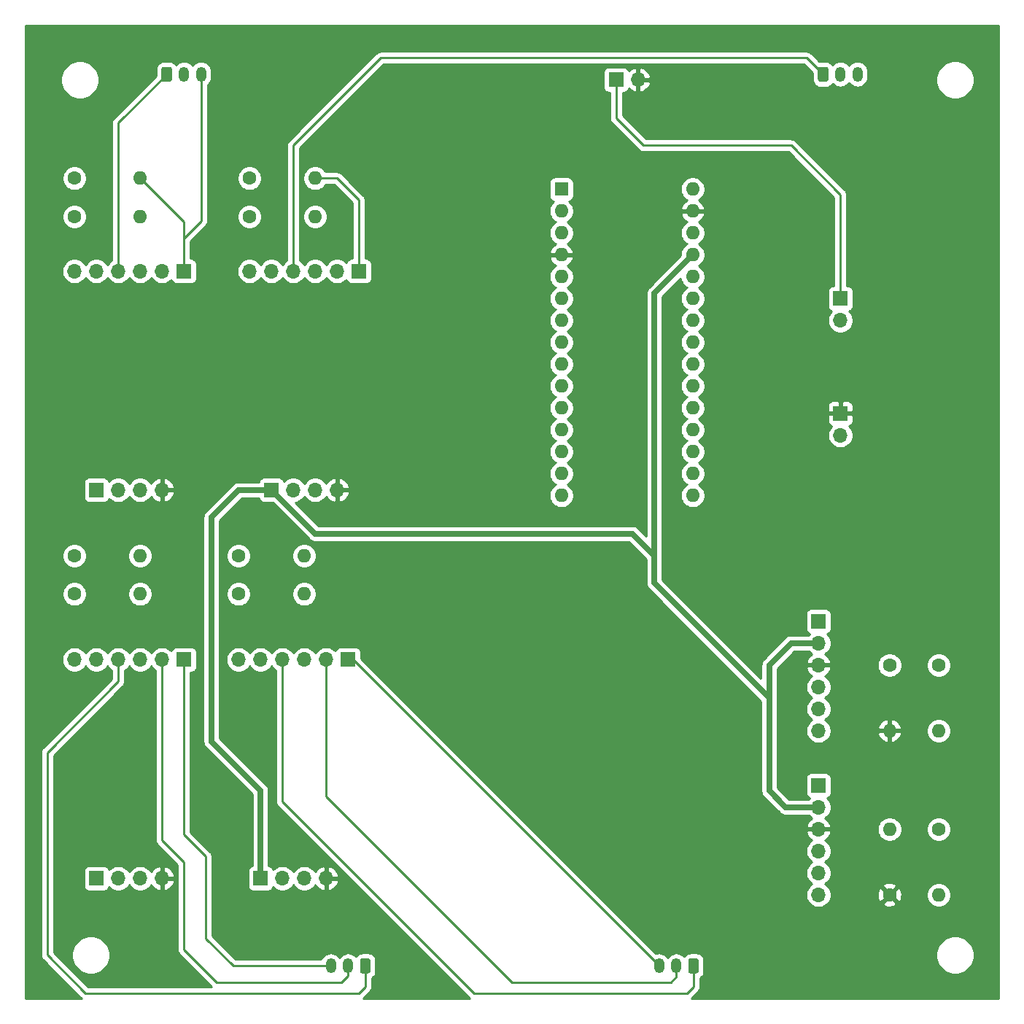
<source format=gbl>
G04 #@! TF.GenerationSoftware,KiCad,Pcbnew,(5.1.9)-1*
G04 #@! TF.CreationDate,2022-02-22T20:54:14-06:00*
G04 #@! TF.ProjectId,V2_load_cell,56325f6c-6f61-4645-9f63-656c6c2e6b69,rev?*
G04 #@! TF.SameCoordinates,Original*
G04 #@! TF.FileFunction,Copper,L2,Bot*
G04 #@! TF.FilePolarity,Positive*
%FSLAX46Y46*%
G04 Gerber Fmt 4.6, Leading zero omitted, Abs format (unit mm)*
G04 Created by KiCad (PCBNEW (5.1.9)-1) date 2022-02-22 20:54:14*
%MOMM*%
%LPD*%
G01*
G04 APERTURE LIST*
G04 #@! TA.AperFunction,ComponentPad*
%ADD10O,1.200000X1.750000*%
G04 #@! TD*
G04 #@! TA.AperFunction,ComponentPad*
%ADD11O,1.700000X1.700000*%
G04 #@! TD*
G04 #@! TA.AperFunction,ComponentPad*
%ADD12R,1.700000X1.700000*%
G04 #@! TD*
G04 #@! TA.AperFunction,ComponentPad*
%ADD13O,1.600000X1.600000*%
G04 #@! TD*
G04 #@! TA.AperFunction,ComponentPad*
%ADD14R,1.600000X1.600000*%
G04 #@! TD*
G04 #@! TA.AperFunction,ComponentPad*
%ADD15C,1.600000*%
G04 #@! TD*
G04 #@! TA.AperFunction,Conductor*
%ADD16C,0.635000*%
G04 #@! TD*
G04 #@! TA.AperFunction,Conductor*
%ADD17C,0.250000*%
G04 #@! TD*
G04 #@! TA.AperFunction,Conductor*
%ADD18C,0.254000*%
G04 #@! TD*
G04 #@! TA.AperFunction,Conductor*
%ADD19C,0.100000*%
G04 #@! TD*
G04 APERTURE END LIST*
D10*
X48165000Y-121920000D03*
X50165000Y-121920000D03*
G04 #@! TA.AperFunction,ComponentPad*
G36*
G01*
X52765000Y-121294999D02*
X52765000Y-122545001D01*
G75*
G02*
X52515001Y-122795000I-249999J0D01*
G01*
X51814999Y-122795000D01*
G75*
G02*
X51565000Y-122545001I0J249999D01*
G01*
X51565000Y-121294999D01*
G75*
G02*
X51814999Y-121045000I249999J0D01*
G01*
X52515001Y-121045000D01*
G75*
G02*
X52765000Y-121294999I0J-249999D01*
G01*
G37*
G04 #@! TD.AperFunction*
X86265000Y-121920000D03*
X88265000Y-121920000D03*
G04 #@! TA.AperFunction,ComponentPad*
G36*
G01*
X90865000Y-121294999D02*
X90865000Y-122545001D01*
G75*
G02*
X90615001Y-122795000I-249999J0D01*
G01*
X89914999Y-122795000D01*
G75*
G02*
X89665000Y-122545001I0J249999D01*
G01*
X89665000Y-121294999D01*
G75*
G02*
X89914999Y-121045000I249999J0D01*
G01*
X90615001Y-121045000D01*
G75*
G02*
X90865000Y-121294999I0J-249999D01*
G01*
G37*
G04 #@! TD.AperFunction*
X109315000Y-18415000D03*
X107315000Y-18415000D03*
G04 #@! TA.AperFunction,ComponentPad*
G36*
G01*
X104715000Y-19040001D02*
X104715000Y-17789999D01*
G75*
G02*
X104964999Y-17540000I249999J0D01*
G01*
X105665001Y-17540000D01*
G75*
G02*
X105915000Y-17789999I0J-249999D01*
G01*
X105915000Y-19040001D01*
G75*
G02*
X105665001Y-19290000I-249999J0D01*
G01*
X104964999Y-19290000D01*
G75*
G02*
X104715000Y-19040001I0J249999D01*
G01*
G37*
G04 #@! TD.AperFunction*
X33115000Y-18415000D03*
X31115000Y-18415000D03*
G04 #@! TA.AperFunction,ComponentPad*
G36*
G01*
X28515000Y-19040001D02*
X28515000Y-17789999D01*
G75*
G02*
X28764999Y-17540000I249999J0D01*
G01*
X29465001Y-17540000D01*
G75*
G02*
X29715000Y-17789999I0J-249999D01*
G01*
X29715000Y-19040001D01*
G75*
G02*
X29465001Y-19290000I-249999J0D01*
G01*
X28764999Y-19290000D01*
G75*
G02*
X28515000Y-19040001I0J249999D01*
G01*
G37*
G04 #@! TD.AperFunction*
D11*
X107315000Y-46990000D03*
D12*
X107315000Y-44450000D03*
D11*
X107315000Y-60325000D03*
D12*
X107315000Y-57785000D03*
D13*
X90170000Y-67310000D03*
X74930000Y-67310000D03*
X90170000Y-31750000D03*
X74930000Y-64770000D03*
X90170000Y-34290000D03*
X74930000Y-62230000D03*
X90170000Y-36830000D03*
X74930000Y-59690000D03*
X90170000Y-39370000D03*
X74930000Y-57150000D03*
X90170000Y-41910000D03*
X74930000Y-54610000D03*
X90170000Y-44450000D03*
X74930000Y-52070000D03*
X90170000Y-46990000D03*
X74930000Y-49530000D03*
X90170000Y-49530000D03*
X74930000Y-46990000D03*
X90170000Y-52070000D03*
X74930000Y-44450000D03*
X90170000Y-54610000D03*
X74930000Y-41910000D03*
X90170000Y-57150000D03*
X74930000Y-39370000D03*
X90170000Y-59690000D03*
X74930000Y-36830000D03*
X90170000Y-62230000D03*
X74930000Y-34290000D03*
X90170000Y-64770000D03*
D14*
X74930000Y-31750000D03*
D12*
X50165000Y-86360000D03*
D11*
X47625000Y-86360000D03*
X45085000Y-86360000D03*
X42545000Y-86360000D03*
X40005000Y-86360000D03*
X37465000Y-86360000D03*
D15*
X113030000Y-113665000D03*
D13*
X113030000Y-106045000D03*
D15*
X113030000Y-86995000D03*
D13*
X113030000Y-94615000D03*
D15*
X118745000Y-106045000D03*
D13*
X118745000Y-113665000D03*
D15*
X118745000Y-86995000D03*
D13*
X118745000Y-94615000D03*
D12*
X81280000Y-19050000D03*
D11*
X83820000Y-19050000D03*
X104775000Y-94615000D03*
X104775000Y-92075000D03*
X104775000Y-89535000D03*
X104775000Y-86995000D03*
X104775000Y-84455000D03*
D12*
X104775000Y-81915000D03*
X104775000Y-100965000D03*
D11*
X104775000Y-103505000D03*
X104775000Y-106045000D03*
X104775000Y-108585000D03*
X104775000Y-111125000D03*
X104775000Y-113665000D03*
X18415000Y-41275000D03*
X20955000Y-41275000D03*
X23495000Y-41275000D03*
X26035000Y-41275000D03*
X28575000Y-41275000D03*
D12*
X31115000Y-41275000D03*
D11*
X28575000Y-66675000D03*
X26035000Y-66675000D03*
X23495000Y-66675000D03*
D12*
X20955000Y-66675000D03*
X51435000Y-41275000D03*
D11*
X48895000Y-41275000D03*
X46355000Y-41275000D03*
X43815000Y-41275000D03*
X41275000Y-41275000D03*
X38735000Y-41275000D03*
D12*
X41275000Y-66675000D03*
D11*
X43815000Y-66675000D03*
X46355000Y-66675000D03*
X48895000Y-66675000D03*
X18415000Y-86360000D03*
X20955000Y-86360000D03*
X23495000Y-86360000D03*
X26035000Y-86360000D03*
X28575000Y-86360000D03*
D12*
X31115000Y-86360000D03*
X20955000Y-111760000D03*
D11*
X23495000Y-111760000D03*
X26035000Y-111760000D03*
X28575000Y-111760000D03*
X47625000Y-111760000D03*
X45085000Y-111760000D03*
X42545000Y-111760000D03*
D12*
X40005000Y-111760000D03*
D15*
X18415000Y-34925000D03*
D13*
X26035000Y-34925000D03*
X26035000Y-30480000D03*
D15*
X18415000Y-30480000D03*
D13*
X46355000Y-34925000D03*
D15*
X38735000Y-34925000D03*
X38735000Y-30480000D03*
D13*
X46355000Y-30480000D03*
D15*
X18415000Y-78740000D03*
D13*
X26035000Y-78740000D03*
X26035000Y-74295000D03*
D15*
X18415000Y-74295000D03*
D13*
X45085000Y-78740000D03*
D15*
X37465000Y-78740000D03*
X37465000Y-74295000D03*
D13*
X45085000Y-74295000D03*
D16*
X90170000Y-39370000D02*
X85725000Y-43815000D01*
X101600000Y-84455000D02*
X102235000Y-84455000D01*
X102235000Y-84455000D02*
X104775000Y-84455000D01*
X99060000Y-86995000D02*
X101600000Y-84455000D01*
X100965000Y-103505000D02*
X99060000Y-101600000D01*
X104775000Y-103505000D02*
X100965000Y-103505000D01*
X99060000Y-90805000D02*
X99060000Y-86995000D01*
X99060000Y-101600000D02*
X99060000Y-90805000D01*
X91440000Y-83185000D02*
X99060000Y-90805000D01*
X85725000Y-77470000D02*
X91440000Y-83185000D01*
X41275000Y-66675000D02*
X46355000Y-71755000D01*
X83185000Y-71755000D02*
X85725000Y-74295000D01*
X46355000Y-71755000D02*
X83185000Y-71755000D01*
X85725000Y-74295000D02*
X85725000Y-77470000D01*
X85725000Y-43815000D02*
X85725000Y-74295000D01*
X40005000Y-101600000D02*
X34290000Y-95885000D01*
X34290000Y-95885000D02*
X34290000Y-69850000D01*
X37465000Y-66675000D02*
X41275000Y-66675000D01*
X34290000Y-69850000D02*
X37465000Y-66675000D01*
X40005000Y-111760000D02*
X40005000Y-101600000D01*
D17*
X26035000Y-30480000D02*
X31115000Y-35560000D01*
X31115000Y-35560000D02*
X31115000Y-37465000D01*
X31115000Y-37465000D02*
X31115000Y-41275000D01*
X33115000Y-35465000D02*
X33115000Y-18415000D01*
X31115000Y-37465000D02*
X33115000Y-35465000D01*
X23495000Y-24035000D02*
X29115000Y-18415000D01*
X23495000Y-41275000D02*
X23495000Y-24035000D01*
X103410000Y-16510000D02*
X105315000Y-18415000D01*
X53975000Y-16510000D02*
X103410000Y-16510000D01*
X43815000Y-26670000D02*
X53975000Y-16510000D01*
X43815000Y-41275000D02*
X43815000Y-26670000D01*
X46355000Y-30480000D02*
X48895000Y-30480000D01*
X51435000Y-33020000D02*
X51435000Y-41275000D01*
X48895000Y-30480000D02*
X51435000Y-33020000D01*
X48165000Y-121920000D02*
X47315000Y-121920000D01*
X36830000Y-121920000D02*
X48165000Y-121920000D01*
X33655000Y-118745000D02*
X36830000Y-121920000D01*
X33655000Y-109220000D02*
X33655000Y-118745000D01*
X31115000Y-106680000D02*
X33655000Y-109220000D01*
X31115000Y-86360000D02*
X31115000Y-106680000D01*
X28575000Y-107315000D02*
X28575000Y-104775000D01*
X31115000Y-120015000D02*
X31115000Y-109855000D01*
X34925000Y-123825000D02*
X31115000Y-120015000D01*
X31115000Y-109855000D02*
X28575000Y-107315000D01*
X49385000Y-123825000D02*
X34925000Y-123825000D01*
X50165000Y-123045000D02*
X49385000Y-123825000D01*
X50165000Y-121920000D02*
X50165000Y-123045000D01*
X28575000Y-104775000D02*
X28575000Y-86360000D01*
X28575000Y-105410000D02*
X28575000Y-104775000D01*
X19685000Y-125095000D02*
X15240000Y-120650000D01*
X23495000Y-86360000D02*
X23495000Y-88900000D01*
X15240000Y-97155000D02*
X15240000Y-120650000D01*
X23495000Y-88900000D02*
X15240000Y-97155000D01*
X19685000Y-125095000D02*
X51435000Y-125095000D01*
X52165000Y-124365000D02*
X52165000Y-121920000D01*
X51435000Y-125095000D02*
X52165000Y-124365000D01*
X90265000Y-121920000D02*
X90265000Y-124365000D01*
X90265000Y-124365000D02*
X89535000Y-125095000D01*
X89535000Y-125095000D02*
X64770000Y-125095000D01*
X42545000Y-102870000D02*
X42545000Y-90170000D01*
X64770000Y-125095000D02*
X42545000Y-102870000D01*
X42545000Y-90170000D02*
X42545000Y-90805000D01*
X42545000Y-86360000D02*
X42545000Y-90170000D01*
X88265000Y-121920000D02*
X88265000Y-123190000D01*
X88265000Y-123190000D02*
X87630000Y-123825000D01*
X87630000Y-123825000D02*
X69215000Y-123825000D01*
X47625000Y-102235000D02*
X47625000Y-88900000D01*
X69215000Y-123825000D02*
X47625000Y-102235000D01*
X47625000Y-88900000D02*
X47625000Y-86360000D01*
X47625000Y-90170000D02*
X47625000Y-88900000D01*
X50705000Y-86360000D02*
X86265000Y-121920000D01*
X50165000Y-86360000D02*
X50705000Y-86360000D01*
X107315000Y-32385000D02*
X107315000Y-44450000D01*
X101600000Y-26670000D02*
X107315000Y-32385000D01*
X84455000Y-26670000D02*
X101600000Y-26670000D01*
X81280000Y-23495000D02*
X84455000Y-26670000D01*
X81280000Y-19050000D02*
X81280000Y-23495000D01*
D18*
X125705000Y-125705000D02*
X89989707Y-125705000D01*
X90075001Y-125635001D01*
X90098803Y-125605998D01*
X90776002Y-124928799D01*
X90805001Y-124905001D01*
X90831332Y-124872917D01*
X90899974Y-124789277D01*
X90970546Y-124657247D01*
X90991346Y-124588676D01*
X91014003Y-124513986D01*
X91025000Y-124402333D01*
X91025000Y-124402323D01*
X91028676Y-124365000D01*
X91025000Y-124327677D01*
X91025000Y-123327976D01*
X91108387Y-123283405D01*
X91242962Y-123172962D01*
X91353405Y-123038387D01*
X91435472Y-122884851D01*
X91486008Y-122718255D01*
X91503072Y-122545001D01*
X91503072Y-121294999D01*
X91486008Y-121121745D01*
X91435472Y-120955149D01*
X91353405Y-120801613D01*
X91242962Y-120667038D01*
X91108387Y-120556595D01*
X90954851Y-120474528D01*
X90807639Y-120429872D01*
X118415000Y-120429872D01*
X118415000Y-120870128D01*
X118500890Y-121301925D01*
X118669369Y-121708669D01*
X118913962Y-122074729D01*
X119225271Y-122386038D01*
X119591331Y-122630631D01*
X119998075Y-122799110D01*
X120429872Y-122885000D01*
X120870128Y-122885000D01*
X121301925Y-122799110D01*
X121708669Y-122630631D01*
X122074729Y-122386038D01*
X122386038Y-122074729D01*
X122630631Y-121708669D01*
X122799110Y-121301925D01*
X122885000Y-120870128D01*
X122885000Y-120429872D01*
X122799110Y-119998075D01*
X122630631Y-119591331D01*
X122386038Y-119225271D01*
X122074729Y-118913962D01*
X121708669Y-118669369D01*
X121301925Y-118500890D01*
X120870128Y-118415000D01*
X120429872Y-118415000D01*
X119998075Y-118500890D01*
X119591331Y-118669369D01*
X119225271Y-118913962D01*
X118913962Y-119225271D01*
X118669369Y-119591331D01*
X118500890Y-119998075D01*
X118415000Y-120429872D01*
X90807639Y-120429872D01*
X90788255Y-120423992D01*
X90615001Y-120406928D01*
X89914999Y-120406928D01*
X89741745Y-120423992D01*
X89575149Y-120474528D01*
X89421613Y-120556595D01*
X89287038Y-120667038D01*
X89176595Y-120801613D01*
X89174191Y-120806111D01*
X89142502Y-120767498D01*
X88954449Y-120613167D01*
X88739901Y-120498489D01*
X88507102Y-120427870D01*
X88265000Y-120404025D01*
X88022899Y-120427870D01*
X87790100Y-120498489D01*
X87575552Y-120613167D01*
X87387499Y-120767498D01*
X87265001Y-120916763D01*
X87142502Y-120767498D01*
X86954449Y-120613167D01*
X86739901Y-120498489D01*
X86507102Y-120427870D01*
X86265000Y-120404025D01*
X86022899Y-120427870D01*
X85888455Y-120468653D01*
X73858542Y-108438740D01*
X103290000Y-108438740D01*
X103290000Y-108731260D01*
X103347068Y-109018158D01*
X103459010Y-109288411D01*
X103621525Y-109531632D01*
X103828368Y-109738475D01*
X104002760Y-109855000D01*
X103828368Y-109971525D01*
X103621525Y-110178368D01*
X103459010Y-110421589D01*
X103347068Y-110691842D01*
X103290000Y-110978740D01*
X103290000Y-111271260D01*
X103347068Y-111558158D01*
X103459010Y-111828411D01*
X103621525Y-112071632D01*
X103828368Y-112278475D01*
X104002760Y-112395000D01*
X103828368Y-112511525D01*
X103621525Y-112718368D01*
X103459010Y-112961589D01*
X103347068Y-113231842D01*
X103290000Y-113518740D01*
X103290000Y-113811260D01*
X103347068Y-114098158D01*
X103459010Y-114368411D01*
X103621525Y-114611632D01*
X103828368Y-114818475D01*
X104071589Y-114980990D01*
X104341842Y-115092932D01*
X104628740Y-115150000D01*
X104921260Y-115150000D01*
X105208158Y-115092932D01*
X105478411Y-114980990D01*
X105721632Y-114818475D01*
X105882405Y-114657702D01*
X112216903Y-114657702D01*
X112288486Y-114901671D01*
X112543996Y-115022571D01*
X112818184Y-115091300D01*
X113100512Y-115105217D01*
X113380130Y-115063787D01*
X113646292Y-114968603D01*
X113771514Y-114901671D01*
X113843097Y-114657702D01*
X113030000Y-113844605D01*
X112216903Y-114657702D01*
X105882405Y-114657702D01*
X105928475Y-114611632D01*
X106090990Y-114368411D01*
X106202932Y-114098158D01*
X106260000Y-113811260D01*
X106260000Y-113735512D01*
X111589783Y-113735512D01*
X111631213Y-114015130D01*
X111726397Y-114281292D01*
X111793329Y-114406514D01*
X112037298Y-114478097D01*
X112850395Y-113665000D01*
X113209605Y-113665000D01*
X114022702Y-114478097D01*
X114266671Y-114406514D01*
X114387571Y-114151004D01*
X114456300Y-113876816D01*
X114470217Y-113594488D01*
X114459724Y-113523665D01*
X117310000Y-113523665D01*
X117310000Y-113806335D01*
X117365147Y-114083574D01*
X117473320Y-114344727D01*
X117630363Y-114579759D01*
X117830241Y-114779637D01*
X118065273Y-114936680D01*
X118326426Y-115044853D01*
X118603665Y-115100000D01*
X118886335Y-115100000D01*
X119163574Y-115044853D01*
X119424727Y-114936680D01*
X119659759Y-114779637D01*
X119859637Y-114579759D01*
X120016680Y-114344727D01*
X120124853Y-114083574D01*
X120180000Y-113806335D01*
X120180000Y-113523665D01*
X120124853Y-113246426D01*
X120016680Y-112985273D01*
X119859637Y-112750241D01*
X119659759Y-112550363D01*
X119424727Y-112393320D01*
X119163574Y-112285147D01*
X118886335Y-112230000D01*
X118603665Y-112230000D01*
X118326426Y-112285147D01*
X118065273Y-112393320D01*
X117830241Y-112550363D01*
X117630363Y-112750241D01*
X117473320Y-112985273D01*
X117365147Y-113246426D01*
X117310000Y-113523665D01*
X114459724Y-113523665D01*
X114428787Y-113314870D01*
X114333603Y-113048708D01*
X114266671Y-112923486D01*
X114022702Y-112851903D01*
X113209605Y-113665000D01*
X112850395Y-113665000D01*
X112037298Y-112851903D01*
X111793329Y-112923486D01*
X111672429Y-113178996D01*
X111603700Y-113453184D01*
X111589783Y-113735512D01*
X106260000Y-113735512D01*
X106260000Y-113518740D01*
X106202932Y-113231842D01*
X106090990Y-112961589D01*
X105928475Y-112718368D01*
X105882405Y-112672298D01*
X112216903Y-112672298D01*
X113030000Y-113485395D01*
X113843097Y-112672298D01*
X113771514Y-112428329D01*
X113516004Y-112307429D01*
X113241816Y-112238700D01*
X112959488Y-112224783D01*
X112679870Y-112266213D01*
X112413708Y-112361397D01*
X112288486Y-112428329D01*
X112216903Y-112672298D01*
X105882405Y-112672298D01*
X105721632Y-112511525D01*
X105547240Y-112395000D01*
X105721632Y-112278475D01*
X105928475Y-112071632D01*
X106090990Y-111828411D01*
X106202932Y-111558158D01*
X106260000Y-111271260D01*
X106260000Y-110978740D01*
X106202932Y-110691842D01*
X106090990Y-110421589D01*
X105928475Y-110178368D01*
X105721632Y-109971525D01*
X105547240Y-109855000D01*
X105721632Y-109738475D01*
X105928475Y-109531632D01*
X106090990Y-109288411D01*
X106202932Y-109018158D01*
X106260000Y-108731260D01*
X106260000Y-108438740D01*
X106202932Y-108151842D01*
X106090990Y-107881589D01*
X105928475Y-107638368D01*
X105721632Y-107431525D01*
X105539466Y-107309805D01*
X105656355Y-107240178D01*
X105872588Y-107045269D01*
X106046641Y-106811920D01*
X106171825Y-106549099D01*
X106216476Y-106401890D01*
X106095155Y-106172000D01*
X104902000Y-106172000D01*
X104902000Y-106192000D01*
X104648000Y-106192000D01*
X104648000Y-106172000D01*
X103454845Y-106172000D01*
X103333524Y-106401890D01*
X103378175Y-106549099D01*
X103503359Y-106811920D01*
X103677412Y-107045269D01*
X103893645Y-107240178D01*
X104010534Y-107309805D01*
X103828368Y-107431525D01*
X103621525Y-107638368D01*
X103459010Y-107881589D01*
X103347068Y-108151842D01*
X103290000Y-108438740D01*
X73858542Y-108438740D01*
X51653072Y-86233271D01*
X51653072Y-85510000D01*
X51640812Y-85385518D01*
X51604502Y-85265820D01*
X51545537Y-85155506D01*
X51466185Y-85058815D01*
X51369494Y-84979463D01*
X51259180Y-84920498D01*
X51139482Y-84884188D01*
X51015000Y-84871928D01*
X49315000Y-84871928D01*
X49190518Y-84884188D01*
X49070820Y-84920498D01*
X48960506Y-84979463D01*
X48863815Y-85058815D01*
X48784463Y-85155506D01*
X48725498Y-85265820D01*
X48703487Y-85338380D01*
X48571632Y-85206525D01*
X48328411Y-85044010D01*
X48058158Y-84932068D01*
X47771260Y-84875000D01*
X47478740Y-84875000D01*
X47191842Y-84932068D01*
X46921589Y-85044010D01*
X46678368Y-85206525D01*
X46471525Y-85413368D01*
X46355000Y-85587760D01*
X46238475Y-85413368D01*
X46031632Y-85206525D01*
X45788411Y-85044010D01*
X45518158Y-84932068D01*
X45231260Y-84875000D01*
X44938740Y-84875000D01*
X44651842Y-84932068D01*
X44381589Y-85044010D01*
X44138368Y-85206525D01*
X43931525Y-85413368D01*
X43815000Y-85587760D01*
X43698475Y-85413368D01*
X43491632Y-85206525D01*
X43248411Y-85044010D01*
X42978158Y-84932068D01*
X42691260Y-84875000D01*
X42398740Y-84875000D01*
X42111842Y-84932068D01*
X41841589Y-85044010D01*
X41598368Y-85206525D01*
X41391525Y-85413368D01*
X41275000Y-85587760D01*
X41158475Y-85413368D01*
X40951632Y-85206525D01*
X40708411Y-85044010D01*
X40438158Y-84932068D01*
X40151260Y-84875000D01*
X39858740Y-84875000D01*
X39571842Y-84932068D01*
X39301589Y-85044010D01*
X39058368Y-85206525D01*
X38851525Y-85413368D01*
X38735000Y-85587760D01*
X38618475Y-85413368D01*
X38411632Y-85206525D01*
X38168411Y-85044010D01*
X37898158Y-84932068D01*
X37611260Y-84875000D01*
X37318740Y-84875000D01*
X37031842Y-84932068D01*
X36761589Y-85044010D01*
X36518368Y-85206525D01*
X36311525Y-85413368D01*
X36149010Y-85656589D01*
X36037068Y-85926842D01*
X35980000Y-86213740D01*
X35980000Y-86506260D01*
X36037068Y-86793158D01*
X36149010Y-87063411D01*
X36311525Y-87306632D01*
X36518368Y-87513475D01*
X36761589Y-87675990D01*
X37031842Y-87787932D01*
X37318740Y-87845000D01*
X37611260Y-87845000D01*
X37898158Y-87787932D01*
X38168411Y-87675990D01*
X38411632Y-87513475D01*
X38618475Y-87306632D01*
X38735000Y-87132240D01*
X38851525Y-87306632D01*
X39058368Y-87513475D01*
X39301589Y-87675990D01*
X39571842Y-87787932D01*
X39858740Y-87845000D01*
X40151260Y-87845000D01*
X40438158Y-87787932D01*
X40708411Y-87675990D01*
X40951632Y-87513475D01*
X41158475Y-87306632D01*
X41275000Y-87132240D01*
X41391525Y-87306632D01*
X41598368Y-87513475D01*
X41785000Y-87638179D01*
X41785001Y-90132658D01*
X41785000Y-90132668D01*
X41785000Y-90842333D01*
X41785001Y-90842343D01*
X41785000Y-102832678D01*
X41781324Y-102870000D01*
X41785000Y-102907322D01*
X41785000Y-102907332D01*
X41795997Y-103018985D01*
X41812031Y-103071842D01*
X41839454Y-103162246D01*
X41910026Y-103294276D01*
X41949871Y-103342826D01*
X42004999Y-103410001D01*
X42034003Y-103433804D01*
X64206205Y-125606008D01*
X64229999Y-125635001D01*
X64258992Y-125658795D01*
X64258996Y-125658799D01*
X64315293Y-125705000D01*
X51889707Y-125705000D01*
X51975001Y-125635001D01*
X51998803Y-125605998D01*
X52676004Y-124928798D01*
X52705001Y-124905001D01*
X52731332Y-124872917D01*
X52799974Y-124789277D01*
X52870546Y-124657247D01*
X52891346Y-124588676D01*
X52914003Y-124513986D01*
X52925000Y-124402333D01*
X52925000Y-124402323D01*
X52928676Y-124365000D01*
X52925000Y-124327677D01*
X52925000Y-123327976D01*
X53008387Y-123283405D01*
X53142962Y-123172962D01*
X53253405Y-123038387D01*
X53335472Y-122884851D01*
X53386008Y-122718255D01*
X53403072Y-122545001D01*
X53403072Y-121294999D01*
X53386008Y-121121745D01*
X53335472Y-120955149D01*
X53253405Y-120801613D01*
X53142962Y-120667038D01*
X53008387Y-120556595D01*
X52854851Y-120474528D01*
X52688255Y-120423992D01*
X52515001Y-120406928D01*
X51814999Y-120406928D01*
X51641745Y-120423992D01*
X51475149Y-120474528D01*
X51321613Y-120556595D01*
X51187038Y-120667038D01*
X51076595Y-120801613D01*
X51074191Y-120806111D01*
X51042502Y-120767498D01*
X50854449Y-120613167D01*
X50639901Y-120498489D01*
X50407102Y-120427870D01*
X50165000Y-120404025D01*
X49922899Y-120427870D01*
X49690100Y-120498489D01*
X49475552Y-120613167D01*
X49287499Y-120767498D01*
X49165001Y-120916763D01*
X49042502Y-120767498D01*
X48854449Y-120613167D01*
X48639901Y-120498489D01*
X48407102Y-120427870D01*
X48165000Y-120404025D01*
X47922899Y-120427870D01*
X47690100Y-120498489D01*
X47475552Y-120613167D01*
X47287499Y-120767498D01*
X47133168Y-120955551D01*
X47023887Y-121160000D01*
X37144802Y-121160000D01*
X34415000Y-118430199D01*
X34415000Y-109257322D01*
X34418676Y-109219999D01*
X34415000Y-109182676D01*
X34415000Y-109182667D01*
X34404003Y-109071014D01*
X34360546Y-108927753D01*
X34289974Y-108795724D01*
X34237070Y-108731260D01*
X34218799Y-108708996D01*
X34218795Y-108708992D01*
X34195001Y-108679999D01*
X34166009Y-108656206D01*
X31875000Y-106365199D01*
X31875000Y-87848072D01*
X31965000Y-87848072D01*
X32089482Y-87835812D01*
X32209180Y-87799502D01*
X32319494Y-87740537D01*
X32416185Y-87661185D01*
X32495537Y-87564494D01*
X32554502Y-87454180D01*
X32590812Y-87334482D01*
X32603072Y-87210000D01*
X32603072Y-85510000D01*
X32590812Y-85385518D01*
X32554502Y-85265820D01*
X32495537Y-85155506D01*
X32416185Y-85058815D01*
X32319494Y-84979463D01*
X32209180Y-84920498D01*
X32089482Y-84884188D01*
X31965000Y-84871928D01*
X30265000Y-84871928D01*
X30140518Y-84884188D01*
X30020820Y-84920498D01*
X29910506Y-84979463D01*
X29813815Y-85058815D01*
X29734463Y-85155506D01*
X29675498Y-85265820D01*
X29653487Y-85338380D01*
X29521632Y-85206525D01*
X29278411Y-85044010D01*
X29008158Y-84932068D01*
X28721260Y-84875000D01*
X28428740Y-84875000D01*
X28141842Y-84932068D01*
X27871589Y-85044010D01*
X27628368Y-85206525D01*
X27421525Y-85413368D01*
X27305000Y-85587760D01*
X27188475Y-85413368D01*
X26981632Y-85206525D01*
X26738411Y-85044010D01*
X26468158Y-84932068D01*
X26181260Y-84875000D01*
X25888740Y-84875000D01*
X25601842Y-84932068D01*
X25331589Y-85044010D01*
X25088368Y-85206525D01*
X24881525Y-85413368D01*
X24765000Y-85587760D01*
X24648475Y-85413368D01*
X24441632Y-85206525D01*
X24198411Y-85044010D01*
X23928158Y-84932068D01*
X23641260Y-84875000D01*
X23348740Y-84875000D01*
X23061842Y-84932068D01*
X22791589Y-85044010D01*
X22548368Y-85206525D01*
X22341525Y-85413368D01*
X22225000Y-85587760D01*
X22108475Y-85413368D01*
X21901632Y-85206525D01*
X21658411Y-85044010D01*
X21388158Y-84932068D01*
X21101260Y-84875000D01*
X20808740Y-84875000D01*
X20521842Y-84932068D01*
X20251589Y-85044010D01*
X20008368Y-85206525D01*
X19801525Y-85413368D01*
X19685000Y-85587760D01*
X19568475Y-85413368D01*
X19361632Y-85206525D01*
X19118411Y-85044010D01*
X18848158Y-84932068D01*
X18561260Y-84875000D01*
X18268740Y-84875000D01*
X17981842Y-84932068D01*
X17711589Y-85044010D01*
X17468368Y-85206525D01*
X17261525Y-85413368D01*
X17099010Y-85656589D01*
X16987068Y-85926842D01*
X16930000Y-86213740D01*
X16930000Y-86506260D01*
X16987068Y-86793158D01*
X17099010Y-87063411D01*
X17261525Y-87306632D01*
X17468368Y-87513475D01*
X17711589Y-87675990D01*
X17981842Y-87787932D01*
X18268740Y-87845000D01*
X18561260Y-87845000D01*
X18848158Y-87787932D01*
X19118411Y-87675990D01*
X19361632Y-87513475D01*
X19568475Y-87306632D01*
X19685000Y-87132240D01*
X19801525Y-87306632D01*
X20008368Y-87513475D01*
X20251589Y-87675990D01*
X20521842Y-87787932D01*
X20808740Y-87845000D01*
X21101260Y-87845000D01*
X21388158Y-87787932D01*
X21658411Y-87675990D01*
X21901632Y-87513475D01*
X22108475Y-87306632D01*
X22225000Y-87132240D01*
X22341525Y-87306632D01*
X22548368Y-87513475D01*
X22735001Y-87638179D01*
X22735001Y-88585197D01*
X14729003Y-96591196D01*
X14699999Y-96614999D01*
X14645993Y-96680806D01*
X14605026Y-96730724D01*
X14555320Y-96823717D01*
X14534454Y-96862754D01*
X14490997Y-97006015D01*
X14480000Y-97117668D01*
X14480000Y-97117678D01*
X14476324Y-97155000D01*
X14480000Y-97192322D01*
X14480001Y-120612667D01*
X14476324Y-120650000D01*
X14480001Y-120687333D01*
X14487553Y-120764003D01*
X14490998Y-120798985D01*
X14534454Y-120942246D01*
X14605026Y-121074276D01*
X14672361Y-121156323D01*
X14700000Y-121190001D01*
X14728998Y-121213799D01*
X19121201Y-125606003D01*
X19144999Y-125635001D01*
X19230293Y-125705000D01*
X12725000Y-125705000D01*
X12725000Y-78598665D01*
X16980000Y-78598665D01*
X16980000Y-78881335D01*
X17035147Y-79158574D01*
X17143320Y-79419727D01*
X17300363Y-79654759D01*
X17500241Y-79854637D01*
X17735273Y-80011680D01*
X17996426Y-80119853D01*
X18273665Y-80175000D01*
X18556335Y-80175000D01*
X18833574Y-80119853D01*
X19094727Y-80011680D01*
X19329759Y-79854637D01*
X19529637Y-79654759D01*
X19686680Y-79419727D01*
X19794853Y-79158574D01*
X19850000Y-78881335D01*
X19850000Y-78598665D01*
X24600000Y-78598665D01*
X24600000Y-78881335D01*
X24655147Y-79158574D01*
X24763320Y-79419727D01*
X24920363Y-79654759D01*
X25120241Y-79854637D01*
X25355273Y-80011680D01*
X25616426Y-80119853D01*
X25893665Y-80175000D01*
X26176335Y-80175000D01*
X26453574Y-80119853D01*
X26714727Y-80011680D01*
X26949759Y-79854637D01*
X27149637Y-79654759D01*
X27306680Y-79419727D01*
X27414853Y-79158574D01*
X27470000Y-78881335D01*
X27470000Y-78598665D01*
X27414853Y-78321426D01*
X27306680Y-78060273D01*
X27149637Y-77825241D01*
X26949759Y-77625363D01*
X26714727Y-77468320D01*
X26453574Y-77360147D01*
X26176335Y-77305000D01*
X25893665Y-77305000D01*
X25616426Y-77360147D01*
X25355273Y-77468320D01*
X25120241Y-77625363D01*
X24920363Y-77825241D01*
X24763320Y-78060273D01*
X24655147Y-78321426D01*
X24600000Y-78598665D01*
X19850000Y-78598665D01*
X19794853Y-78321426D01*
X19686680Y-78060273D01*
X19529637Y-77825241D01*
X19329759Y-77625363D01*
X19094727Y-77468320D01*
X18833574Y-77360147D01*
X18556335Y-77305000D01*
X18273665Y-77305000D01*
X17996426Y-77360147D01*
X17735273Y-77468320D01*
X17500241Y-77625363D01*
X17300363Y-77825241D01*
X17143320Y-78060273D01*
X17035147Y-78321426D01*
X16980000Y-78598665D01*
X12725000Y-78598665D01*
X12725000Y-74153665D01*
X16980000Y-74153665D01*
X16980000Y-74436335D01*
X17035147Y-74713574D01*
X17143320Y-74974727D01*
X17300363Y-75209759D01*
X17500241Y-75409637D01*
X17735273Y-75566680D01*
X17996426Y-75674853D01*
X18273665Y-75730000D01*
X18556335Y-75730000D01*
X18833574Y-75674853D01*
X19094727Y-75566680D01*
X19329759Y-75409637D01*
X19529637Y-75209759D01*
X19686680Y-74974727D01*
X19794853Y-74713574D01*
X19850000Y-74436335D01*
X19850000Y-74153665D01*
X24600000Y-74153665D01*
X24600000Y-74436335D01*
X24655147Y-74713574D01*
X24763320Y-74974727D01*
X24920363Y-75209759D01*
X25120241Y-75409637D01*
X25355273Y-75566680D01*
X25616426Y-75674853D01*
X25893665Y-75730000D01*
X26176335Y-75730000D01*
X26453574Y-75674853D01*
X26714727Y-75566680D01*
X26949759Y-75409637D01*
X27149637Y-75209759D01*
X27306680Y-74974727D01*
X27414853Y-74713574D01*
X27470000Y-74436335D01*
X27470000Y-74153665D01*
X27414853Y-73876426D01*
X27306680Y-73615273D01*
X27149637Y-73380241D01*
X26949759Y-73180363D01*
X26714727Y-73023320D01*
X26453574Y-72915147D01*
X26176335Y-72860000D01*
X25893665Y-72860000D01*
X25616426Y-72915147D01*
X25355273Y-73023320D01*
X25120241Y-73180363D01*
X24920363Y-73380241D01*
X24763320Y-73615273D01*
X24655147Y-73876426D01*
X24600000Y-74153665D01*
X19850000Y-74153665D01*
X19794853Y-73876426D01*
X19686680Y-73615273D01*
X19529637Y-73380241D01*
X19329759Y-73180363D01*
X19094727Y-73023320D01*
X18833574Y-72915147D01*
X18556335Y-72860000D01*
X18273665Y-72860000D01*
X17996426Y-72915147D01*
X17735273Y-73023320D01*
X17500241Y-73180363D01*
X17300363Y-73380241D01*
X17143320Y-73615273D01*
X17035147Y-73876426D01*
X16980000Y-74153665D01*
X12725000Y-74153665D01*
X12725000Y-69850000D01*
X33332892Y-69850000D01*
X33337501Y-69896795D01*
X33337500Y-95838215D01*
X33332892Y-95885000D01*
X33337500Y-95931784D01*
X33351283Y-96071722D01*
X33405748Y-96251268D01*
X33494194Y-96416741D01*
X33613222Y-96561778D01*
X33649569Y-96591607D01*
X39052501Y-101994539D01*
X39052500Y-110282023D01*
X39030518Y-110284188D01*
X38910820Y-110320498D01*
X38800506Y-110379463D01*
X38703815Y-110458815D01*
X38624463Y-110555506D01*
X38565498Y-110665820D01*
X38529188Y-110785518D01*
X38516928Y-110910000D01*
X38516928Y-112610000D01*
X38529188Y-112734482D01*
X38565498Y-112854180D01*
X38624463Y-112964494D01*
X38703815Y-113061185D01*
X38800506Y-113140537D01*
X38910820Y-113199502D01*
X39030518Y-113235812D01*
X39155000Y-113248072D01*
X40855000Y-113248072D01*
X40979482Y-113235812D01*
X41099180Y-113199502D01*
X41209494Y-113140537D01*
X41306185Y-113061185D01*
X41385537Y-112964494D01*
X41444502Y-112854180D01*
X41466513Y-112781620D01*
X41598368Y-112913475D01*
X41841589Y-113075990D01*
X42111842Y-113187932D01*
X42398740Y-113245000D01*
X42691260Y-113245000D01*
X42978158Y-113187932D01*
X43248411Y-113075990D01*
X43491632Y-112913475D01*
X43698475Y-112706632D01*
X43815000Y-112532240D01*
X43931525Y-112706632D01*
X44138368Y-112913475D01*
X44381589Y-113075990D01*
X44651842Y-113187932D01*
X44938740Y-113245000D01*
X45231260Y-113245000D01*
X45518158Y-113187932D01*
X45788411Y-113075990D01*
X46031632Y-112913475D01*
X46238475Y-112706632D01*
X46360195Y-112524466D01*
X46429822Y-112641355D01*
X46624731Y-112857588D01*
X46858080Y-113031641D01*
X47120901Y-113156825D01*
X47268110Y-113201476D01*
X47498000Y-113080155D01*
X47498000Y-111887000D01*
X47752000Y-111887000D01*
X47752000Y-113080155D01*
X47981890Y-113201476D01*
X48129099Y-113156825D01*
X48391920Y-113031641D01*
X48625269Y-112857588D01*
X48820178Y-112641355D01*
X48969157Y-112391252D01*
X49066481Y-112116891D01*
X48945814Y-111887000D01*
X47752000Y-111887000D01*
X47498000Y-111887000D01*
X47478000Y-111887000D01*
X47478000Y-111633000D01*
X47498000Y-111633000D01*
X47498000Y-110439845D01*
X47752000Y-110439845D01*
X47752000Y-111633000D01*
X48945814Y-111633000D01*
X49066481Y-111403109D01*
X48969157Y-111128748D01*
X48820178Y-110878645D01*
X48625269Y-110662412D01*
X48391920Y-110488359D01*
X48129099Y-110363175D01*
X47981890Y-110318524D01*
X47752000Y-110439845D01*
X47498000Y-110439845D01*
X47268110Y-110318524D01*
X47120901Y-110363175D01*
X46858080Y-110488359D01*
X46624731Y-110662412D01*
X46429822Y-110878645D01*
X46360195Y-110995534D01*
X46238475Y-110813368D01*
X46031632Y-110606525D01*
X45788411Y-110444010D01*
X45518158Y-110332068D01*
X45231260Y-110275000D01*
X44938740Y-110275000D01*
X44651842Y-110332068D01*
X44381589Y-110444010D01*
X44138368Y-110606525D01*
X43931525Y-110813368D01*
X43815000Y-110987760D01*
X43698475Y-110813368D01*
X43491632Y-110606525D01*
X43248411Y-110444010D01*
X42978158Y-110332068D01*
X42691260Y-110275000D01*
X42398740Y-110275000D01*
X42111842Y-110332068D01*
X41841589Y-110444010D01*
X41598368Y-110606525D01*
X41466513Y-110738380D01*
X41444502Y-110665820D01*
X41385537Y-110555506D01*
X41306185Y-110458815D01*
X41209494Y-110379463D01*
X41099180Y-110320498D01*
X40979482Y-110284188D01*
X40957500Y-110282023D01*
X40957500Y-101646784D01*
X40962108Y-101600000D01*
X40955160Y-101529454D01*
X40943717Y-101413277D01*
X40889252Y-101233731D01*
X40800806Y-101068259D01*
X40681778Y-100923222D01*
X40645431Y-100893393D01*
X35242500Y-95490462D01*
X35242500Y-78598665D01*
X36030000Y-78598665D01*
X36030000Y-78881335D01*
X36085147Y-79158574D01*
X36193320Y-79419727D01*
X36350363Y-79654759D01*
X36550241Y-79854637D01*
X36785273Y-80011680D01*
X37046426Y-80119853D01*
X37323665Y-80175000D01*
X37606335Y-80175000D01*
X37883574Y-80119853D01*
X38144727Y-80011680D01*
X38379759Y-79854637D01*
X38579637Y-79654759D01*
X38736680Y-79419727D01*
X38844853Y-79158574D01*
X38900000Y-78881335D01*
X38900000Y-78598665D01*
X43650000Y-78598665D01*
X43650000Y-78881335D01*
X43705147Y-79158574D01*
X43813320Y-79419727D01*
X43970363Y-79654759D01*
X44170241Y-79854637D01*
X44405273Y-80011680D01*
X44666426Y-80119853D01*
X44943665Y-80175000D01*
X45226335Y-80175000D01*
X45503574Y-80119853D01*
X45764727Y-80011680D01*
X45999759Y-79854637D01*
X46199637Y-79654759D01*
X46356680Y-79419727D01*
X46464853Y-79158574D01*
X46520000Y-78881335D01*
X46520000Y-78598665D01*
X46464853Y-78321426D01*
X46356680Y-78060273D01*
X46199637Y-77825241D01*
X45999759Y-77625363D01*
X45764727Y-77468320D01*
X45503574Y-77360147D01*
X45226335Y-77305000D01*
X44943665Y-77305000D01*
X44666426Y-77360147D01*
X44405273Y-77468320D01*
X44170241Y-77625363D01*
X43970363Y-77825241D01*
X43813320Y-78060273D01*
X43705147Y-78321426D01*
X43650000Y-78598665D01*
X38900000Y-78598665D01*
X38844853Y-78321426D01*
X38736680Y-78060273D01*
X38579637Y-77825241D01*
X38379759Y-77625363D01*
X38144727Y-77468320D01*
X37883574Y-77360147D01*
X37606335Y-77305000D01*
X37323665Y-77305000D01*
X37046426Y-77360147D01*
X36785273Y-77468320D01*
X36550241Y-77625363D01*
X36350363Y-77825241D01*
X36193320Y-78060273D01*
X36085147Y-78321426D01*
X36030000Y-78598665D01*
X35242500Y-78598665D01*
X35242500Y-74153665D01*
X36030000Y-74153665D01*
X36030000Y-74436335D01*
X36085147Y-74713574D01*
X36193320Y-74974727D01*
X36350363Y-75209759D01*
X36550241Y-75409637D01*
X36785273Y-75566680D01*
X37046426Y-75674853D01*
X37323665Y-75730000D01*
X37606335Y-75730000D01*
X37883574Y-75674853D01*
X38144727Y-75566680D01*
X38379759Y-75409637D01*
X38579637Y-75209759D01*
X38736680Y-74974727D01*
X38844853Y-74713574D01*
X38900000Y-74436335D01*
X38900000Y-74153665D01*
X43650000Y-74153665D01*
X43650000Y-74436335D01*
X43705147Y-74713574D01*
X43813320Y-74974727D01*
X43970363Y-75209759D01*
X44170241Y-75409637D01*
X44405273Y-75566680D01*
X44666426Y-75674853D01*
X44943665Y-75730000D01*
X45226335Y-75730000D01*
X45503574Y-75674853D01*
X45764727Y-75566680D01*
X45999759Y-75409637D01*
X46199637Y-75209759D01*
X46356680Y-74974727D01*
X46464853Y-74713574D01*
X46520000Y-74436335D01*
X46520000Y-74153665D01*
X46464853Y-73876426D01*
X46356680Y-73615273D01*
X46199637Y-73380241D01*
X45999759Y-73180363D01*
X45764727Y-73023320D01*
X45503574Y-72915147D01*
X45226335Y-72860000D01*
X44943665Y-72860000D01*
X44666426Y-72915147D01*
X44405273Y-73023320D01*
X44170241Y-73180363D01*
X43970363Y-73380241D01*
X43813320Y-73615273D01*
X43705147Y-73876426D01*
X43650000Y-74153665D01*
X38900000Y-74153665D01*
X38844853Y-73876426D01*
X38736680Y-73615273D01*
X38579637Y-73380241D01*
X38379759Y-73180363D01*
X38144727Y-73023320D01*
X37883574Y-72915147D01*
X37606335Y-72860000D01*
X37323665Y-72860000D01*
X37046426Y-72915147D01*
X36785273Y-73023320D01*
X36550241Y-73180363D01*
X36350363Y-73380241D01*
X36193320Y-73615273D01*
X36085147Y-73876426D01*
X36030000Y-74153665D01*
X35242500Y-74153665D01*
X35242500Y-70244538D01*
X37859539Y-67627500D01*
X39797023Y-67627500D01*
X39799188Y-67649482D01*
X39835498Y-67769180D01*
X39894463Y-67879494D01*
X39973815Y-67976185D01*
X40070506Y-68055537D01*
X40180820Y-68114502D01*
X40300518Y-68150812D01*
X40425000Y-68163072D01*
X41416034Y-68163072D01*
X45648397Y-72395436D01*
X45678222Y-72431778D01*
X45823259Y-72550806D01*
X45988731Y-72639252D01*
X46168277Y-72693717D01*
X46355000Y-72712108D01*
X46401785Y-72707500D01*
X82790462Y-72707500D01*
X84772500Y-74689538D01*
X84772501Y-77423206D01*
X84767892Y-77470000D01*
X84786283Y-77656722D01*
X84837404Y-77825241D01*
X84840749Y-77836269D01*
X84929195Y-78001741D01*
X85048223Y-78146778D01*
X85084565Y-78176603D01*
X98107501Y-91199539D01*
X98107500Y-101553215D01*
X98102892Y-101600000D01*
X98107500Y-101646784D01*
X98121283Y-101786722D01*
X98175748Y-101966268D01*
X98264194Y-102131741D01*
X98383222Y-102276778D01*
X98419569Y-102306607D01*
X100258397Y-104145436D01*
X100288222Y-104181778D01*
X100433259Y-104300806D01*
X100598731Y-104389252D01*
X100778277Y-104443717D01*
X100965000Y-104462108D01*
X101011785Y-104457500D01*
X103627393Y-104457500D01*
X103828368Y-104658475D01*
X104010534Y-104780195D01*
X103893645Y-104849822D01*
X103677412Y-105044731D01*
X103503359Y-105278080D01*
X103378175Y-105540901D01*
X103333524Y-105688110D01*
X103454845Y-105918000D01*
X104648000Y-105918000D01*
X104648000Y-105898000D01*
X104902000Y-105898000D01*
X104902000Y-105918000D01*
X106095155Y-105918000D01*
X106102720Y-105903665D01*
X111595000Y-105903665D01*
X111595000Y-106186335D01*
X111650147Y-106463574D01*
X111758320Y-106724727D01*
X111915363Y-106959759D01*
X112115241Y-107159637D01*
X112350273Y-107316680D01*
X112611426Y-107424853D01*
X112888665Y-107480000D01*
X113171335Y-107480000D01*
X113448574Y-107424853D01*
X113709727Y-107316680D01*
X113944759Y-107159637D01*
X114144637Y-106959759D01*
X114301680Y-106724727D01*
X114409853Y-106463574D01*
X114465000Y-106186335D01*
X114465000Y-105903665D01*
X117310000Y-105903665D01*
X117310000Y-106186335D01*
X117365147Y-106463574D01*
X117473320Y-106724727D01*
X117630363Y-106959759D01*
X117830241Y-107159637D01*
X118065273Y-107316680D01*
X118326426Y-107424853D01*
X118603665Y-107480000D01*
X118886335Y-107480000D01*
X119163574Y-107424853D01*
X119424727Y-107316680D01*
X119659759Y-107159637D01*
X119859637Y-106959759D01*
X120016680Y-106724727D01*
X120124853Y-106463574D01*
X120180000Y-106186335D01*
X120180000Y-105903665D01*
X120124853Y-105626426D01*
X120016680Y-105365273D01*
X119859637Y-105130241D01*
X119659759Y-104930363D01*
X119424727Y-104773320D01*
X119163574Y-104665147D01*
X118886335Y-104610000D01*
X118603665Y-104610000D01*
X118326426Y-104665147D01*
X118065273Y-104773320D01*
X117830241Y-104930363D01*
X117630363Y-105130241D01*
X117473320Y-105365273D01*
X117365147Y-105626426D01*
X117310000Y-105903665D01*
X114465000Y-105903665D01*
X114409853Y-105626426D01*
X114301680Y-105365273D01*
X114144637Y-105130241D01*
X113944759Y-104930363D01*
X113709727Y-104773320D01*
X113448574Y-104665147D01*
X113171335Y-104610000D01*
X112888665Y-104610000D01*
X112611426Y-104665147D01*
X112350273Y-104773320D01*
X112115241Y-104930363D01*
X111915363Y-105130241D01*
X111758320Y-105365273D01*
X111650147Y-105626426D01*
X111595000Y-105903665D01*
X106102720Y-105903665D01*
X106216476Y-105688110D01*
X106171825Y-105540901D01*
X106046641Y-105278080D01*
X105872588Y-105044731D01*
X105656355Y-104849822D01*
X105539466Y-104780195D01*
X105721632Y-104658475D01*
X105928475Y-104451632D01*
X106090990Y-104208411D01*
X106202932Y-103938158D01*
X106260000Y-103651260D01*
X106260000Y-103358740D01*
X106202932Y-103071842D01*
X106090990Y-102801589D01*
X105928475Y-102558368D01*
X105796620Y-102426513D01*
X105869180Y-102404502D01*
X105979494Y-102345537D01*
X106076185Y-102266185D01*
X106155537Y-102169494D01*
X106214502Y-102059180D01*
X106250812Y-101939482D01*
X106263072Y-101815000D01*
X106263072Y-100115000D01*
X106250812Y-99990518D01*
X106214502Y-99870820D01*
X106155537Y-99760506D01*
X106076185Y-99663815D01*
X105979494Y-99584463D01*
X105869180Y-99525498D01*
X105749482Y-99489188D01*
X105625000Y-99476928D01*
X103925000Y-99476928D01*
X103800518Y-99489188D01*
X103680820Y-99525498D01*
X103570506Y-99584463D01*
X103473815Y-99663815D01*
X103394463Y-99760506D01*
X103335498Y-99870820D01*
X103299188Y-99990518D01*
X103286928Y-100115000D01*
X103286928Y-101815000D01*
X103299188Y-101939482D01*
X103335498Y-102059180D01*
X103394463Y-102169494D01*
X103473815Y-102266185D01*
X103570506Y-102345537D01*
X103680820Y-102404502D01*
X103753380Y-102426513D01*
X103627393Y-102552500D01*
X101359539Y-102552500D01*
X100012500Y-101205462D01*
X100012500Y-90851784D01*
X100017108Y-90804999D01*
X100012500Y-90758214D01*
X100012500Y-89388740D01*
X103290000Y-89388740D01*
X103290000Y-89681260D01*
X103347068Y-89968158D01*
X103459010Y-90238411D01*
X103621525Y-90481632D01*
X103828368Y-90688475D01*
X104002760Y-90805000D01*
X103828368Y-90921525D01*
X103621525Y-91128368D01*
X103459010Y-91371589D01*
X103347068Y-91641842D01*
X103290000Y-91928740D01*
X103290000Y-92221260D01*
X103347068Y-92508158D01*
X103459010Y-92778411D01*
X103621525Y-93021632D01*
X103828368Y-93228475D01*
X104002760Y-93345000D01*
X103828368Y-93461525D01*
X103621525Y-93668368D01*
X103459010Y-93911589D01*
X103347068Y-94181842D01*
X103290000Y-94468740D01*
X103290000Y-94761260D01*
X103347068Y-95048158D01*
X103459010Y-95318411D01*
X103621525Y-95561632D01*
X103828368Y-95768475D01*
X104071589Y-95930990D01*
X104341842Y-96042932D01*
X104628740Y-96100000D01*
X104921260Y-96100000D01*
X105208158Y-96042932D01*
X105478411Y-95930990D01*
X105721632Y-95768475D01*
X105928475Y-95561632D01*
X106090990Y-95318411D01*
X106202932Y-95048158D01*
X106219664Y-94964040D01*
X111638091Y-94964040D01*
X111732930Y-95228881D01*
X111877615Y-95470131D01*
X112066586Y-95678519D01*
X112292580Y-95846037D01*
X112546913Y-95966246D01*
X112680961Y-96006904D01*
X112903000Y-95884915D01*
X112903000Y-94742000D01*
X113157000Y-94742000D01*
X113157000Y-95884915D01*
X113379039Y-96006904D01*
X113513087Y-95966246D01*
X113767420Y-95846037D01*
X113993414Y-95678519D01*
X114182385Y-95470131D01*
X114327070Y-95228881D01*
X114421909Y-94964040D01*
X114300624Y-94742000D01*
X113157000Y-94742000D01*
X112903000Y-94742000D01*
X111759376Y-94742000D01*
X111638091Y-94964040D01*
X106219664Y-94964040D01*
X106260000Y-94761260D01*
X106260000Y-94468740D01*
X106219665Y-94265960D01*
X111638091Y-94265960D01*
X111759376Y-94488000D01*
X112903000Y-94488000D01*
X112903000Y-93345085D01*
X113157000Y-93345085D01*
X113157000Y-94488000D01*
X114300624Y-94488000D01*
X114308454Y-94473665D01*
X117310000Y-94473665D01*
X117310000Y-94756335D01*
X117365147Y-95033574D01*
X117473320Y-95294727D01*
X117630363Y-95529759D01*
X117830241Y-95729637D01*
X118065273Y-95886680D01*
X118326426Y-95994853D01*
X118603665Y-96050000D01*
X118886335Y-96050000D01*
X119163574Y-95994853D01*
X119424727Y-95886680D01*
X119659759Y-95729637D01*
X119859637Y-95529759D01*
X120016680Y-95294727D01*
X120124853Y-95033574D01*
X120180000Y-94756335D01*
X120180000Y-94473665D01*
X120124853Y-94196426D01*
X120016680Y-93935273D01*
X119859637Y-93700241D01*
X119659759Y-93500363D01*
X119424727Y-93343320D01*
X119163574Y-93235147D01*
X118886335Y-93180000D01*
X118603665Y-93180000D01*
X118326426Y-93235147D01*
X118065273Y-93343320D01*
X117830241Y-93500363D01*
X117630363Y-93700241D01*
X117473320Y-93935273D01*
X117365147Y-94196426D01*
X117310000Y-94473665D01*
X114308454Y-94473665D01*
X114421909Y-94265960D01*
X114327070Y-94001119D01*
X114182385Y-93759869D01*
X113993414Y-93551481D01*
X113767420Y-93383963D01*
X113513087Y-93263754D01*
X113379039Y-93223096D01*
X113157000Y-93345085D01*
X112903000Y-93345085D01*
X112680961Y-93223096D01*
X112546913Y-93263754D01*
X112292580Y-93383963D01*
X112066586Y-93551481D01*
X111877615Y-93759869D01*
X111732930Y-94001119D01*
X111638091Y-94265960D01*
X106219665Y-94265960D01*
X106202932Y-94181842D01*
X106090990Y-93911589D01*
X105928475Y-93668368D01*
X105721632Y-93461525D01*
X105547240Y-93345000D01*
X105721632Y-93228475D01*
X105928475Y-93021632D01*
X106090990Y-92778411D01*
X106202932Y-92508158D01*
X106260000Y-92221260D01*
X106260000Y-91928740D01*
X106202932Y-91641842D01*
X106090990Y-91371589D01*
X105928475Y-91128368D01*
X105721632Y-90921525D01*
X105547240Y-90805000D01*
X105721632Y-90688475D01*
X105928475Y-90481632D01*
X106090990Y-90238411D01*
X106202932Y-89968158D01*
X106260000Y-89681260D01*
X106260000Y-89388740D01*
X106202932Y-89101842D01*
X106090990Y-88831589D01*
X105928475Y-88588368D01*
X105721632Y-88381525D01*
X105539466Y-88259805D01*
X105656355Y-88190178D01*
X105872588Y-87995269D01*
X106046641Y-87761920D01*
X106171825Y-87499099D01*
X106216476Y-87351890D01*
X106095155Y-87122000D01*
X104902000Y-87122000D01*
X104902000Y-87142000D01*
X104648000Y-87142000D01*
X104648000Y-87122000D01*
X103454845Y-87122000D01*
X103333524Y-87351890D01*
X103378175Y-87499099D01*
X103503359Y-87761920D01*
X103677412Y-87995269D01*
X103893645Y-88190178D01*
X104010534Y-88259805D01*
X103828368Y-88381525D01*
X103621525Y-88588368D01*
X103459010Y-88831589D01*
X103347068Y-89101842D01*
X103290000Y-89388740D01*
X100012500Y-89388740D01*
X100012500Y-87389538D01*
X101994538Y-85407500D01*
X103627393Y-85407500D01*
X103828368Y-85608475D01*
X104010534Y-85730195D01*
X103893645Y-85799822D01*
X103677412Y-85994731D01*
X103503359Y-86228080D01*
X103378175Y-86490901D01*
X103333524Y-86638110D01*
X103454845Y-86868000D01*
X104648000Y-86868000D01*
X104648000Y-86848000D01*
X104902000Y-86848000D01*
X104902000Y-86868000D01*
X106095155Y-86868000D01*
X106102720Y-86853665D01*
X111595000Y-86853665D01*
X111595000Y-87136335D01*
X111650147Y-87413574D01*
X111758320Y-87674727D01*
X111915363Y-87909759D01*
X112115241Y-88109637D01*
X112350273Y-88266680D01*
X112611426Y-88374853D01*
X112888665Y-88430000D01*
X113171335Y-88430000D01*
X113448574Y-88374853D01*
X113709727Y-88266680D01*
X113944759Y-88109637D01*
X114144637Y-87909759D01*
X114301680Y-87674727D01*
X114409853Y-87413574D01*
X114465000Y-87136335D01*
X114465000Y-86853665D01*
X117310000Y-86853665D01*
X117310000Y-87136335D01*
X117365147Y-87413574D01*
X117473320Y-87674727D01*
X117630363Y-87909759D01*
X117830241Y-88109637D01*
X118065273Y-88266680D01*
X118326426Y-88374853D01*
X118603665Y-88430000D01*
X118886335Y-88430000D01*
X119163574Y-88374853D01*
X119424727Y-88266680D01*
X119659759Y-88109637D01*
X119859637Y-87909759D01*
X120016680Y-87674727D01*
X120124853Y-87413574D01*
X120180000Y-87136335D01*
X120180000Y-86853665D01*
X120124853Y-86576426D01*
X120016680Y-86315273D01*
X119859637Y-86080241D01*
X119659759Y-85880363D01*
X119424727Y-85723320D01*
X119163574Y-85615147D01*
X118886335Y-85560000D01*
X118603665Y-85560000D01*
X118326426Y-85615147D01*
X118065273Y-85723320D01*
X117830241Y-85880363D01*
X117630363Y-86080241D01*
X117473320Y-86315273D01*
X117365147Y-86576426D01*
X117310000Y-86853665D01*
X114465000Y-86853665D01*
X114409853Y-86576426D01*
X114301680Y-86315273D01*
X114144637Y-86080241D01*
X113944759Y-85880363D01*
X113709727Y-85723320D01*
X113448574Y-85615147D01*
X113171335Y-85560000D01*
X112888665Y-85560000D01*
X112611426Y-85615147D01*
X112350273Y-85723320D01*
X112115241Y-85880363D01*
X111915363Y-86080241D01*
X111758320Y-86315273D01*
X111650147Y-86576426D01*
X111595000Y-86853665D01*
X106102720Y-86853665D01*
X106216476Y-86638110D01*
X106171825Y-86490901D01*
X106046641Y-86228080D01*
X105872588Y-85994731D01*
X105656355Y-85799822D01*
X105539466Y-85730195D01*
X105721632Y-85608475D01*
X105928475Y-85401632D01*
X106090990Y-85158411D01*
X106202932Y-84888158D01*
X106260000Y-84601260D01*
X106260000Y-84308740D01*
X106202932Y-84021842D01*
X106090990Y-83751589D01*
X105928475Y-83508368D01*
X105796620Y-83376513D01*
X105869180Y-83354502D01*
X105979494Y-83295537D01*
X106076185Y-83216185D01*
X106155537Y-83119494D01*
X106214502Y-83009180D01*
X106250812Y-82889482D01*
X106263072Y-82765000D01*
X106263072Y-81065000D01*
X106250812Y-80940518D01*
X106214502Y-80820820D01*
X106155537Y-80710506D01*
X106076185Y-80613815D01*
X105979494Y-80534463D01*
X105869180Y-80475498D01*
X105749482Y-80439188D01*
X105625000Y-80426928D01*
X103925000Y-80426928D01*
X103800518Y-80439188D01*
X103680820Y-80475498D01*
X103570506Y-80534463D01*
X103473815Y-80613815D01*
X103394463Y-80710506D01*
X103335498Y-80820820D01*
X103299188Y-80940518D01*
X103286928Y-81065000D01*
X103286928Y-82765000D01*
X103299188Y-82889482D01*
X103335498Y-83009180D01*
X103394463Y-83119494D01*
X103473815Y-83216185D01*
X103570506Y-83295537D01*
X103680820Y-83354502D01*
X103753380Y-83376513D01*
X103627393Y-83502500D01*
X101646784Y-83502500D01*
X101599999Y-83497892D01*
X101413277Y-83516283D01*
X101233731Y-83570748D01*
X101068259Y-83659194D01*
X100923222Y-83778222D01*
X100893393Y-83814569D01*
X98419565Y-86288397D01*
X98383223Y-86318222D01*
X98353399Y-86354563D01*
X98264194Y-86463260D01*
X98175749Y-86628731D01*
X98121283Y-86808278D01*
X98102892Y-86995000D01*
X98107501Y-87041794D01*
X98107501Y-88505463D01*
X86677500Y-77075462D01*
X86677500Y-74341784D01*
X86682108Y-74294999D01*
X86677500Y-74248214D01*
X86677500Y-44209538D01*
X88751708Y-42135330D01*
X88790147Y-42328574D01*
X88898320Y-42589727D01*
X89055363Y-42824759D01*
X89255241Y-43024637D01*
X89487759Y-43180000D01*
X89255241Y-43335363D01*
X89055363Y-43535241D01*
X88898320Y-43770273D01*
X88790147Y-44031426D01*
X88735000Y-44308665D01*
X88735000Y-44591335D01*
X88790147Y-44868574D01*
X88898320Y-45129727D01*
X89055363Y-45364759D01*
X89255241Y-45564637D01*
X89487759Y-45720000D01*
X89255241Y-45875363D01*
X89055363Y-46075241D01*
X88898320Y-46310273D01*
X88790147Y-46571426D01*
X88735000Y-46848665D01*
X88735000Y-47131335D01*
X88790147Y-47408574D01*
X88898320Y-47669727D01*
X89055363Y-47904759D01*
X89255241Y-48104637D01*
X89487759Y-48260000D01*
X89255241Y-48415363D01*
X89055363Y-48615241D01*
X88898320Y-48850273D01*
X88790147Y-49111426D01*
X88735000Y-49388665D01*
X88735000Y-49671335D01*
X88790147Y-49948574D01*
X88898320Y-50209727D01*
X89055363Y-50444759D01*
X89255241Y-50644637D01*
X89487759Y-50800000D01*
X89255241Y-50955363D01*
X89055363Y-51155241D01*
X88898320Y-51390273D01*
X88790147Y-51651426D01*
X88735000Y-51928665D01*
X88735000Y-52211335D01*
X88790147Y-52488574D01*
X88898320Y-52749727D01*
X89055363Y-52984759D01*
X89255241Y-53184637D01*
X89487759Y-53340000D01*
X89255241Y-53495363D01*
X89055363Y-53695241D01*
X88898320Y-53930273D01*
X88790147Y-54191426D01*
X88735000Y-54468665D01*
X88735000Y-54751335D01*
X88790147Y-55028574D01*
X88898320Y-55289727D01*
X89055363Y-55524759D01*
X89255241Y-55724637D01*
X89487759Y-55880000D01*
X89255241Y-56035363D01*
X89055363Y-56235241D01*
X88898320Y-56470273D01*
X88790147Y-56731426D01*
X88735000Y-57008665D01*
X88735000Y-57291335D01*
X88790147Y-57568574D01*
X88898320Y-57829727D01*
X89055363Y-58064759D01*
X89255241Y-58264637D01*
X89487759Y-58420000D01*
X89255241Y-58575363D01*
X89055363Y-58775241D01*
X88898320Y-59010273D01*
X88790147Y-59271426D01*
X88735000Y-59548665D01*
X88735000Y-59831335D01*
X88790147Y-60108574D01*
X88898320Y-60369727D01*
X89055363Y-60604759D01*
X89255241Y-60804637D01*
X89487759Y-60960000D01*
X89255241Y-61115363D01*
X89055363Y-61315241D01*
X88898320Y-61550273D01*
X88790147Y-61811426D01*
X88735000Y-62088665D01*
X88735000Y-62371335D01*
X88790147Y-62648574D01*
X88898320Y-62909727D01*
X89055363Y-63144759D01*
X89255241Y-63344637D01*
X89487759Y-63500000D01*
X89255241Y-63655363D01*
X89055363Y-63855241D01*
X88898320Y-64090273D01*
X88790147Y-64351426D01*
X88735000Y-64628665D01*
X88735000Y-64911335D01*
X88790147Y-65188574D01*
X88898320Y-65449727D01*
X89055363Y-65684759D01*
X89255241Y-65884637D01*
X89487759Y-66040000D01*
X89255241Y-66195363D01*
X89055363Y-66395241D01*
X88898320Y-66630273D01*
X88790147Y-66891426D01*
X88735000Y-67168665D01*
X88735000Y-67451335D01*
X88790147Y-67728574D01*
X88898320Y-67989727D01*
X89055363Y-68224759D01*
X89255241Y-68424637D01*
X89490273Y-68581680D01*
X89751426Y-68689853D01*
X90028665Y-68745000D01*
X90311335Y-68745000D01*
X90588574Y-68689853D01*
X90849727Y-68581680D01*
X91084759Y-68424637D01*
X91284637Y-68224759D01*
X91441680Y-67989727D01*
X91549853Y-67728574D01*
X91605000Y-67451335D01*
X91605000Y-67168665D01*
X91549853Y-66891426D01*
X91441680Y-66630273D01*
X91284637Y-66395241D01*
X91084759Y-66195363D01*
X90852241Y-66040000D01*
X91084759Y-65884637D01*
X91284637Y-65684759D01*
X91441680Y-65449727D01*
X91549853Y-65188574D01*
X91605000Y-64911335D01*
X91605000Y-64628665D01*
X91549853Y-64351426D01*
X91441680Y-64090273D01*
X91284637Y-63855241D01*
X91084759Y-63655363D01*
X90852241Y-63500000D01*
X91084759Y-63344637D01*
X91284637Y-63144759D01*
X91441680Y-62909727D01*
X91549853Y-62648574D01*
X91605000Y-62371335D01*
X91605000Y-62088665D01*
X91549853Y-61811426D01*
X91441680Y-61550273D01*
X91284637Y-61315241D01*
X91084759Y-61115363D01*
X90852241Y-60960000D01*
X91084759Y-60804637D01*
X91284637Y-60604759D01*
X91441680Y-60369727D01*
X91549853Y-60108574D01*
X91605000Y-59831335D01*
X91605000Y-59548665D01*
X91549853Y-59271426D01*
X91441680Y-59010273D01*
X91284637Y-58775241D01*
X91144396Y-58635000D01*
X105826928Y-58635000D01*
X105839188Y-58759482D01*
X105875498Y-58879180D01*
X105934463Y-58989494D01*
X106013815Y-59086185D01*
X106110506Y-59165537D01*
X106220820Y-59224502D01*
X106293380Y-59246513D01*
X106161525Y-59378368D01*
X105999010Y-59621589D01*
X105887068Y-59891842D01*
X105830000Y-60178740D01*
X105830000Y-60471260D01*
X105887068Y-60758158D01*
X105999010Y-61028411D01*
X106161525Y-61271632D01*
X106368368Y-61478475D01*
X106611589Y-61640990D01*
X106881842Y-61752932D01*
X107168740Y-61810000D01*
X107461260Y-61810000D01*
X107748158Y-61752932D01*
X108018411Y-61640990D01*
X108261632Y-61478475D01*
X108468475Y-61271632D01*
X108630990Y-61028411D01*
X108742932Y-60758158D01*
X108800000Y-60471260D01*
X108800000Y-60178740D01*
X108742932Y-59891842D01*
X108630990Y-59621589D01*
X108468475Y-59378368D01*
X108336620Y-59246513D01*
X108409180Y-59224502D01*
X108519494Y-59165537D01*
X108616185Y-59086185D01*
X108695537Y-58989494D01*
X108754502Y-58879180D01*
X108790812Y-58759482D01*
X108803072Y-58635000D01*
X108800000Y-58070750D01*
X108641250Y-57912000D01*
X107442000Y-57912000D01*
X107442000Y-57932000D01*
X107188000Y-57932000D01*
X107188000Y-57912000D01*
X105988750Y-57912000D01*
X105830000Y-58070750D01*
X105826928Y-58635000D01*
X91144396Y-58635000D01*
X91084759Y-58575363D01*
X90852241Y-58420000D01*
X91084759Y-58264637D01*
X91284637Y-58064759D01*
X91441680Y-57829727D01*
X91549853Y-57568574D01*
X91605000Y-57291335D01*
X91605000Y-57008665D01*
X91590347Y-56935000D01*
X105826928Y-56935000D01*
X105830000Y-57499250D01*
X105988750Y-57658000D01*
X107188000Y-57658000D01*
X107188000Y-56458750D01*
X107442000Y-56458750D01*
X107442000Y-57658000D01*
X108641250Y-57658000D01*
X108800000Y-57499250D01*
X108803072Y-56935000D01*
X108790812Y-56810518D01*
X108754502Y-56690820D01*
X108695537Y-56580506D01*
X108616185Y-56483815D01*
X108519494Y-56404463D01*
X108409180Y-56345498D01*
X108289482Y-56309188D01*
X108165000Y-56296928D01*
X107600750Y-56300000D01*
X107442000Y-56458750D01*
X107188000Y-56458750D01*
X107029250Y-56300000D01*
X106465000Y-56296928D01*
X106340518Y-56309188D01*
X106220820Y-56345498D01*
X106110506Y-56404463D01*
X106013815Y-56483815D01*
X105934463Y-56580506D01*
X105875498Y-56690820D01*
X105839188Y-56810518D01*
X105826928Y-56935000D01*
X91590347Y-56935000D01*
X91549853Y-56731426D01*
X91441680Y-56470273D01*
X91284637Y-56235241D01*
X91084759Y-56035363D01*
X90852241Y-55880000D01*
X91084759Y-55724637D01*
X91284637Y-55524759D01*
X91441680Y-55289727D01*
X91549853Y-55028574D01*
X91605000Y-54751335D01*
X91605000Y-54468665D01*
X91549853Y-54191426D01*
X91441680Y-53930273D01*
X91284637Y-53695241D01*
X91084759Y-53495363D01*
X90852241Y-53340000D01*
X91084759Y-53184637D01*
X91284637Y-52984759D01*
X91441680Y-52749727D01*
X91549853Y-52488574D01*
X91605000Y-52211335D01*
X91605000Y-51928665D01*
X91549853Y-51651426D01*
X91441680Y-51390273D01*
X91284637Y-51155241D01*
X91084759Y-50955363D01*
X90852241Y-50800000D01*
X91084759Y-50644637D01*
X91284637Y-50444759D01*
X91441680Y-50209727D01*
X91549853Y-49948574D01*
X91605000Y-49671335D01*
X91605000Y-49388665D01*
X91549853Y-49111426D01*
X91441680Y-48850273D01*
X91284637Y-48615241D01*
X91084759Y-48415363D01*
X90852241Y-48260000D01*
X91084759Y-48104637D01*
X91284637Y-47904759D01*
X91441680Y-47669727D01*
X91549853Y-47408574D01*
X91605000Y-47131335D01*
X91605000Y-46848665D01*
X91549853Y-46571426D01*
X91441680Y-46310273D01*
X91284637Y-46075241D01*
X91084759Y-45875363D01*
X90852241Y-45720000D01*
X91084759Y-45564637D01*
X91284637Y-45364759D01*
X91441680Y-45129727D01*
X91549853Y-44868574D01*
X91605000Y-44591335D01*
X91605000Y-44308665D01*
X91549853Y-44031426D01*
X91441680Y-43770273D01*
X91284637Y-43535241D01*
X91084759Y-43335363D01*
X90852241Y-43180000D01*
X91084759Y-43024637D01*
X91284637Y-42824759D01*
X91441680Y-42589727D01*
X91549853Y-42328574D01*
X91605000Y-42051335D01*
X91605000Y-41768665D01*
X91549853Y-41491426D01*
X91441680Y-41230273D01*
X91284637Y-40995241D01*
X91084759Y-40795363D01*
X90852241Y-40640000D01*
X91084759Y-40484637D01*
X91284637Y-40284759D01*
X91441680Y-40049727D01*
X91549853Y-39788574D01*
X91605000Y-39511335D01*
X91605000Y-39228665D01*
X91549853Y-38951426D01*
X91441680Y-38690273D01*
X91284637Y-38455241D01*
X91084759Y-38255363D01*
X90852241Y-38100000D01*
X91084759Y-37944637D01*
X91284637Y-37744759D01*
X91441680Y-37509727D01*
X91549853Y-37248574D01*
X91605000Y-36971335D01*
X91605000Y-36688665D01*
X91549853Y-36411426D01*
X91441680Y-36150273D01*
X91284637Y-35915241D01*
X91084759Y-35715363D01*
X90849727Y-35558320D01*
X90839135Y-35553933D01*
X91025131Y-35442385D01*
X91233519Y-35253414D01*
X91401037Y-35027420D01*
X91521246Y-34773087D01*
X91561904Y-34639039D01*
X91439915Y-34417000D01*
X90297000Y-34417000D01*
X90297000Y-34437000D01*
X90043000Y-34437000D01*
X90043000Y-34417000D01*
X88900085Y-34417000D01*
X88778096Y-34639039D01*
X88818754Y-34773087D01*
X88938963Y-35027420D01*
X89106481Y-35253414D01*
X89314869Y-35442385D01*
X89500865Y-35553933D01*
X89490273Y-35558320D01*
X89255241Y-35715363D01*
X89055363Y-35915241D01*
X88898320Y-36150273D01*
X88790147Y-36411426D01*
X88735000Y-36688665D01*
X88735000Y-36971335D01*
X88790147Y-37248574D01*
X88898320Y-37509727D01*
X89055363Y-37744759D01*
X89255241Y-37944637D01*
X89487759Y-38100000D01*
X89255241Y-38255363D01*
X89055363Y-38455241D01*
X88898320Y-38690273D01*
X88790147Y-38951426D01*
X88735000Y-39228665D01*
X88735000Y-39457962D01*
X85084569Y-43108393D01*
X85048222Y-43138222D01*
X84929194Y-43283259D01*
X84840748Y-43448732D01*
X84832623Y-43475518D01*
X84786283Y-43628278D01*
X84767892Y-43815000D01*
X84772500Y-43861785D01*
X84772501Y-71995463D01*
X83891607Y-71114569D01*
X83861778Y-71078222D01*
X83716741Y-70959194D01*
X83551269Y-70870748D01*
X83371723Y-70816283D01*
X83231785Y-70802500D01*
X83185000Y-70797892D01*
X83138215Y-70802500D01*
X46749539Y-70802500D01*
X44082852Y-68135814D01*
X44248158Y-68102932D01*
X44518411Y-67990990D01*
X44761632Y-67828475D01*
X44968475Y-67621632D01*
X45085000Y-67447240D01*
X45201525Y-67621632D01*
X45408368Y-67828475D01*
X45651589Y-67990990D01*
X45921842Y-68102932D01*
X46208740Y-68160000D01*
X46501260Y-68160000D01*
X46788158Y-68102932D01*
X47058411Y-67990990D01*
X47301632Y-67828475D01*
X47508475Y-67621632D01*
X47630195Y-67439466D01*
X47699822Y-67556355D01*
X47894731Y-67772588D01*
X48128080Y-67946641D01*
X48390901Y-68071825D01*
X48538110Y-68116476D01*
X48768000Y-67995155D01*
X48768000Y-66802000D01*
X49022000Y-66802000D01*
X49022000Y-67995155D01*
X49251890Y-68116476D01*
X49399099Y-68071825D01*
X49661920Y-67946641D01*
X49895269Y-67772588D01*
X50090178Y-67556355D01*
X50239157Y-67306252D01*
X50336481Y-67031891D01*
X50215814Y-66802000D01*
X49022000Y-66802000D01*
X48768000Y-66802000D01*
X48748000Y-66802000D01*
X48748000Y-66548000D01*
X48768000Y-66548000D01*
X48768000Y-65354845D01*
X49022000Y-65354845D01*
X49022000Y-66548000D01*
X50215814Y-66548000D01*
X50336481Y-66318109D01*
X50239157Y-66043748D01*
X50090178Y-65793645D01*
X49895269Y-65577412D01*
X49661920Y-65403359D01*
X49399099Y-65278175D01*
X49251890Y-65233524D01*
X49022000Y-65354845D01*
X48768000Y-65354845D01*
X48538110Y-65233524D01*
X48390901Y-65278175D01*
X48128080Y-65403359D01*
X47894731Y-65577412D01*
X47699822Y-65793645D01*
X47630195Y-65910534D01*
X47508475Y-65728368D01*
X47301632Y-65521525D01*
X47058411Y-65359010D01*
X46788158Y-65247068D01*
X46501260Y-65190000D01*
X46208740Y-65190000D01*
X45921842Y-65247068D01*
X45651589Y-65359010D01*
X45408368Y-65521525D01*
X45201525Y-65728368D01*
X45085000Y-65902760D01*
X44968475Y-65728368D01*
X44761632Y-65521525D01*
X44518411Y-65359010D01*
X44248158Y-65247068D01*
X43961260Y-65190000D01*
X43668740Y-65190000D01*
X43381842Y-65247068D01*
X43111589Y-65359010D01*
X42868368Y-65521525D01*
X42736513Y-65653380D01*
X42714502Y-65580820D01*
X42655537Y-65470506D01*
X42576185Y-65373815D01*
X42479494Y-65294463D01*
X42369180Y-65235498D01*
X42249482Y-65199188D01*
X42125000Y-65186928D01*
X40425000Y-65186928D01*
X40300518Y-65199188D01*
X40180820Y-65235498D01*
X40070506Y-65294463D01*
X39973815Y-65373815D01*
X39894463Y-65470506D01*
X39835498Y-65580820D01*
X39799188Y-65700518D01*
X39797023Y-65722500D01*
X37511784Y-65722500D01*
X37464999Y-65717892D01*
X37278277Y-65736283D01*
X37098731Y-65790748D01*
X36933259Y-65879194D01*
X36788222Y-65998222D01*
X36758397Y-66034564D01*
X33649564Y-69143398D01*
X33613223Y-69173222D01*
X33583399Y-69209563D01*
X33494194Y-69318260D01*
X33405749Y-69483731D01*
X33351283Y-69663278D01*
X33332892Y-69850000D01*
X12725000Y-69850000D01*
X12725000Y-65825000D01*
X19466928Y-65825000D01*
X19466928Y-67525000D01*
X19479188Y-67649482D01*
X19515498Y-67769180D01*
X19574463Y-67879494D01*
X19653815Y-67976185D01*
X19750506Y-68055537D01*
X19860820Y-68114502D01*
X19980518Y-68150812D01*
X20105000Y-68163072D01*
X21805000Y-68163072D01*
X21929482Y-68150812D01*
X22049180Y-68114502D01*
X22159494Y-68055537D01*
X22256185Y-67976185D01*
X22335537Y-67879494D01*
X22394502Y-67769180D01*
X22416513Y-67696620D01*
X22548368Y-67828475D01*
X22791589Y-67990990D01*
X23061842Y-68102932D01*
X23348740Y-68160000D01*
X23641260Y-68160000D01*
X23928158Y-68102932D01*
X24198411Y-67990990D01*
X24441632Y-67828475D01*
X24648475Y-67621632D01*
X24765000Y-67447240D01*
X24881525Y-67621632D01*
X25088368Y-67828475D01*
X25331589Y-67990990D01*
X25601842Y-68102932D01*
X25888740Y-68160000D01*
X26181260Y-68160000D01*
X26468158Y-68102932D01*
X26738411Y-67990990D01*
X26981632Y-67828475D01*
X27188475Y-67621632D01*
X27310195Y-67439466D01*
X27379822Y-67556355D01*
X27574731Y-67772588D01*
X27808080Y-67946641D01*
X28070901Y-68071825D01*
X28218110Y-68116476D01*
X28448000Y-67995155D01*
X28448000Y-66802000D01*
X28702000Y-66802000D01*
X28702000Y-67995155D01*
X28931890Y-68116476D01*
X29079099Y-68071825D01*
X29341920Y-67946641D01*
X29575269Y-67772588D01*
X29770178Y-67556355D01*
X29919157Y-67306252D01*
X30016481Y-67031891D01*
X29895814Y-66802000D01*
X28702000Y-66802000D01*
X28448000Y-66802000D01*
X28428000Y-66802000D01*
X28428000Y-66548000D01*
X28448000Y-66548000D01*
X28448000Y-65354845D01*
X28702000Y-65354845D01*
X28702000Y-66548000D01*
X29895814Y-66548000D01*
X30016481Y-66318109D01*
X29919157Y-66043748D01*
X29770178Y-65793645D01*
X29575269Y-65577412D01*
X29341920Y-65403359D01*
X29079099Y-65278175D01*
X28931890Y-65233524D01*
X28702000Y-65354845D01*
X28448000Y-65354845D01*
X28218110Y-65233524D01*
X28070901Y-65278175D01*
X27808080Y-65403359D01*
X27574731Y-65577412D01*
X27379822Y-65793645D01*
X27310195Y-65910534D01*
X27188475Y-65728368D01*
X26981632Y-65521525D01*
X26738411Y-65359010D01*
X26468158Y-65247068D01*
X26181260Y-65190000D01*
X25888740Y-65190000D01*
X25601842Y-65247068D01*
X25331589Y-65359010D01*
X25088368Y-65521525D01*
X24881525Y-65728368D01*
X24765000Y-65902760D01*
X24648475Y-65728368D01*
X24441632Y-65521525D01*
X24198411Y-65359010D01*
X23928158Y-65247068D01*
X23641260Y-65190000D01*
X23348740Y-65190000D01*
X23061842Y-65247068D01*
X22791589Y-65359010D01*
X22548368Y-65521525D01*
X22416513Y-65653380D01*
X22394502Y-65580820D01*
X22335537Y-65470506D01*
X22256185Y-65373815D01*
X22159494Y-65294463D01*
X22049180Y-65235498D01*
X21929482Y-65199188D01*
X21805000Y-65186928D01*
X20105000Y-65186928D01*
X19980518Y-65199188D01*
X19860820Y-65235498D01*
X19750506Y-65294463D01*
X19653815Y-65373815D01*
X19574463Y-65470506D01*
X19515498Y-65580820D01*
X19479188Y-65700518D01*
X19466928Y-65825000D01*
X12725000Y-65825000D01*
X12725000Y-41128740D01*
X16930000Y-41128740D01*
X16930000Y-41421260D01*
X16987068Y-41708158D01*
X17099010Y-41978411D01*
X17261525Y-42221632D01*
X17468368Y-42428475D01*
X17711589Y-42590990D01*
X17981842Y-42702932D01*
X18268740Y-42760000D01*
X18561260Y-42760000D01*
X18848158Y-42702932D01*
X19118411Y-42590990D01*
X19361632Y-42428475D01*
X19568475Y-42221632D01*
X19685000Y-42047240D01*
X19801525Y-42221632D01*
X20008368Y-42428475D01*
X20251589Y-42590990D01*
X20521842Y-42702932D01*
X20808740Y-42760000D01*
X21101260Y-42760000D01*
X21388158Y-42702932D01*
X21658411Y-42590990D01*
X21901632Y-42428475D01*
X22108475Y-42221632D01*
X22225000Y-42047240D01*
X22341525Y-42221632D01*
X22548368Y-42428475D01*
X22791589Y-42590990D01*
X23061842Y-42702932D01*
X23348740Y-42760000D01*
X23641260Y-42760000D01*
X23928158Y-42702932D01*
X24198411Y-42590990D01*
X24441632Y-42428475D01*
X24648475Y-42221632D01*
X24765000Y-42047240D01*
X24881525Y-42221632D01*
X25088368Y-42428475D01*
X25331589Y-42590990D01*
X25601842Y-42702932D01*
X25888740Y-42760000D01*
X26181260Y-42760000D01*
X26468158Y-42702932D01*
X26738411Y-42590990D01*
X26981632Y-42428475D01*
X27188475Y-42221632D01*
X27305000Y-42047240D01*
X27421525Y-42221632D01*
X27628368Y-42428475D01*
X27871589Y-42590990D01*
X28141842Y-42702932D01*
X28428740Y-42760000D01*
X28721260Y-42760000D01*
X29008158Y-42702932D01*
X29278411Y-42590990D01*
X29521632Y-42428475D01*
X29653487Y-42296620D01*
X29675498Y-42369180D01*
X29734463Y-42479494D01*
X29813815Y-42576185D01*
X29910506Y-42655537D01*
X30020820Y-42714502D01*
X30140518Y-42750812D01*
X30265000Y-42763072D01*
X31965000Y-42763072D01*
X32089482Y-42750812D01*
X32209180Y-42714502D01*
X32319494Y-42655537D01*
X32416185Y-42576185D01*
X32495537Y-42479494D01*
X32554502Y-42369180D01*
X32590812Y-42249482D01*
X32603072Y-42125000D01*
X32603072Y-41128740D01*
X37250000Y-41128740D01*
X37250000Y-41421260D01*
X37307068Y-41708158D01*
X37419010Y-41978411D01*
X37581525Y-42221632D01*
X37788368Y-42428475D01*
X38031589Y-42590990D01*
X38301842Y-42702932D01*
X38588740Y-42760000D01*
X38881260Y-42760000D01*
X39168158Y-42702932D01*
X39438411Y-42590990D01*
X39681632Y-42428475D01*
X39888475Y-42221632D01*
X40005000Y-42047240D01*
X40121525Y-42221632D01*
X40328368Y-42428475D01*
X40571589Y-42590990D01*
X40841842Y-42702932D01*
X41128740Y-42760000D01*
X41421260Y-42760000D01*
X41708158Y-42702932D01*
X41978411Y-42590990D01*
X42221632Y-42428475D01*
X42428475Y-42221632D01*
X42545000Y-42047240D01*
X42661525Y-42221632D01*
X42868368Y-42428475D01*
X43111589Y-42590990D01*
X43381842Y-42702932D01*
X43668740Y-42760000D01*
X43961260Y-42760000D01*
X44248158Y-42702932D01*
X44518411Y-42590990D01*
X44761632Y-42428475D01*
X44968475Y-42221632D01*
X45085000Y-42047240D01*
X45201525Y-42221632D01*
X45408368Y-42428475D01*
X45651589Y-42590990D01*
X45921842Y-42702932D01*
X46208740Y-42760000D01*
X46501260Y-42760000D01*
X46788158Y-42702932D01*
X47058411Y-42590990D01*
X47301632Y-42428475D01*
X47508475Y-42221632D01*
X47625000Y-42047240D01*
X47741525Y-42221632D01*
X47948368Y-42428475D01*
X48191589Y-42590990D01*
X48461842Y-42702932D01*
X48748740Y-42760000D01*
X49041260Y-42760000D01*
X49328158Y-42702932D01*
X49598411Y-42590990D01*
X49841632Y-42428475D01*
X49973487Y-42296620D01*
X49995498Y-42369180D01*
X50054463Y-42479494D01*
X50133815Y-42576185D01*
X50230506Y-42655537D01*
X50340820Y-42714502D01*
X50460518Y-42750812D01*
X50585000Y-42763072D01*
X52285000Y-42763072D01*
X52409482Y-42750812D01*
X52529180Y-42714502D01*
X52639494Y-42655537D01*
X52736185Y-42576185D01*
X52815537Y-42479494D01*
X52874502Y-42369180D01*
X52910812Y-42249482D01*
X52923072Y-42125000D01*
X52923072Y-41768665D01*
X73495000Y-41768665D01*
X73495000Y-42051335D01*
X73550147Y-42328574D01*
X73658320Y-42589727D01*
X73815363Y-42824759D01*
X74015241Y-43024637D01*
X74247759Y-43180000D01*
X74015241Y-43335363D01*
X73815363Y-43535241D01*
X73658320Y-43770273D01*
X73550147Y-44031426D01*
X73495000Y-44308665D01*
X73495000Y-44591335D01*
X73550147Y-44868574D01*
X73658320Y-45129727D01*
X73815363Y-45364759D01*
X74015241Y-45564637D01*
X74247759Y-45720000D01*
X74015241Y-45875363D01*
X73815363Y-46075241D01*
X73658320Y-46310273D01*
X73550147Y-46571426D01*
X73495000Y-46848665D01*
X73495000Y-47131335D01*
X73550147Y-47408574D01*
X73658320Y-47669727D01*
X73815363Y-47904759D01*
X74015241Y-48104637D01*
X74247759Y-48260000D01*
X74015241Y-48415363D01*
X73815363Y-48615241D01*
X73658320Y-48850273D01*
X73550147Y-49111426D01*
X73495000Y-49388665D01*
X73495000Y-49671335D01*
X73550147Y-49948574D01*
X73658320Y-50209727D01*
X73815363Y-50444759D01*
X74015241Y-50644637D01*
X74247759Y-50800000D01*
X74015241Y-50955363D01*
X73815363Y-51155241D01*
X73658320Y-51390273D01*
X73550147Y-51651426D01*
X73495000Y-51928665D01*
X73495000Y-52211335D01*
X73550147Y-52488574D01*
X73658320Y-52749727D01*
X73815363Y-52984759D01*
X74015241Y-53184637D01*
X74247759Y-53340000D01*
X74015241Y-53495363D01*
X73815363Y-53695241D01*
X73658320Y-53930273D01*
X73550147Y-54191426D01*
X73495000Y-54468665D01*
X73495000Y-54751335D01*
X73550147Y-55028574D01*
X73658320Y-55289727D01*
X73815363Y-55524759D01*
X74015241Y-55724637D01*
X74247759Y-55880000D01*
X74015241Y-56035363D01*
X73815363Y-56235241D01*
X73658320Y-56470273D01*
X73550147Y-56731426D01*
X73495000Y-57008665D01*
X73495000Y-57291335D01*
X73550147Y-57568574D01*
X73658320Y-57829727D01*
X73815363Y-58064759D01*
X74015241Y-58264637D01*
X74247759Y-58420000D01*
X74015241Y-58575363D01*
X73815363Y-58775241D01*
X73658320Y-59010273D01*
X73550147Y-59271426D01*
X73495000Y-59548665D01*
X73495000Y-59831335D01*
X73550147Y-60108574D01*
X73658320Y-60369727D01*
X73815363Y-60604759D01*
X74015241Y-60804637D01*
X74247759Y-60960000D01*
X74015241Y-61115363D01*
X73815363Y-61315241D01*
X73658320Y-61550273D01*
X73550147Y-61811426D01*
X73495000Y-62088665D01*
X73495000Y-62371335D01*
X73550147Y-62648574D01*
X73658320Y-62909727D01*
X73815363Y-63144759D01*
X74015241Y-63344637D01*
X74247759Y-63500000D01*
X74015241Y-63655363D01*
X73815363Y-63855241D01*
X73658320Y-64090273D01*
X73550147Y-64351426D01*
X73495000Y-64628665D01*
X73495000Y-64911335D01*
X73550147Y-65188574D01*
X73658320Y-65449727D01*
X73815363Y-65684759D01*
X74015241Y-65884637D01*
X74247759Y-66040000D01*
X74015241Y-66195363D01*
X73815363Y-66395241D01*
X73658320Y-66630273D01*
X73550147Y-66891426D01*
X73495000Y-67168665D01*
X73495000Y-67451335D01*
X73550147Y-67728574D01*
X73658320Y-67989727D01*
X73815363Y-68224759D01*
X74015241Y-68424637D01*
X74250273Y-68581680D01*
X74511426Y-68689853D01*
X74788665Y-68745000D01*
X75071335Y-68745000D01*
X75348574Y-68689853D01*
X75609727Y-68581680D01*
X75844759Y-68424637D01*
X76044637Y-68224759D01*
X76201680Y-67989727D01*
X76309853Y-67728574D01*
X76365000Y-67451335D01*
X76365000Y-67168665D01*
X76309853Y-66891426D01*
X76201680Y-66630273D01*
X76044637Y-66395241D01*
X75844759Y-66195363D01*
X75612241Y-66040000D01*
X75844759Y-65884637D01*
X76044637Y-65684759D01*
X76201680Y-65449727D01*
X76309853Y-65188574D01*
X76365000Y-64911335D01*
X76365000Y-64628665D01*
X76309853Y-64351426D01*
X76201680Y-64090273D01*
X76044637Y-63855241D01*
X75844759Y-63655363D01*
X75612241Y-63500000D01*
X75844759Y-63344637D01*
X76044637Y-63144759D01*
X76201680Y-62909727D01*
X76309853Y-62648574D01*
X76365000Y-62371335D01*
X76365000Y-62088665D01*
X76309853Y-61811426D01*
X76201680Y-61550273D01*
X76044637Y-61315241D01*
X75844759Y-61115363D01*
X75612241Y-60960000D01*
X75844759Y-60804637D01*
X76044637Y-60604759D01*
X76201680Y-60369727D01*
X76309853Y-60108574D01*
X76365000Y-59831335D01*
X76365000Y-59548665D01*
X76309853Y-59271426D01*
X76201680Y-59010273D01*
X76044637Y-58775241D01*
X75844759Y-58575363D01*
X75612241Y-58420000D01*
X75844759Y-58264637D01*
X76044637Y-58064759D01*
X76201680Y-57829727D01*
X76309853Y-57568574D01*
X76365000Y-57291335D01*
X76365000Y-57008665D01*
X76309853Y-56731426D01*
X76201680Y-56470273D01*
X76044637Y-56235241D01*
X75844759Y-56035363D01*
X75612241Y-55880000D01*
X75844759Y-55724637D01*
X76044637Y-55524759D01*
X76201680Y-55289727D01*
X76309853Y-55028574D01*
X76365000Y-54751335D01*
X76365000Y-54468665D01*
X76309853Y-54191426D01*
X76201680Y-53930273D01*
X76044637Y-53695241D01*
X75844759Y-53495363D01*
X75612241Y-53340000D01*
X75844759Y-53184637D01*
X76044637Y-52984759D01*
X76201680Y-52749727D01*
X76309853Y-52488574D01*
X76365000Y-52211335D01*
X76365000Y-51928665D01*
X76309853Y-51651426D01*
X76201680Y-51390273D01*
X76044637Y-51155241D01*
X75844759Y-50955363D01*
X75612241Y-50800000D01*
X75844759Y-50644637D01*
X76044637Y-50444759D01*
X76201680Y-50209727D01*
X76309853Y-49948574D01*
X76365000Y-49671335D01*
X76365000Y-49388665D01*
X76309853Y-49111426D01*
X76201680Y-48850273D01*
X76044637Y-48615241D01*
X75844759Y-48415363D01*
X75612241Y-48260000D01*
X75844759Y-48104637D01*
X76044637Y-47904759D01*
X76201680Y-47669727D01*
X76309853Y-47408574D01*
X76365000Y-47131335D01*
X76365000Y-46848665D01*
X76309853Y-46571426D01*
X76201680Y-46310273D01*
X76044637Y-46075241D01*
X75844759Y-45875363D01*
X75612241Y-45720000D01*
X75844759Y-45564637D01*
X76044637Y-45364759D01*
X76201680Y-45129727D01*
X76309853Y-44868574D01*
X76365000Y-44591335D01*
X76365000Y-44308665D01*
X76309853Y-44031426D01*
X76201680Y-43770273D01*
X76044637Y-43535241D01*
X75844759Y-43335363D01*
X75612241Y-43180000D01*
X75844759Y-43024637D01*
X76044637Y-42824759D01*
X76201680Y-42589727D01*
X76309853Y-42328574D01*
X76365000Y-42051335D01*
X76365000Y-41768665D01*
X76309853Y-41491426D01*
X76201680Y-41230273D01*
X76044637Y-40995241D01*
X75844759Y-40795363D01*
X75609727Y-40638320D01*
X75599135Y-40633933D01*
X75785131Y-40522385D01*
X75993519Y-40333414D01*
X76161037Y-40107420D01*
X76281246Y-39853087D01*
X76321904Y-39719039D01*
X76199915Y-39497000D01*
X75057000Y-39497000D01*
X75057000Y-39517000D01*
X74803000Y-39517000D01*
X74803000Y-39497000D01*
X73660085Y-39497000D01*
X73538096Y-39719039D01*
X73578754Y-39853087D01*
X73698963Y-40107420D01*
X73866481Y-40333414D01*
X74074869Y-40522385D01*
X74260865Y-40633933D01*
X74250273Y-40638320D01*
X74015241Y-40795363D01*
X73815363Y-40995241D01*
X73658320Y-41230273D01*
X73550147Y-41491426D01*
X73495000Y-41768665D01*
X52923072Y-41768665D01*
X52923072Y-40425000D01*
X52910812Y-40300518D01*
X52874502Y-40180820D01*
X52815537Y-40070506D01*
X52736185Y-39973815D01*
X52639494Y-39894463D01*
X52529180Y-39835498D01*
X52409482Y-39799188D01*
X52285000Y-39786928D01*
X52195000Y-39786928D01*
X52195000Y-33057322D01*
X52198676Y-33019999D01*
X52195000Y-32982676D01*
X52195000Y-32982667D01*
X52184003Y-32871014D01*
X52140546Y-32727753D01*
X52069974Y-32595724D01*
X52056811Y-32579685D01*
X51998799Y-32508996D01*
X51998795Y-32508992D01*
X51975001Y-32479999D01*
X51946009Y-32456206D01*
X50439802Y-30950000D01*
X73491928Y-30950000D01*
X73491928Y-32550000D01*
X73504188Y-32674482D01*
X73540498Y-32794180D01*
X73599463Y-32904494D01*
X73678815Y-33001185D01*
X73775506Y-33080537D01*
X73885820Y-33139502D01*
X74005518Y-33175812D01*
X74013961Y-33176643D01*
X73815363Y-33375241D01*
X73658320Y-33610273D01*
X73550147Y-33871426D01*
X73495000Y-34148665D01*
X73495000Y-34431335D01*
X73550147Y-34708574D01*
X73658320Y-34969727D01*
X73815363Y-35204759D01*
X74015241Y-35404637D01*
X74247759Y-35560000D01*
X74015241Y-35715363D01*
X73815363Y-35915241D01*
X73658320Y-36150273D01*
X73550147Y-36411426D01*
X73495000Y-36688665D01*
X73495000Y-36971335D01*
X73550147Y-37248574D01*
X73658320Y-37509727D01*
X73815363Y-37744759D01*
X74015241Y-37944637D01*
X74250273Y-38101680D01*
X74260865Y-38106067D01*
X74074869Y-38217615D01*
X73866481Y-38406586D01*
X73698963Y-38632580D01*
X73578754Y-38886913D01*
X73538096Y-39020961D01*
X73660085Y-39243000D01*
X74803000Y-39243000D01*
X74803000Y-39223000D01*
X75057000Y-39223000D01*
X75057000Y-39243000D01*
X76199915Y-39243000D01*
X76321904Y-39020961D01*
X76281246Y-38886913D01*
X76161037Y-38632580D01*
X75993519Y-38406586D01*
X75785131Y-38217615D01*
X75599135Y-38106067D01*
X75609727Y-38101680D01*
X75844759Y-37944637D01*
X76044637Y-37744759D01*
X76201680Y-37509727D01*
X76309853Y-37248574D01*
X76365000Y-36971335D01*
X76365000Y-36688665D01*
X76309853Y-36411426D01*
X76201680Y-36150273D01*
X76044637Y-35915241D01*
X75844759Y-35715363D01*
X75612241Y-35560000D01*
X75844759Y-35404637D01*
X76044637Y-35204759D01*
X76201680Y-34969727D01*
X76309853Y-34708574D01*
X76365000Y-34431335D01*
X76365000Y-34148665D01*
X76309853Y-33871426D01*
X76201680Y-33610273D01*
X76044637Y-33375241D01*
X75846039Y-33176643D01*
X75854482Y-33175812D01*
X75974180Y-33139502D01*
X76084494Y-33080537D01*
X76181185Y-33001185D01*
X76260537Y-32904494D01*
X76319502Y-32794180D01*
X76355812Y-32674482D01*
X76368072Y-32550000D01*
X76368072Y-31608665D01*
X88735000Y-31608665D01*
X88735000Y-31891335D01*
X88790147Y-32168574D01*
X88898320Y-32429727D01*
X89055363Y-32664759D01*
X89255241Y-32864637D01*
X89490273Y-33021680D01*
X89500865Y-33026067D01*
X89314869Y-33137615D01*
X89106481Y-33326586D01*
X88938963Y-33552580D01*
X88818754Y-33806913D01*
X88778096Y-33940961D01*
X88900085Y-34163000D01*
X90043000Y-34163000D01*
X90043000Y-34143000D01*
X90297000Y-34143000D01*
X90297000Y-34163000D01*
X91439915Y-34163000D01*
X91561904Y-33940961D01*
X91521246Y-33806913D01*
X91401037Y-33552580D01*
X91233519Y-33326586D01*
X91025131Y-33137615D01*
X90839135Y-33026067D01*
X90849727Y-33021680D01*
X91084759Y-32864637D01*
X91284637Y-32664759D01*
X91441680Y-32429727D01*
X91549853Y-32168574D01*
X91605000Y-31891335D01*
X91605000Y-31608665D01*
X91549853Y-31331426D01*
X91441680Y-31070273D01*
X91284637Y-30835241D01*
X91084759Y-30635363D01*
X90849727Y-30478320D01*
X90588574Y-30370147D01*
X90311335Y-30315000D01*
X90028665Y-30315000D01*
X89751426Y-30370147D01*
X89490273Y-30478320D01*
X89255241Y-30635363D01*
X89055363Y-30835241D01*
X88898320Y-31070273D01*
X88790147Y-31331426D01*
X88735000Y-31608665D01*
X76368072Y-31608665D01*
X76368072Y-30950000D01*
X76355812Y-30825518D01*
X76319502Y-30705820D01*
X76260537Y-30595506D01*
X76181185Y-30498815D01*
X76084494Y-30419463D01*
X75974180Y-30360498D01*
X75854482Y-30324188D01*
X75730000Y-30311928D01*
X74130000Y-30311928D01*
X74005518Y-30324188D01*
X73885820Y-30360498D01*
X73775506Y-30419463D01*
X73678815Y-30498815D01*
X73599463Y-30595506D01*
X73540498Y-30705820D01*
X73504188Y-30825518D01*
X73491928Y-30950000D01*
X50439802Y-30950000D01*
X49458804Y-29969003D01*
X49435001Y-29939999D01*
X49319276Y-29845026D01*
X49187247Y-29774454D01*
X49043986Y-29730997D01*
X48932333Y-29720000D01*
X48932322Y-29720000D01*
X48895000Y-29716324D01*
X48857678Y-29720000D01*
X47573043Y-29720000D01*
X47469637Y-29565241D01*
X47269759Y-29365363D01*
X47034727Y-29208320D01*
X46773574Y-29100147D01*
X46496335Y-29045000D01*
X46213665Y-29045000D01*
X45936426Y-29100147D01*
X45675273Y-29208320D01*
X45440241Y-29365363D01*
X45240363Y-29565241D01*
X45083320Y-29800273D01*
X44975147Y-30061426D01*
X44920000Y-30338665D01*
X44920000Y-30621335D01*
X44975147Y-30898574D01*
X45083320Y-31159727D01*
X45240363Y-31394759D01*
X45440241Y-31594637D01*
X45675273Y-31751680D01*
X45936426Y-31859853D01*
X46213665Y-31915000D01*
X46496335Y-31915000D01*
X46773574Y-31859853D01*
X47034727Y-31751680D01*
X47269759Y-31594637D01*
X47469637Y-31394759D01*
X47573043Y-31240000D01*
X48580199Y-31240000D01*
X50675000Y-33334803D01*
X50675001Y-39786928D01*
X50585000Y-39786928D01*
X50460518Y-39799188D01*
X50340820Y-39835498D01*
X50230506Y-39894463D01*
X50133815Y-39973815D01*
X50054463Y-40070506D01*
X49995498Y-40180820D01*
X49973487Y-40253380D01*
X49841632Y-40121525D01*
X49598411Y-39959010D01*
X49328158Y-39847068D01*
X49041260Y-39790000D01*
X48748740Y-39790000D01*
X48461842Y-39847068D01*
X48191589Y-39959010D01*
X47948368Y-40121525D01*
X47741525Y-40328368D01*
X47625000Y-40502760D01*
X47508475Y-40328368D01*
X47301632Y-40121525D01*
X47058411Y-39959010D01*
X46788158Y-39847068D01*
X46501260Y-39790000D01*
X46208740Y-39790000D01*
X45921842Y-39847068D01*
X45651589Y-39959010D01*
X45408368Y-40121525D01*
X45201525Y-40328368D01*
X45085000Y-40502760D01*
X44968475Y-40328368D01*
X44761632Y-40121525D01*
X44575000Y-39996822D01*
X44575000Y-34783665D01*
X44920000Y-34783665D01*
X44920000Y-35066335D01*
X44975147Y-35343574D01*
X45083320Y-35604727D01*
X45240363Y-35839759D01*
X45440241Y-36039637D01*
X45675273Y-36196680D01*
X45936426Y-36304853D01*
X46213665Y-36360000D01*
X46496335Y-36360000D01*
X46773574Y-36304853D01*
X47034727Y-36196680D01*
X47269759Y-36039637D01*
X47469637Y-35839759D01*
X47626680Y-35604727D01*
X47734853Y-35343574D01*
X47790000Y-35066335D01*
X47790000Y-34783665D01*
X47734853Y-34506426D01*
X47626680Y-34245273D01*
X47469637Y-34010241D01*
X47269759Y-33810363D01*
X47034727Y-33653320D01*
X46773574Y-33545147D01*
X46496335Y-33490000D01*
X46213665Y-33490000D01*
X45936426Y-33545147D01*
X45675273Y-33653320D01*
X45440241Y-33810363D01*
X45240363Y-34010241D01*
X45083320Y-34245273D01*
X44975147Y-34506426D01*
X44920000Y-34783665D01*
X44575000Y-34783665D01*
X44575000Y-26984801D01*
X53359801Y-18200000D01*
X79791928Y-18200000D01*
X79791928Y-19900000D01*
X79804188Y-20024482D01*
X79840498Y-20144180D01*
X79899463Y-20254494D01*
X79978815Y-20351185D01*
X80075506Y-20430537D01*
X80185820Y-20489502D01*
X80305518Y-20525812D01*
X80430000Y-20538072D01*
X80520000Y-20538072D01*
X80520001Y-23457668D01*
X80516324Y-23495000D01*
X80530998Y-23643985D01*
X80574454Y-23787246D01*
X80645026Y-23919276D01*
X80709361Y-23997667D01*
X80740000Y-24035001D01*
X80768998Y-24058799D01*
X83891200Y-27181002D01*
X83914999Y-27210001D01*
X83943997Y-27233799D01*
X84030723Y-27304974D01*
X84162753Y-27375546D01*
X84306014Y-27419003D01*
X84417667Y-27430000D01*
X84417676Y-27430000D01*
X84454999Y-27433676D01*
X84492322Y-27430000D01*
X101285199Y-27430000D01*
X106555000Y-32699802D01*
X106555001Y-42961928D01*
X106465000Y-42961928D01*
X106340518Y-42974188D01*
X106220820Y-43010498D01*
X106110506Y-43069463D01*
X106013815Y-43148815D01*
X105934463Y-43245506D01*
X105875498Y-43355820D01*
X105839188Y-43475518D01*
X105826928Y-43600000D01*
X105826928Y-45300000D01*
X105839188Y-45424482D01*
X105875498Y-45544180D01*
X105934463Y-45654494D01*
X106013815Y-45751185D01*
X106110506Y-45830537D01*
X106220820Y-45889502D01*
X106293380Y-45911513D01*
X106161525Y-46043368D01*
X105999010Y-46286589D01*
X105887068Y-46556842D01*
X105830000Y-46843740D01*
X105830000Y-47136260D01*
X105887068Y-47423158D01*
X105999010Y-47693411D01*
X106161525Y-47936632D01*
X106368368Y-48143475D01*
X106611589Y-48305990D01*
X106881842Y-48417932D01*
X107168740Y-48475000D01*
X107461260Y-48475000D01*
X107748158Y-48417932D01*
X108018411Y-48305990D01*
X108261632Y-48143475D01*
X108468475Y-47936632D01*
X108630990Y-47693411D01*
X108742932Y-47423158D01*
X108800000Y-47136260D01*
X108800000Y-46843740D01*
X108742932Y-46556842D01*
X108630990Y-46286589D01*
X108468475Y-46043368D01*
X108336620Y-45911513D01*
X108409180Y-45889502D01*
X108519494Y-45830537D01*
X108616185Y-45751185D01*
X108695537Y-45654494D01*
X108754502Y-45544180D01*
X108790812Y-45424482D01*
X108803072Y-45300000D01*
X108803072Y-43600000D01*
X108790812Y-43475518D01*
X108754502Y-43355820D01*
X108695537Y-43245506D01*
X108616185Y-43148815D01*
X108519494Y-43069463D01*
X108409180Y-43010498D01*
X108289482Y-42974188D01*
X108165000Y-42961928D01*
X108075000Y-42961928D01*
X108075000Y-32422333D01*
X108078677Y-32385000D01*
X108064003Y-32236014D01*
X108020546Y-32092753D01*
X107949974Y-31960724D01*
X107878799Y-31873997D01*
X107855001Y-31844999D01*
X107826004Y-31821202D01*
X102163804Y-26159003D01*
X102140001Y-26129999D01*
X102024276Y-26035026D01*
X101892247Y-25964454D01*
X101748986Y-25920997D01*
X101637333Y-25910000D01*
X101637322Y-25910000D01*
X101600000Y-25906324D01*
X101562678Y-25910000D01*
X84769802Y-25910000D01*
X82040000Y-23180199D01*
X82040000Y-20538072D01*
X82130000Y-20538072D01*
X82254482Y-20525812D01*
X82374180Y-20489502D01*
X82484494Y-20430537D01*
X82581185Y-20351185D01*
X82660537Y-20254494D01*
X82719502Y-20144180D01*
X82743966Y-20063534D01*
X82819731Y-20147588D01*
X83053080Y-20321641D01*
X83315901Y-20446825D01*
X83463110Y-20491476D01*
X83693000Y-20370155D01*
X83693000Y-19177000D01*
X83947000Y-19177000D01*
X83947000Y-20370155D01*
X84176890Y-20491476D01*
X84324099Y-20446825D01*
X84586920Y-20321641D01*
X84820269Y-20147588D01*
X85015178Y-19931355D01*
X85164157Y-19681252D01*
X85261481Y-19406891D01*
X85140814Y-19177000D01*
X83947000Y-19177000D01*
X83693000Y-19177000D01*
X83673000Y-19177000D01*
X83673000Y-18923000D01*
X83693000Y-18923000D01*
X83693000Y-17729845D01*
X83947000Y-17729845D01*
X83947000Y-18923000D01*
X85140814Y-18923000D01*
X85261481Y-18693109D01*
X85164157Y-18418748D01*
X85015178Y-18168645D01*
X84820269Y-17952412D01*
X84586920Y-17778359D01*
X84324099Y-17653175D01*
X84176890Y-17608524D01*
X83947000Y-17729845D01*
X83693000Y-17729845D01*
X83463110Y-17608524D01*
X83315901Y-17653175D01*
X83053080Y-17778359D01*
X82819731Y-17952412D01*
X82743966Y-18036466D01*
X82719502Y-17955820D01*
X82660537Y-17845506D01*
X82581185Y-17748815D01*
X82484494Y-17669463D01*
X82374180Y-17610498D01*
X82254482Y-17574188D01*
X82130000Y-17561928D01*
X80430000Y-17561928D01*
X80305518Y-17574188D01*
X80185820Y-17610498D01*
X80075506Y-17669463D01*
X79978815Y-17748815D01*
X79899463Y-17845506D01*
X79840498Y-17955820D01*
X79804188Y-18075518D01*
X79791928Y-18200000D01*
X53359801Y-18200000D01*
X54289802Y-17270000D01*
X103095199Y-17270000D01*
X104076928Y-18251730D01*
X104076928Y-19040001D01*
X104093992Y-19213255D01*
X104144528Y-19379851D01*
X104226595Y-19533387D01*
X104337038Y-19667962D01*
X104471613Y-19778405D01*
X104625149Y-19860472D01*
X104791745Y-19911008D01*
X104964999Y-19928072D01*
X105665001Y-19928072D01*
X105838255Y-19911008D01*
X106004851Y-19860472D01*
X106158387Y-19778405D01*
X106292962Y-19667962D01*
X106403405Y-19533387D01*
X106405810Y-19528888D01*
X106437499Y-19567502D01*
X106625552Y-19721833D01*
X106840100Y-19836511D01*
X107072899Y-19907130D01*
X107315000Y-19930975D01*
X107557102Y-19907130D01*
X107789901Y-19836511D01*
X108004449Y-19721833D01*
X108192502Y-19567502D01*
X108315001Y-19418237D01*
X108437499Y-19567502D01*
X108625552Y-19721833D01*
X108840100Y-19836511D01*
X109072899Y-19907130D01*
X109315000Y-19930975D01*
X109557102Y-19907130D01*
X109789901Y-19836511D01*
X110004449Y-19721833D01*
X110192502Y-19567502D01*
X110346833Y-19379449D01*
X110461511Y-19164900D01*
X110532130Y-18932101D01*
X110542198Y-18829872D01*
X118415000Y-18829872D01*
X118415000Y-19270128D01*
X118500890Y-19701925D01*
X118669369Y-20108669D01*
X118913962Y-20474729D01*
X119225271Y-20786038D01*
X119591331Y-21030631D01*
X119998075Y-21199110D01*
X120429872Y-21285000D01*
X120870128Y-21285000D01*
X121301925Y-21199110D01*
X121708669Y-21030631D01*
X122074729Y-20786038D01*
X122386038Y-20474729D01*
X122630631Y-20108669D01*
X122799110Y-19701925D01*
X122885000Y-19270128D01*
X122885000Y-18829872D01*
X122799110Y-18398075D01*
X122630631Y-17991331D01*
X122386038Y-17625271D01*
X122074729Y-17313962D01*
X121708669Y-17069369D01*
X121301925Y-16900890D01*
X120870128Y-16815000D01*
X120429872Y-16815000D01*
X119998075Y-16900890D01*
X119591331Y-17069369D01*
X119225271Y-17313962D01*
X118913962Y-17625271D01*
X118669369Y-17991331D01*
X118500890Y-18398075D01*
X118415000Y-18829872D01*
X110542198Y-18829872D01*
X110550000Y-18750664D01*
X110550000Y-18079335D01*
X110532130Y-17897898D01*
X110461511Y-17665099D01*
X110346833Y-17450551D01*
X110192502Y-17262498D01*
X110004448Y-17108167D01*
X109789900Y-16993489D01*
X109557101Y-16922870D01*
X109315000Y-16899025D01*
X109072898Y-16922870D01*
X108840099Y-16993489D01*
X108625551Y-17108167D01*
X108437498Y-17262498D01*
X108315000Y-17411763D01*
X108192502Y-17262498D01*
X108004448Y-17108167D01*
X107789900Y-16993489D01*
X107557101Y-16922870D01*
X107315000Y-16899025D01*
X107072898Y-16922870D01*
X106840099Y-16993489D01*
X106625551Y-17108167D01*
X106437498Y-17262498D01*
X106405809Y-17301111D01*
X106403405Y-17296613D01*
X106292962Y-17162038D01*
X106158387Y-17051595D01*
X106004851Y-16969528D01*
X105838255Y-16918992D01*
X105665001Y-16901928D01*
X104964999Y-16901928D01*
X104884644Y-16909842D01*
X103973804Y-15999003D01*
X103950001Y-15969999D01*
X103834276Y-15875026D01*
X103702247Y-15804454D01*
X103558986Y-15760997D01*
X103447333Y-15750000D01*
X103447322Y-15750000D01*
X103410000Y-15746324D01*
X103372678Y-15750000D01*
X54012325Y-15750000D01*
X53975000Y-15746324D01*
X53937675Y-15750000D01*
X53937667Y-15750000D01*
X53826014Y-15760997D01*
X53682753Y-15804454D01*
X53550724Y-15875026D01*
X53434999Y-15969999D01*
X53411201Y-15998997D01*
X43303998Y-26106201D01*
X43275000Y-26129999D01*
X43251202Y-26158997D01*
X43251201Y-26158998D01*
X43180026Y-26245724D01*
X43109454Y-26377754D01*
X43079180Y-26477558D01*
X43065999Y-26521013D01*
X43065998Y-26521015D01*
X43051324Y-26670000D01*
X43055001Y-26707332D01*
X43055000Y-39996821D01*
X42868368Y-40121525D01*
X42661525Y-40328368D01*
X42545000Y-40502760D01*
X42428475Y-40328368D01*
X42221632Y-40121525D01*
X41978411Y-39959010D01*
X41708158Y-39847068D01*
X41421260Y-39790000D01*
X41128740Y-39790000D01*
X40841842Y-39847068D01*
X40571589Y-39959010D01*
X40328368Y-40121525D01*
X40121525Y-40328368D01*
X40005000Y-40502760D01*
X39888475Y-40328368D01*
X39681632Y-40121525D01*
X39438411Y-39959010D01*
X39168158Y-39847068D01*
X38881260Y-39790000D01*
X38588740Y-39790000D01*
X38301842Y-39847068D01*
X38031589Y-39959010D01*
X37788368Y-40121525D01*
X37581525Y-40328368D01*
X37419010Y-40571589D01*
X37307068Y-40841842D01*
X37250000Y-41128740D01*
X32603072Y-41128740D01*
X32603072Y-40425000D01*
X32590812Y-40300518D01*
X32554502Y-40180820D01*
X32495537Y-40070506D01*
X32416185Y-39973815D01*
X32319494Y-39894463D01*
X32209180Y-39835498D01*
X32089482Y-39799188D01*
X31965000Y-39786928D01*
X31875000Y-39786928D01*
X31875000Y-37779801D01*
X33626004Y-36028798D01*
X33655001Y-36005001D01*
X33681332Y-35972917D01*
X33749974Y-35889277D01*
X33820546Y-35757247D01*
X33833251Y-35715363D01*
X33864003Y-35613986D01*
X33875000Y-35502333D01*
X33875000Y-35502324D01*
X33878676Y-35465001D01*
X33875000Y-35427678D01*
X33875000Y-34783665D01*
X37300000Y-34783665D01*
X37300000Y-35066335D01*
X37355147Y-35343574D01*
X37463320Y-35604727D01*
X37620363Y-35839759D01*
X37820241Y-36039637D01*
X38055273Y-36196680D01*
X38316426Y-36304853D01*
X38593665Y-36360000D01*
X38876335Y-36360000D01*
X39153574Y-36304853D01*
X39414727Y-36196680D01*
X39649759Y-36039637D01*
X39849637Y-35839759D01*
X40006680Y-35604727D01*
X40114853Y-35343574D01*
X40170000Y-35066335D01*
X40170000Y-34783665D01*
X40114853Y-34506426D01*
X40006680Y-34245273D01*
X39849637Y-34010241D01*
X39649759Y-33810363D01*
X39414727Y-33653320D01*
X39153574Y-33545147D01*
X38876335Y-33490000D01*
X38593665Y-33490000D01*
X38316426Y-33545147D01*
X38055273Y-33653320D01*
X37820241Y-33810363D01*
X37620363Y-34010241D01*
X37463320Y-34245273D01*
X37355147Y-34506426D01*
X37300000Y-34783665D01*
X33875000Y-34783665D01*
X33875000Y-30338665D01*
X37300000Y-30338665D01*
X37300000Y-30621335D01*
X37355147Y-30898574D01*
X37463320Y-31159727D01*
X37620363Y-31394759D01*
X37820241Y-31594637D01*
X38055273Y-31751680D01*
X38316426Y-31859853D01*
X38593665Y-31915000D01*
X38876335Y-31915000D01*
X39153574Y-31859853D01*
X39414727Y-31751680D01*
X39649759Y-31594637D01*
X39849637Y-31394759D01*
X40006680Y-31159727D01*
X40114853Y-30898574D01*
X40170000Y-30621335D01*
X40170000Y-30338665D01*
X40114853Y-30061426D01*
X40006680Y-29800273D01*
X39849637Y-29565241D01*
X39649759Y-29365363D01*
X39414727Y-29208320D01*
X39153574Y-29100147D01*
X38876335Y-29045000D01*
X38593665Y-29045000D01*
X38316426Y-29100147D01*
X38055273Y-29208320D01*
X37820241Y-29365363D01*
X37620363Y-29565241D01*
X37463320Y-29800273D01*
X37355147Y-30061426D01*
X37300000Y-30338665D01*
X33875000Y-30338665D01*
X33875000Y-19663933D01*
X33992502Y-19567502D01*
X34146833Y-19379449D01*
X34261511Y-19164900D01*
X34332130Y-18932101D01*
X34350000Y-18750664D01*
X34350000Y-18079335D01*
X34332130Y-17897898D01*
X34261511Y-17665099D01*
X34146833Y-17450551D01*
X33992502Y-17262498D01*
X33804448Y-17108167D01*
X33589900Y-16993489D01*
X33357101Y-16922870D01*
X33115000Y-16899025D01*
X32872898Y-16922870D01*
X32640099Y-16993489D01*
X32425551Y-17108167D01*
X32237498Y-17262498D01*
X32115000Y-17411763D01*
X31992502Y-17262498D01*
X31804448Y-17108167D01*
X31589900Y-16993489D01*
X31357101Y-16922870D01*
X31115000Y-16899025D01*
X30872898Y-16922870D01*
X30640099Y-16993489D01*
X30425551Y-17108167D01*
X30237498Y-17262498D01*
X30205809Y-17301111D01*
X30203405Y-17296613D01*
X30092962Y-17162038D01*
X29958387Y-17051595D01*
X29804851Y-16969528D01*
X29638255Y-16918992D01*
X29465001Y-16901928D01*
X28764999Y-16901928D01*
X28591745Y-16918992D01*
X28425149Y-16969528D01*
X28271613Y-17051595D01*
X28137038Y-17162038D01*
X28026595Y-17296613D01*
X27944528Y-17450149D01*
X27893992Y-17616745D01*
X27876928Y-17789999D01*
X27876928Y-18578270D01*
X22983998Y-23471201D01*
X22955000Y-23494999D01*
X22931202Y-23523997D01*
X22931201Y-23523998D01*
X22860026Y-23610724D01*
X22789454Y-23742754D01*
X22745998Y-23886015D01*
X22731324Y-24035000D01*
X22735001Y-24072333D01*
X22735000Y-39996821D01*
X22548368Y-40121525D01*
X22341525Y-40328368D01*
X22225000Y-40502760D01*
X22108475Y-40328368D01*
X21901632Y-40121525D01*
X21658411Y-39959010D01*
X21388158Y-39847068D01*
X21101260Y-39790000D01*
X20808740Y-39790000D01*
X20521842Y-39847068D01*
X20251589Y-39959010D01*
X20008368Y-40121525D01*
X19801525Y-40328368D01*
X19685000Y-40502760D01*
X19568475Y-40328368D01*
X19361632Y-40121525D01*
X19118411Y-39959010D01*
X18848158Y-39847068D01*
X18561260Y-39790000D01*
X18268740Y-39790000D01*
X17981842Y-39847068D01*
X17711589Y-39959010D01*
X17468368Y-40121525D01*
X17261525Y-40328368D01*
X17099010Y-40571589D01*
X16987068Y-40841842D01*
X16930000Y-41128740D01*
X12725000Y-41128740D01*
X12725000Y-34783665D01*
X16980000Y-34783665D01*
X16980000Y-35066335D01*
X17035147Y-35343574D01*
X17143320Y-35604727D01*
X17300363Y-35839759D01*
X17500241Y-36039637D01*
X17735273Y-36196680D01*
X17996426Y-36304853D01*
X18273665Y-36360000D01*
X18556335Y-36360000D01*
X18833574Y-36304853D01*
X19094727Y-36196680D01*
X19329759Y-36039637D01*
X19529637Y-35839759D01*
X19686680Y-35604727D01*
X19794853Y-35343574D01*
X19850000Y-35066335D01*
X19850000Y-34783665D01*
X19794853Y-34506426D01*
X19686680Y-34245273D01*
X19529637Y-34010241D01*
X19329759Y-33810363D01*
X19094727Y-33653320D01*
X18833574Y-33545147D01*
X18556335Y-33490000D01*
X18273665Y-33490000D01*
X17996426Y-33545147D01*
X17735273Y-33653320D01*
X17500241Y-33810363D01*
X17300363Y-34010241D01*
X17143320Y-34245273D01*
X17035147Y-34506426D01*
X16980000Y-34783665D01*
X12725000Y-34783665D01*
X12725000Y-30338665D01*
X16980000Y-30338665D01*
X16980000Y-30621335D01*
X17035147Y-30898574D01*
X17143320Y-31159727D01*
X17300363Y-31394759D01*
X17500241Y-31594637D01*
X17735273Y-31751680D01*
X17996426Y-31859853D01*
X18273665Y-31915000D01*
X18556335Y-31915000D01*
X18833574Y-31859853D01*
X19094727Y-31751680D01*
X19329759Y-31594637D01*
X19529637Y-31394759D01*
X19686680Y-31159727D01*
X19794853Y-30898574D01*
X19850000Y-30621335D01*
X19850000Y-30338665D01*
X19794853Y-30061426D01*
X19686680Y-29800273D01*
X19529637Y-29565241D01*
X19329759Y-29365363D01*
X19094727Y-29208320D01*
X18833574Y-29100147D01*
X18556335Y-29045000D01*
X18273665Y-29045000D01*
X17996426Y-29100147D01*
X17735273Y-29208320D01*
X17500241Y-29365363D01*
X17300363Y-29565241D01*
X17143320Y-29800273D01*
X17035147Y-30061426D01*
X16980000Y-30338665D01*
X12725000Y-30338665D01*
X12725000Y-18829872D01*
X16815000Y-18829872D01*
X16815000Y-19270128D01*
X16900890Y-19701925D01*
X17069369Y-20108669D01*
X17313962Y-20474729D01*
X17625271Y-20786038D01*
X17991331Y-21030631D01*
X18398075Y-21199110D01*
X18829872Y-21285000D01*
X19270128Y-21285000D01*
X19701925Y-21199110D01*
X20108669Y-21030631D01*
X20474729Y-20786038D01*
X20786038Y-20474729D01*
X21030631Y-20108669D01*
X21199110Y-19701925D01*
X21285000Y-19270128D01*
X21285000Y-18829872D01*
X21199110Y-18398075D01*
X21030631Y-17991331D01*
X20786038Y-17625271D01*
X20474729Y-17313962D01*
X20108669Y-17069369D01*
X19701925Y-16900890D01*
X19270128Y-16815000D01*
X18829872Y-16815000D01*
X18398075Y-16900890D01*
X17991331Y-17069369D01*
X17625271Y-17313962D01*
X17313962Y-17625271D01*
X17069369Y-17991331D01*
X16900890Y-18398075D01*
X16815000Y-18829872D01*
X12725000Y-18829872D01*
X12725000Y-12725000D01*
X125705001Y-12725000D01*
X125705000Y-125705000D01*
G04 #@! TA.AperFunction,Conductor*
D19*
G36*
X125705000Y-125705000D02*
G01*
X89989707Y-125705000D01*
X90075001Y-125635001D01*
X90098803Y-125605998D01*
X90776002Y-124928799D01*
X90805001Y-124905001D01*
X90831332Y-124872917D01*
X90899974Y-124789277D01*
X90970546Y-124657247D01*
X90991346Y-124588676D01*
X91014003Y-124513986D01*
X91025000Y-124402333D01*
X91025000Y-124402323D01*
X91028676Y-124365000D01*
X91025000Y-124327677D01*
X91025000Y-123327976D01*
X91108387Y-123283405D01*
X91242962Y-123172962D01*
X91353405Y-123038387D01*
X91435472Y-122884851D01*
X91486008Y-122718255D01*
X91503072Y-122545001D01*
X91503072Y-121294999D01*
X91486008Y-121121745D01*
X91435472Y-120955149D01*
X91353405Y-120801613D01*
X91242962Y-120667038D01*
X91108387Y-120556595D01*
X90954851Y-120474528D01*
X90807639Y-120429872D01*
X118415000Y-120429872D01*
X118415000Y-120870128D01*
X118500890Y-121301925D01*
X118669369Y-121708669D01*
X118913962Y-122074729D01*
X119225271Y-122386038D01*
X119591331Y-122630631D01*
X119998075Y-122799110D01*
X120429872Y-122885000D01*
X120870128Y-122885000D01*
X121301925Y-122799110D01*
X121708669Y-122630631D01*
X122074729Y-122386038D01*
X122386038Y-122074729D01*
X122630631Y-121708669D01*
X122799110Y-121301925D01*
X122885000Y-120870128D01*
X122885000Y-120429872D01*
X122799110Y-119998075D01*
X122630631Y-119591331D01*
X122386038Y-119225271D01*
X122074729Y-118913962D01*
X121708669Y-118669369D01*
X121301925Y-118500890D01*
X120870128Y-118415000D01*
X120429872Y-118415000D01*
X119998075Y-118500890D01*
X119591331Y-118669369D01*
X119225271Y-118913962D01*
X118913962Y-119225271D01*
X118669369Y-119591331D01*
X118500890Y-119998075D01*
X118415000Y-120429872D01*
X90807639Y-120429872D01*
X90788255Y-120423992D01*
X90615001Y-120406928D01*
X89914999Y-120406928D01*
X89741745Y-120423992D01*
X89575149Y-120474528D01*
X89421613Y-120556595D01*
X89287038Y-120667038D01*
X89176595Y-120801613D01*
X89174191Y-120806111D01*
X89142502Y-120767498D01*
X88954449Y-120613167D01*
X88739901Y-120498489D01*
X88507102Y-120427870D01*
X88265000Y-120404025D01*
X88022899Y-120427870D01*
X87790100Y-120498489D01*
X87575552Y-120613167D01*
X87387499Y-120767498D01*
X87265001Y-120916763D01*
X87142502Y-120767498D01*
X86954449Y-120613167D01*
X86739901Y-120498489D01*
X86507102Y-120427870D01*
X86265000Y-120404025D01*
X86022899Y-120427870D01*
X85888455Y-120468653D01*
X73858542Y-108438740D01*
X103290000Y-108438740D01*
X103290000Y-108731260D01*
X103347068Y-109018158D01*
X103459010Y-109288411D01*
X103621525Y-109531632D01*
X103828368Y-109738475D01*
X104002760Y-109855000D01*
X103828368Y-109971525D01*
X103621525Y-110178368D01*
X103459010Y-110421589D01*
X103347068Y-110691842D01*
X103290000Y-110978740D01*
X103290000Y-111271260D01*
X103347068Y-111558158D01*
X103459010Y-111828411D01*
X103621525Y-112071632D01*
X103828368Y-112278475D01*
X104002760Y-112395000D01*
X103828368Y-112511525D01*
X103621525Y-112718368D01*
X103459010Y-112961589D01*
X103347068Y-113231842D01*
X103290000Y-113518740D01*
X103290000Y-113811260D01*
X103347068Y-114098158D01*
X103459010Y-114368411D01*
X103621525Y-114611632D01*
X103828368Y-114818475D01*
X104071589Y-114980990D01*
X104341842Y-115092932D01*
X104628740Y-115150000D01*
X104921260Y-115150000D01*
X105208158Y-115092932D01*
X105478411Y-114980990D01*
X105721632Y-114818475D01*
X105882405Y-114657702D01*
X112216903Y-114657702D01*
X112288486Y-114901671D01*
X112543996Y-115022571D01*
X112818184Y-115091300D01*
X113100512Y-115105217D01*
X113380130Y-115063787D01*
X113646292Y-114968603D01*
X113771514Y-114901671D01*
X113843097Y-114657702D01*
X113030000Y-113844605D01*
X112216903Y-114657702D01*
X105882405Y-114657702D01*
X105928475Y-114611632D01*
X106090990Y-114368411D01*
X106202932Y-114098158D01*
X106260000Y-113811260D01*
X106260000Y-113735512D01*
X111589783Y-113735512D01*
X111631213Y-114015130D01*
X111726397Y-114281292D01*
X111793329Y-114406514D01*
X112037298Y-114478097D01*
X112850395Y-113665000D01*
X113209605Y-113665000D01*
X114022702Y-114478097D01*
X114266671Y-114406514D01*
X114387571Y-114151004D01*
X114456300Y-113876816D01*
X114470217Y-113594488D01*
X114459724Y-113523665D01*
X117310000Y-113523665D01*
X117310000Y-113806335D01*
X117365147Y-114083574D01*
X117473320Y-114344727D01*
X117630363Y-114579759D01*
X117830241Y-114779637D01*
X118065273Y-114936680D01*
X118326426Y-115044853D01*
X118603665Y-115100000D01*
X118886335Y-115100000D01*
X119163574Y-115044853D01*
X119424727Y-114936680D01*
X119659759Y-114779637D01*
X119859637Y-114579759D01*
X120016680Y-114344727D01*
X120124853Y-114083574D01*
X120180000Y-113806335D01*
X120180000Y-113523665D01*
X120124853Y-113246426D01*
X120016680Y-112985273D01*
X119859637Y-112750241D01*
X119659759Y-112550363D01*
X119424727Y-112393320D01*
X119163574Y-112285147D01*
X118886335Y-112230000D01*
X118603665Y-112230000D01*
X118326426Y-112285147D01*
X118065273Y-112393320D01*
X117830241Y-112550363D01*
X117630363Y-112750241D01*
X117473320Y-112985273D01*
X117365147Y-113246426D01*
X117310000Y-113523665D01*
X114459724Y-113523665D01*
X114428787Y-113314870D01*
X114333603Y-113048708D01*
X114266671Y-112923486D01*
X114022702Y-112851903D01*
X113209605Y-113665000D01*
X112850395Y-113665000D01*
X112037298Y-112851903D01*
X111793329Y-112923486D01*
X111672429Y-113178996D01*
X111603700Y-113453184D01*
X111589783Y-113735512D01*
X106260000Y-113735512D01*
X106260000Y-113518740D01*
X106202932Y-113231842D01*
X106090990Y-112961589D01*
X105928475Y-112718368D01*
X105882405Y-112672298D01*
X112216903Y-112672298D01*
X113030000Y-113485395D01*
X113843097Y-112672298D01*
X113771514Y-112428329D01*
X113516004Y-112307429D01*
X113241816Y-112238700D01*
X112959488Y-112224783D01*
X112679870Y-112266213D01*
X112413708Y-112361397D01*
X112288486Y-112428329D01*
X112216903Y-112672298D01*
X105882405Y-112672298D01*
X105721632Y-112511525D01*
X105547240Y-112395000D01*
X105721632Y-112278475D01*
X105928475Y-112071632D01*
X106090990Y-111828411D01*
X106202932Y-111558158D01*
X106260000Y-111271260D01*
X106260000Y-110978740D01*
X106202932Y-110691842D01*
X106090990Y-110421589D01*
X105928475Y-110178368D01*
X105721632Y-109971525D01*
X105547240Y-109855000D01*
X105721632Y-109738475D01*
X105928475Y-109531632D01*
X106090990Y-109288411D01*
X106202932Y-109018158D01*
X106260000Y-108731260D01*
X106260000Y-108438740D01*
X106202932Y-108151842D01*
X106090990Y-107881589D01*
X105928475Y-107638368D01*
X105721632Y-107431525D01*
X105539466Y-107309805D01*
X105656355Y-107240178D01*
X105872588Y-107045269D01*
X106046641Y-106811920D01*
X106171825Y-106549099D01*
X106216476Y-106401890D01*
X106095155Y-106172000D01*
X104902000Y-106172000D01*
X104902000Y-106192000D01*
X104648000Y-106192000D01*
X104648000Y-106172000D01*
X103454845Y-106172000D01*
X103333524Y-106401890D01*
X103378175Y-106549099D01*
X103503359Y-106811920D01*
X103677412Y-107045269D01*
X103893645Y-107240178D01*
X104010534Y-107309805D01*
X103828368Y-107431525D01*
X103621525Y-107638368D01*
X103459010Y-107881589D01*
X103347068Y-108151842D01*
X103290000Y-108438740D01*
X73858542Y-108438740D01*
X51653072Y-86233271D01*
X51653072Y-85510000D01*
X51640812Y-85385518D01*
X51604502Y-85265820D01*
X51545537Y-85155506D01*
X51466185Y-85058815D01*
X51369494Y-84979463D01*
X51259180Y-84920498D01*
X51139482Y-84884188D01*
X51015000Y-84871928D01*
X49315000Y-84871928D01*
X49190518Y-84884188D01*
X49070820Y-84920498D01*
X48960506Y-84979463D01*
X48863815Y-85058815D01*
X48784463Y-85155506D01*
X48725498Y-85265820D01*
X48703487Y-85338380D01*
X48571632Y-85206525D01*
X48328411Y-85044010D01*
X48058158Y-84932068D01*
X47771260Y-84875000D01*
X47478740Y-84875000D01*
X47191842Y-84932068D01*
X46921589Y-85044010D01*
X46678368Y-85206525D01*
X46471525Y-85413368D01*
X46355000Y-85587760D01*
X46238475Y-85413368D01*
X46031632Y-85206525D01*
X45788411Y-85044010D01*
X45518158Y-84932068D01*
X45231260Y-84875000D01*
X44938740Y-84875000D01*
X44651842Y-84932068D01*
X44381589Y-85044010D01*
X44138368Y-85206525D01*
X43931525Y-85413368D01*
X43815000Y-85587760D01*
X43698475Y-85413368D01*
X43491632Y-85206525D01*
X43248411Y-85044010D01*
X42978158Y-84932068D01*
X42691260Y-84875000D01*
X42398740Y-84875000D01*
X42111842Y-84932068D01*
X41841589Y-85044010D01*
X41598368Y-85206525D01*
X41391525Y-85413368D01*
X41275000Y-85587760D01*
X41158475Y-85413368D01*
X40951632Y-85206525D01*
X40708411Y-85044010D01*
X40438158Y-84932068D01*
X40151260Y-84875000D01*
X39858740Y-84875000D01*
X39571842Y-84932068D01*
X39301589Y-85044010D01*
X39058368Y-85206525D01*
X38851525Y-85413368D01*
X38735000Y-85587760D01*
X38618475Y-85413368D01*
X38411632Y-85206525D01*
X38168411Y-85044010D01*
X37898158Y-84932068D01*
X37611260Y-84875000D01*
X37318740Y-84875000D01*
X37031842Y-84932068D01*
X36761589Y-85044010D01*
X36518368Y-85206525D01*
X36311525Y-85413368D01*
X36149010Y-85656589D01*
X36037068Y-85926842D01*
X35980000Y-86213740D01*
X35980000Y-86506260D01*
X36037068Y-86793158D01*
X36149010Y-87063411D01*
X36311525Y-87306632D01*
X36518368Y-87513475D01*
X36761589Y-87675990D01*
X37031842Y-87787932D01*
X37318740Y-87845000D01*
X37611260Y-87845000D01*
X37898158Y-87787932D01*
X38168411Y-87675990D01*
X38411632Y-87513475D01*
X38618475Y-87306632D01*
X38735000Y-87132240D01*
X38851525Y-87306632D01*
X39058368Y-87513475D01*
X39301589Y-87675990D01*
X39571842Y-87787932D01*
X39858740Y-87845000D01*
X40151260Y-87845000D01*
X40438158Y-87787932D01*
X40708411Y-87675990D01*
X40951632Y-87513475D01*
X41158475Y-87306632D01*
X41275000Y-87132240D01*
X41391525Y-87306632D01*
X41598368Y-87513475D01*
X41785000Y-87638179D01*
X41785001Y-90132658D01*
X41785000Y-90132668D01*
X41785000Y-90842333D01*
X41785001Y-90842343D01*
X41785000Y-102832678D01*
X41781324Y-102870000D01*
X41785000Y-102907322D01*
X41785000Y-102907332D01*
X41795997Y-103018985D01*
X41812031Y-103071842D01*
X41839454Y-103162246D01*
X41910026Y-103294276D01*
X41949871Y-103342826D01*
X42004999Y-103410001D01*
X42034003Y-103433804D01*
X64206205Y-125606008D01*
X64229999Y-125635001D01*
X64258992Y-125658795D01*
X64258996Y-125658799D01*
X64315293Y-125705000D01*
X51889707Y-125705000D01*
X51975001Y-125635001D01*
X51998803Y-125605998D01*
X52676004Y-124928798D01*
X52705001Y-124905001D01*
X52731332Y-124872917D01*
X52799974Y-124789277D01*
X52870546Y-124657247D01*
X52891346Y-124588676D01*
X52914003Y-124513986D01*
X52925000Y-124402333D01*
X52925000Y-124402323D01*
X52928676Y-124365000D01*
X52925000Y-124327677D01*
X52925000Y-123327976D01*
X53008387Y-123283405D01*
X53142962Y-123172962D01*
X53253405Y-123038387D01*
X53335472Y-122884851D01*
X53386008Y-122718255D01*
X53403072Y-122545001D01*
X53403072Y-121294999D01*
X53386008Y-121121745D01*
X53335472Y-120955149D01*
X53253405Y-120801613D01*
X53142962Y-120667038D01*
X53008387Y-120556595D01*
X52854851Y-120474528D01*
X52688255Y-120423992D01*
X52515001Y-120406928D01*
X51814999Y-120406928D01*
X51641745Y-120423992D01*
X51475149Y-120474528D01*
X51321613Y-120556595D01*
X51187038Y-120667038D01*
X51076595Y-120801613D01*
X51074191Y-120806111D01*
X51042502Y-120767498D01*
X50854449Y-120613167D01*
X50639901Y-120498489D01*
X50407102Y-120427870D01*
X50165000Y-120404025D01*
X49922899Y-120427870D01*
X49690100Y-120498489D01*
X49475552Y-120613167D01*
X49287499Y-120767498D01*
X49165001Y-120916763D01*
X49042502Y-120767498D01*
X48854449Y-120613167D01*
X48639901Y-120498489D01*
X48407102Y-120427870D01*
X48165000Y-120404025D01*
X47922899Y-120427870D01*
X47690100Y-120498489D01*
X47475552Y-120613167D01*
X47287499Y-120767498D01*
X47133168Y-120955551D01*
X47023887Y-121160000D01*
X37144802Y-121160000D01*
X34415000Y-118430199D01*
X34415000Y-109257322D01*
X34418676Y-109219999D01*
X34415000Y-109182676D01*
X34415000Y-109182667D01*
X34404003Y-109071014D01*
X34360546Y-108927753D01*
X34289974Y-108795724D01*
X34237070Y-108731260D01*
X34218799Y-108708996D01*
X34218795Y-108708992D01*
X34195001Y-108679999D01*
X34166009Y-108656206D01*
X31875000Y-106365199D01*
X31875000Y-87848072D01*
X31965000Y-87848072D01*
X32089482Y-87835812D01*
X32209180Y-87799502D01*
X32319494Y-87740537D01*
X32416185Y-87661185D01*
X32495537Y-87564494D01*
X32554502Y-87454180D01*
X32590812Y-87334482D01*
X32603072Y-87210000D01*
X32603072Y-85510000D01*
X32590812Y-85385518D01*
X32554502Y-85265820D01*
X32495537Y-85155506D01*
X32416185Y-85058815D01*
X32319494Y-84979463D01*
X32209180Y-84920498D01*
X32089482Y-84884188D01*
X31965000Y-84871928D01*
X30265000Y-84871928D01*
X30140518Y-84884188D01*
X30020820Y-84920498D01*
X29910506Y-84979463D01*
X29813815Y-85058815D01*
X29734463Y-85155506D01*
X29675498Y-85265820D01*
X29653487Y-85338380D01*
X29521632Y-85206525D01*
X29278411Y-85044010D01*
X29008158Y-84932068D01*
X28721260Y-84875000D01*
X28428740Y-84875000D01*
X28141842Y-84932068D01*
X27871589Y-85044010D01*
X27628368Y-85206525D01*
X27421525Y-85413368D01*
X27305000Y-85587760D01*
X27188475Y-85413368D01*
X26981632Y-85206525D01*
X26738411Y-85044010D01*
X26468158Y-84932068D01*
X26181260Y-84875000D01*
X25888740Y-84875000D01*
X25601842Y-84932068D01*
X25331589Y-85044010D01*
X25088368Y-85206525D01*
X24881525Y-85413368D01*
X24765000Y-85587760D01*
X24648475Y-85413368D01*
X24441632Y-85206525D01*
X24198411Y-85044010D01*
X23928158Y-84932068D01*
X23641260Y-84875000D01*
X23348740Y-84875000D01*
X23061842Y-84932068D01*
X22791589Y-85044010D01*
X22548368Y-85206525D01*
X22341525Y-85413368D01*
X22225000Y-85587760D01*
X22108475Y-85413368D01*
X21901632Y-85206525D01*
X21658411Y-85044010D01*
X21388158Y-84932068D01*
X21101260Y-84875000D01*
X20808740Y-84875000D01*
X20521842Y-84932068D01*
X20251589Y-85044010D01*
X20008368Y-85206525D01*
X19801525Y-85413368D01*
X19685000Y-85587760D01*
X19568475Y-85413368D01*
X19361632Y-85206525D01*
X19118411Y-85044010D01*
X18848158Y-84932068D01*
X18561260Y-84875000D01*
X18268740Y-84875000D01*
X17981842Y-84932068D01*
X17711589Y-85044010D01*
X17468368Y-85206525D01*
X17261525Y-85413368D01*
X17099010Y-85656589D01*
X16987068Y-85926842D01*
X16930000Y-86213740D01*
X16930000Y-86506260D01*
X16987068Y-86793158D01*
X17099010Y-87063411D01*
X17261525Y-87306632D01*
X17468368Y-87513475D01*
X17711589Y-87675990D01*
X17981842Y-87787932D01*
X18268740Y-87845000D01*
X18561260Y-87845000D01*
X18848158Y-87787932D01*
X19118411Y-87675990D01*
X19361632Y-87513475D01*
X19568475Y-87306632D01*
X19685000Y-87132240D01*
X19801525Y-87306632D01*
X20008368Y-87513475D01*
X20251589Y-87675990D01*
X20521842Y-87787932D01*
X20808740Y-87845000D01*
X21101260Y-87845000D01*
X21388158Y-87787932D01*
X21658411Y-87675990D01*
X21901632Y-87513475D01*
X22108475Y-87306632D01*
X22225000Y-87132240D01*
X22341525Y-87306632D01*
X22548368Y-87513475D01*
X22735001Y-87638179D01*
X22735001Y-88585197D01*
X14729003Y-96591196D01*
X14699999Y-96614999D01*
X14645993Y-96680806D01*
X14605026Y-96730724D01*
X14555320Y-96823717D01*
X14534454Y-96862754D01*
X14490997Y-97006015D01*
X14480000Y-97117668D01*
X14480000Y-97117678D01*
X14476324Y-97155000D01*
X14480000Y-97192322D01*
X14480001Y-120612667D01*
X14476324Y-120650000D01*
X14480001Y-120687333D01*
X14487553Y-120764003D01*
X14490998Y-120798985D01*
X14534454Y-120942246D01*
X14605026Y-121074276D01*
X14672361Y-121156323D01*
X14700000Y-121190001D01*
X14728998Y-121213799D01*
X19121201Y-125606003D01*
X19144999Y-125635001D01*
X19230293Y-125705000D01*
X12725000Y-125705000D01*
X12725000Y-78598665D01*
X16980000Y-78598665D01*
X16980000Y-78881335D01*
X17035147Y-79158574D01*
X17143320Y-79419727D01*
X17300363Y-79654759D01*
X17500241Y-79854637D01*
X17735273Y-80011680D01*
X17996426Y-80119853D01*
X18273665Y-80175000D01*
X18556335Y-80175000D01*
X18833574Y-80119853D01*
X19094727Y-80011680D01*
X19329759Y-79854637D01*
X19529637Y-79654759D01*
X19686680Y-79419727D01*
X19794853Y-79158574D01*
X19850000Y-78881335D01*
X19850000Y-78598665D01*
X24600000Y-78598665D01*
X24600000Y-78881335D01*
X24655147Y-79158574D01*
X24763320Y-79419727D01*
X24920363Y-79654759D01*
X25120241Y-79854637D01*
X25355273Y-80011680D01*
X25616426Y-80119853D01*
X25893665Y-80175000D01*
X26176335Y-80175000D01*
X26453574Y-80119853D01*
X26714727Y-80011680D01*
X26949759Y-79854637D01*
X27149637Y-79654759D01*
X27306680Y-79419727D01*
X27414853Y-79158574D01*
X27470000Y-78881335D01*
X27470000Y-78598665D01*
X27414853Y-78321426D01*
X27306680Y-78060273D01*
X27149637Y-77825241D01*
X26949759Y-77625363D01*
X26714727Y-77468320D01*
X26453574Y-77360147D01*
X26176335Y-77305000D01*
X25893665Y-77305000D01*
X25616426Y-77360147D01*
X25355273Y-77468320D01*
X25120241Y-77625363D01*
X24920363Y-77825241D01*
X24763320Y-78060273D01*
X24655147Y-78321426D01*
X24600000Y-78598665D01*
X19850000Y-78598665D01*
X19794853Y-78321426D01*
X19686680Y-78060273D01*
X19529637Y-77825241D01*
X19329759Y-77625363D01*
X19094727Y-77468320D01*
X18833574Y-77360147D01*
X18556335Y-77305000D01*
X18273665Y-77305000D01*
X17996426Y-77360147D01*
X17735273Y-77468320D01*
X17500241Y-77625363D01*
X17300363Y-77825241D01*
X17143320Y-78060273D01*
X17035147Y-78321426D01*
X16980000Y-78598665D01*
X12725000Y-78598665D01*
X12725000Y-74153665D01*
X16980000Y-74153665D01*
X16980000Y-74436335D01*
X17035147Y-74713574D01*
X17143320Y-74974727D01*
X17300363Y-75209759D01*
X17500241Y-75409637D01*
X17735273Y-75566680D01*
X17996426Y-75674853D01*
X18273665Y-75730000D01*
X18556335Y-75730000D01*
X18833574Y-75674853D01*
X19094727Y-75566680D01*
X19329759Y-75409637D01*
X19529637Y-75209759D01*
X19686680Y-74974727D01*
X19794853Y-74713574D01*
X19850000Y-74436335D01*
X19850000Y-74153665D01*
X24600000Y-74153665D01*
X24600000Y-74436335D01*
X24655147Y-74713574D01*
X24763320Y-74974727D01*
X24920363Y-75209759D01*
X25120241Y-75409637D01*
X25355273Y-75566680D01*
X25616426Y-75674853D01*
X25893665Y-75730000D01*
X26176335Y-75730000D01*
X26453574Y-75674853D01*
X26714727Y-75566680D01*
X26949759Y-75409637D01*
X27149637Y-75209759D01*
X27306680Y-74974727D01*
X27414853Y-74713574D01*
X27470000Y-74436335D01*
X27470000Y-74153665D01*
X27414853Y-73876426D01*
X27306680Y-73615273D01*
X27149637Y-73380241D01*
X26949759Y-73180363D01*
X26714727Y-73023320D01*
X26453574Y-72915147D01*
X26176335Y-72860000D01*
X25893665Y-72860000D01*
X25616426Y-72915147D01*
X25355273Y-73023320D01*
X25120241Y-73180363D01*
X24920363Y-73380241D01*
X24763320Y-73615273D01*
X24655147Y-73876426D01*
X24600000Y-74153665D01*
X19850000Y-74153665D01*
X19794853Y-73876426D01*
X19686680Y-73615273D01*
X19529637Y-73380241D01*
X19329759Y-73180363D01*
X19094727Y-73023320D01*
X18833574Y-72915147D01*
X18556335Y-72860000D01*
X18273665Y-72860000D01*
X17996426Y-72915147D01*
X17735273Y-73023320D01*
X17500241Y-73180363D01*
X17300363Y-73380241D01*
X17143320Y-73615273D01*
X17035147Y-73876426D01*
X16980000Y-74153665D01*
X12725000Y-74153665D01*
X12725000Y-69850000D01*
X33332892Y-69850000D01*
X33337501Y-69896795D01*
X33337500Y-95838215D01*
X33332892Y-95885000D01*
X33337500Y-95931784D01*
X33351283Y-96071722D01*
X33405748Y-96251268D01*
X33494194Y-96416741D01*
X33613222Y-96561778D01*
X33649569Y-96591607D01*
X39052501Y-101994539D01*
X39052500Y-110282023D01*
X39030518Y-110284188D01*
X38910820Y-110320498D01*
X38800506Y-110379463D01*
X38703815Y-110458815D01*
X38624463Y-110555506D01*
X38565498Y-110665820D01*
X38529188Y-110785518D01*
X38516928Y-110910000D01*
X38516928Y-112610000D01*
X38529188Y-112734482D01*
X38565498Y-112854180D01*
X38624463Y-112964494D01*
X38703815Y-113061185D01*
X38800506Y-113140537D01*
X38910820Y-113199502D01*
X39030518Y-113235812D01*
X39155000Y-113248072D01*
X40855000Y-113248072D01*
X40979482Y-113235812D01*
X41099180Y-113199502D01*
X41209494Y-113140537D01*
X41306185Y-113061185D01*
X41385537Y-112964494D01*
X41444502Y-112854180D01*
X41466513Y-112781620D01*
X41598368Y-112913475D01*
X41841589Y-113075990D01*
X42111842Y-113187932D01*
X42398740Y-113245000D01*
X42691260Y-113245000D01*
X42978158Y-113187932D01*
X43248411Y-113075990D01*
X43491632Y-112913475D01*
X43698475Y-112706632D01*
X43815000Y-112532240D01*
X43931525Y-112706632D01*
X44138368Y-112913475D01*
X44381589Y-113075990D01*
X44651842Y-113187932D01*
X44938740Y-113245000D01*
X45231260Y-113245000D01*
X45518158Y-113187932D01*
X45788411Y-113075990D01*
X46031632Y-112913475D01*
X46238475Y-112706632D01*
X46360195Y-112524466D01*
X46429822Y-112641355D01*
X46624731Y-112857588D01*
X46858080Y-113031641D01*
X47120901Y-113156825D01*
X47268110Y-113201476D01*
X47498000Y-113080155D01*
X47498000Y-111887000D01*
X47752000Y-111887000D01*
X47752000Y-113080155D01*
X47981890Y-113201476D01*
X48129099Y-113156825D01*
X48391920Y-113031641D01*
X48625269Y-112857588D01*
X48820178Y-112641355D01*
X48969157Y-112391252D01*
X49066481Y-112116891D01*
X48945814Y-111887000D01*
X47752000Y-111887000D01*
X47498000Y-111887000D01*
X47478000Y-111887000D01*
X47478000Y-111633000D01*
X47498000Y-111633000D01*
X47498000Y-110439845D01*
X47752000Y-110439845D01*
X47752000Y-111633000D01*
X48945814Y-111633000D01*
X49066481Y-111403109D01*
X48969157Y-111128748D01*
X48820178Y-110878645D01*
X48625269Y-110662412D01*
X48391920Y-110488359D01*
X48129099Y-110363175D01*
X47981890Y-110318524D01*
X47752000Y-110439845D01*
X47498000Y-110439845D01*
X47268110Y-110318524D01*
X47120901Y-110363175D01*
X46858080Y-110488359D01*
X46624731Y-110662412D01*
X46429822Y-110878645D01*
X46360195Y-110995534D01*
X46238475Y-110813368D01*
X46031632Y-110606525D01*
X45788411Y-110444010D01*
X45518158Y-110332068D01*
X45231260Y-110275000D01*
X44938740Y-110275000D01*
X44651842Y-110332068D01*
X44381589Y-110444010D01*
X44138368Y-110606525D01*
X43931525Y-110813368D01*
X43815000Y-110987760D01*
X43698475Y-110813368D01*
X43491632Y-110606525D01*
X43248411Y-110444010D01*
X42978158Y-110332068D01*
X42691260Y-110275000D01*
X42398740Y-110275000D01*
X42111842Y-110332068D01*
X41841589Y-110444010D01*
X41598368Y-110606525D01*
X41466513Y-110738380D01*
X41444502Y-110665820D01*
X41385537Y-110555506D01*
X41306185Y-110458815D01*
X41209494Y-110379463D01*
X41099180Y-110320498D01*
X40979482Y-110284188D01*
X40957500Y-110282023D01*
X40957500Y-101646784D01*
X40962108Y-101600000D01*
X40955160Y-101529454D01*
X40943717Y-101413277D01*
X40889252Y-101233731D01*
X40800806Y-101068259D01*
X40681778Y-100923222D01*
X40645431Y-100893393D01*
X35242500Y-95490462D01*
X35242500Y-78598665D01*
X36030000Y-78598665D01*
X36030000Y-78881335D01*
X36085147Y-79158574D01*
X36193320Y-79419727D01*
X36350363Y-79654759D01*
X36550241Y-79854637D01*
X36785273Y-80011680D01*
X37046426Y-80119853D01*
X37323665Y-80175000D01*
X37606335Y-80175000D01*
X37883574Y-80119853D01*
X38144727Y-80011680D01*
X38379759Y-79854637D01*
X38579637Y-79654759D01*
X38736680Y-79419727D01*
X38844853Y-79158574D01*
X38900000Y-78881335D01*
X38900000Y-78598665D01*
X43650000Y-78598665D01*
X43650000Y-78881335D01*
X43705147Y-79158574D01*
X43813320Y-79419727D01*
X43970363Y-79654759D01*
X44170241Y-79854637D01*
X44405273Y-80011680D01*
X44666426Y-80119853D01*
X44943665Y-80175000D01*
X45226335Y-80175000D01*
X45503574Y-80119853D01*
X45764727Y-80011680D01*
X45999759Y-79854637D01*
X46199637Y-79654759D01*
X46356680Y-79419727D01*
X46464853Y-79158574D01*
X46520000Y-78881335D01*
X46520000Y-78598665D01*
X46464853Y-78321426D01*
X46356680Y-78060273D01*
X46199637Y-77825241D01*
X45999759Y-77625363D01*
X45764727Y-77468320D01*
X45503574Y-77360147D01*
X45226335Y-77305000D01*
X44943665Y-77305000D01*
X44666426Y-77360147D01*
X44405273Y-77468320D01*
X44170241Y-77625363D01*
X43970363Y-77825241D01*
X43813320Y-78060273D01*
X43705147Y-78321426D01*
X43650000Y-78598665D01*
X38900000Y-78598665D01*
X38844853Y-78321426D01*
X38736680Y-78060273D01*
X38579637Y-77825241D01*
X38379759Y-77625363D01*
X38144727Y-77468320D01*
X37883574Y-77360147D01*
X37606335Y-77305000D01*
X37323665Y-77305000D01*
X37046426Y-77360147D01*
X36785273Y-77468320D01*
X36550241Y-77625363D01*
X36350363Y-77825241D01*
X36193320Y-78060273D01*
X36085147Y-78321426D01*
X36030000Y-78598665D01*
X35242500Y-78598665D01*
X35242500Y-74153665D01*
X36030000Y-74153665D01*
X36030000Y-74436335D01*
X36085147Y-74713574D01*
X36193320Y-74974727D01*
X36350363Y-75209759D01*
X36550241Y-75409637D01*
X36785273Y-75566680D01*
X37046426Y-75674853D01*
X37323665Y-75730000D01*
X37606335Y-75730000D01*
X37883574Y-75674853D01*
X38144727Y-75566680D01*
X38379759Y-75409637D01*
X38579637Y-75209759D01*
X38736680Y-74974727D01*
X38844853Y-74713574D01*
X38900000Y-74436335D01*
X38900000Y-74153665D01*
X43650000Y-74153665D01*
X43650000Y-74436335D01*
X43705147Y-74713574D01*
X43813320Y-74974727D01*
X43970363Y-75209759D01*
X44170241Y-75409637D01*
X44405273Y-75566680D01*
X44666426Y-75674853D01*
X44943665Y-75730000D01*
X45226335Y-75730000D01*
X45503574Y-75674853D01*
X45764727Y-75566680D01*
X45999759Y-75409637D01*
X46199637Y-75209759D01*
X46356680Y-74974727D01*
X46464853Y-74713574D01*
X46520000Y-74436335D01*
X46520000Y-74153665D01*
X46464853Y-73876426D01*
X46356680Y-73615273D01*
X46199637Y-73380241D01*
X45999759Y-73180363D01*
X45764727Y-73023320D01*
X45503574Y-72915147D01*
X45226335Y-72860000D01*
X44943665Y-72860000D01*
X44666426Y-72915147D01*
X44405273Y-73023320D01*
X44170241Y-73180363D01*
X43970363Y-73380241D01*
X43813320Y-73615273D01*
X43705147Y-73876426D01*
X43650000Y-74153665D01*
X38900000Y-74153665D01*
X38844853Y-73876426D01*
X38736680Y-73615273D01*
X38579637Y-73380241D01*
X38379759Y-73180363D01*
X38144727Y-73023320D01*
X37883574Y-72915147D01*
X37606335Y-72860000D01*
X37323665Y-72860000D01*
X37046426Y-72915147D01*
X36785273Y-73023320D01*
X36550241Y-73180363D01*
X36350363Y-73380241D01*
X36193320Y-73615273D01*
X36085147Y-73876426D01*
X36030000Y-74153665D01*
X35242500Y-74153665D01*
X35242500Y-70244538D01*
X37859539Y-67627500D01*
X39797023Y-67627500D01*
X39799188Y-67649482D01*
X39835498Y-67769180D01*
X39894463Y-67879494D01*
X39973815Y-67976185D01*
X40070506Y-68055537D01*
X40180820Y-68114502D01*
X40300518Y-68150812D01*
X40425000Y-68163072D01*
X41416034Y-68163072D01*
X45648397Y-72395436D01*
X45678222Y-72431778D01*
X45823259Y-72550806D01*
X45988731Y-72639252D01*
X46168277Y-72693717D01*
X46355000Y-72712108D01*
X46401785Y-72707500D01*
X82790462Y-72707500D01*
X84772500Y-74689538D01*
X84772501Y-77423206D01*
X84767892Y-77470000D01*
X84786283Y-77656722D01*
X84837404Y-77825241D01*
X84840749Y-77836269D01*
X84929195Y-78001741D01*
X85048223Y-78146778D01*
X85084565Y-78176603D01*
X98107501Y-91199539D01*
X98107500Y-101553215D01*
X98102892Y-101600000D01*
X98107500Y-101646784D01*
X98121283Y-101786722D01*
X98175748Y-101966268D01*
X98264194Y-102131741D01*
X98383222Y-102276778D01*
X98419569Y-102306607D01*
X100258397Y-104145436D01*
X100288222Y-104181778D01*
X100433259Y-104300806D01*
X100598731Y-104389252D01*
X100778277Y-104443717D01*
X100965000Y-104462108D01*
X101011785Y-104457500D01*
X103627393Y-104457500D01*
X103828368Y-104658475D01*
X104010534Y-104780195D01*
X103893645Y-104849822D01*
X103677412Y-105044731D01*
X103503359Y-105278080D01*
X103378175Y-105540901D01*
X103333524Y-105688110D01*
X103454845Y-105918000D01*
X104648000Y-105918000D01*
X104648000Y-105898000D01*
X104902000Y-105898000D01*
X104902000Y-105918000D01*
X106095155Y-105918000D01*
X106102720Y-105903665D01*
X111595000Y-105903665D01*
X111595000Y-106186335D01*
X111650147Y-106463574D01*
X111758320Y-106724727D01*
X111915363Y-106959759D01*
X112115241Y-107159637D01*
X112350273Y-107316680D01*
X112611426Y-107424853D01*
X112888665Y-107480000D01*
X113171335Y-107480000D01*
X113448574Y-107424853D01*
X113709727Y-107316680D01*
X113944759Y-107159637D01*
X114144637Y-106959759D01*
X114301680Y-106724727D01*
X114409853Y-106463574D01*
X114465000Y-106186335D01*
X114465000Y-105903665D01*
X117310000Y-105903665D01*
X117310000Y-106186335D01*
X117365147Y-106463574D01*
X117473320Y-106724727D01*
X117630363Y-106959759D01*
X117830241Y-107159637D01*
X118065273Y-107316680D01*
X118326426Y-107424853D01*
X118603665Y-107480000D01*
X118886335Y-107480000D01*
X119163574Y-107424853D01*
X119424727Y-107316680D01*
X119659759Y-107159637D01*
X119859637Y-106959759D01*
X120016680Y-106724727D01*
X120124853Y-106463574D01*
X120180000Y-106186335D01*
X120180000Y-105903665D01*
X120124853Y-105626426D01*
X120016680Y-105365273D01*
X119859637Y-105130241D01*
X119659759Y-104930363D01*
X119424727Y-104773320D01*
X119163574Y-104665147D01*
X118886335Y-104610000D01*
X118603665Y-104610000D01*
X118326426Y-104665147D01*
X118065273Y-104773320D01*
X117830241Y-104930363D01*
X117630363Y-105130241D01*
X117473320Y-105365273D01*
X117365147Y-105626426D01*
X117310000Y-105903665D01*
X114465000Y-105903665D01*
X114409853Y-105626426D01*
X114301680Y-105365273D01*
X114144637Y-105130241D01*
X113944759Y-104930363D01*
X113709727Y-104773320D01*
X113448574Y-104665147D01*
X113171335Y-104610000D01*
X112888665Y-104610000D01*
X112611426Y-104665147D01*
X112350273Y-104773320D01*
X112115241Y-104930363D01*
X111915363Y-105130241D01*
X111758320Y-105365273D01*
X111650147Y-105626426D01*
X111595000Y-105903665D01*
X106102720Y-105903665D01*
X106216476Y-105688110D01*
X106171825Y-105540901D01*
X106046641Y-105278080D01*
X105872588Y-105044731D01*
X105656355Y-104849822D01*
X105539466Y-104780195D01*
X105721632Y-104658475D01*
X105928475Y-104451632D01*
X106090990Y-104208411D01*
X106202932Y-103938158D01*
X106260000Y-103651260D01*
X106260000Y-103358740D01*
X106202932Y-103071842D01*
X106090990Y-102801589D01*
X105928475Y-102558368D01*
X105796620Y-102426513D01*
X105869180Y-102404502D01*
X105979494Y-102345537D01*
X106076185Y-102266185D01*
X106155537Y-102169494D01*
X106214502Y-102059180D01*
X106250812Y-101939482D01*
X106263072Y-101815000D01*
X106263072Y-100115000D01*
X106250812Y-99990518D01*
X106214502Y-99870820D01*
X106155537Y-99760506D01*
X106076185Y-99663815D01*
X105979494Y-99584463D01*
X105869180Y-99525498D01*
X105749482Y-99489188D01*
X105625000Y-99476928D01*
X103925000Y-99476928D01*
X103800518Y-99489188D01*
X103680820Y-99525498D01*
X103570506Y-99584463D01*
X103473815Y-99663815D01*
X103394463Y-99760506D01*
X103335498Y-99870820D01*
X103299188Y-99990518D01*
X103286928Y-100115000D01*
X103286928Y-101815000D01*
X103299188Y-101939482D01*
X103335498Y-102059180D01*
X103394463Y-102169494D01*
X103473815Y-102266185D01*
X103570506Y-102345537D01*
X103680820Y-102404502D01*
X103753380Y-102426513D01*
X103627393Y-102552500D01*
X101359539Y-102552500D01*
X100012500Y-101205462D01*
X100012500Y-90851784D01*
X100017108Y-90804999D01*
X100012500Y-90758214D01*
X100012500Y-89388740D01*
X103290000Y-89388740D01*
X103290000Y-89681260D01*
X103347068Y-89968158D01*
X103459010Y-90238411D01*
X103621525Y-90481632D01*
X103828368Y-90688475D01*
X104002760Y-90805000D01*
X103828368Y-90921525D01*
X103621525Y-91128368D01*
X103459010Y-91371589D01*
X103347068Y-91641842D01*
X103290000Y-91928740D01*
X103290000Y-92221260D01*
X103347068Y-92508158D01*
X103459010Y-92778411D01*
X103621525Y-93021632D01*
X103828368Y-93228475D01*
X104002760Y-93345000D01*
X103828368Y-93461525D01*
X103621525Y-93668368D01*
X103459010Y-93911589D01*
X103347068Y-94181842D01*
X103290000Y-94468740D01*
X103290000Y-94761260D01*
X103347068Y-95048158D01*
X103459010Y-95318411D01*
X103621525Y-95561632D01*
X103828368Y-95768475D01*
X104071589Y-95930990D01*
X104341842Y-96042932D01*
X104628740Y-96100000D01*
X104921260Y-96100000D01*
X105208158Y-96042932D01*
X105478411Y-95930990D01*
X105721632Y-95768475D01*
X105928475Y-95561632D01*
X106090990Y-95318411D01*
X106202932Y-95048158D01*
X106219664Y-94964040D01*
X111638091Y-94964040D01*
X111732930Y-95228881D01*
X111877615Y-95470131D01*
X112066586Y-95678519D01*
X112292580Y-95846037D01*
X112546913Y-95966246D01*
X112680961Y-96006904D01*
X112903000Y-95884915D01*
X112903000Y-94742000D01*
X113157000Y-94742000D01*
X113157000Y-95884915D01*
X113379039Y-96006904D01*
X113513087Y-95966246D01*
X113767420Y-95846037D01*
X113993414Y-95678519D01*
X114182385Y-95470131D01*
X114327070Y-95228881D01*
X114421909Y-94964040D01*
X114300624Y-94742000D01*
X113157000Y-94742000D01*
X112903000Y-94742000D01*
X111759376Y-94742000D01*
X111638091Y-94964040D01*
X106219664Y-94964040D01*
X106260000Y-94761260D01*
X106260000Y-94468740D01*
X106219665Y-94265960D01*
X111638091Y-94265960D01*
X111759376Y-94488000D01*
X112903000Y-94488000D01*
X112903000Y-93345085D01*
X113157000Y-93345085D01*
X113157000Y-94488000D01*
X114300624Y-94488000D01*
X114308454Y-94473665D01*
X117310000Y-94473665D01*
X117310000Y-94756335D01*
X117365147Y-95033574D01*
X117473320Y-95294727D01*
X117630363Y-95529759D01*
X117830241Y-95729637D01*
X118065273Y-95886680D01*
X118326426Y-95994853D01*
X118603665Y-96050000D01*
X118886335Y-96050000D01*
X119163574Y-95994853D01*
X119424727Y-95886680D01*
X119659759Y-95729637D01*
X119859637Y-95529759D01*
X120016680Y-95294727D01*
X120124853Y-95033574D01*
X120180000Y-94756335D01*
X120180000Y-94473665D01*
X120124853Y-94196426D01*
X120016680Y-93935273D01*
X119859637Y-93700241D01*
X119659759Y-93500363D01*
X119424727Y-93343320D01*
X119163574Y-93235147D01*
X118886335Y-93180000D01*
X118603665Y-93180000D01*
X118326426Y-93235147D01*
X118065273Y-93343320D01*
X117830241Y-93500363D01*
X117630363Y-93700241D01*
X117473320Y-93935273D01*
X117365147Y-94196426D01*
X117310000Y-94473665D01*
X114308454Y-94473665D01*
X114421909Y-94265960D01*
X114327070Y-94001119D01*
X114182385Y-93759869D01*
X113993414Y-93551481D01*
X113767420Y-93383963D01*
X113513087Y-93263754D01*
X113379039Y-93223096D01*
X113157000Y-93345085D01*
X112903000Y-93345085D01*
X112680961Y-93223096D01*
X112546913Y-93263754D01*
X112292580Y-93383963D01*
X112066586Y-93551481D01*
X111877615Y-93759869D01*
X111732930Y-94001119D01*
X111638091Y-94265960D01*
X106219665Y-94265960D01*
X106202932Y-94181842D01*
X106090990Y-93911589D01*
X105928475Y-93668368D01*
X105721632Y-93461525D01*
X105547240Y-93345000D01*
X105721632Y-93228475D01*
X105928475Y-93021632D01*
X106090990Y-92778411D01*
X106202932Y-92508158D01*
X106260000Y-92221260D01*
X106260000Y-91928740D01*
X106202932Y-91641842D01*
X106090990Y-91371589D01*
X105928475Y-91128368D01*
X105721632Y-90921525D01*
X105547240Y-90805000D01*
X105721632Y-90688475D01*
X105928475Y-90481632D01*
X106090990Y-90238411D01*
X106202932Y-89968158D01*
X106260000Y-89681260D01*
X106260000Y-89388740D01*
X106202932Y-89101842D01*
X106090990Y-88831589D01*
X105928475Y-88588368D01*
X105721632Y-88381525D01*
X105539466Y-88259805D01*
X105656355Y-88190178D01*
X105872588Y-87995269D01*
X106046641Y-87761920D01*
X106171825Y-87499099D01*
X106216476Y-87351890D01*
X106095155Y-87122000D01*
X104902000Y-87122000D01*
X104902000Y-87142000D01*
X104648000Y-87142000D01*
X104648000Y-87122000D01*
X103454845Y-87122000D01*
X103333524Y-87351890D01*
X103378175Y-87499099D01*
X103503359Y-87761920D01*
X103677412Y-87995269D01*
X103893645Y-88190178D01*
X104010534Y-88259805D01*
X103828368Y-88381525D01*
X103621525Y-88588368D01*
X103459010Y-88831589D01*
X103347068Y-89101842D01*
X103290000Y-89388740D01*
X100012500Y-89388740D01*
X100012500Y-87389538D01*
X101994538Y-85407500D01*
X103627393Y-85407500D01*
X103828368Y-85608475D01*
X104010534Y-85730195D01*
X103893645Y-85799822D01*
X103677412Y-85994731D01*
X103503359Y-86228080D01*
X103378175Y-86490901D01*
X103333524Y-86638110D01*
X103454845Y-86868000D01*
X104648000Y-86868000D01*
X104648000Y-86848000D01*
X104902000Y-86848000D01*
X104902000Y-86868000D01*
X106095155Y-86868000D01*
X106102720Y-86853665D01*
X111595000Y-86853665D01*
X111595000Y-87136335D01*
X111650147Y-87413574D01*
X111758320Y-87674727D01*
X111915363Y-87909759D01*
X112115241Y-88109637D01*
X112350273Y-88266680D01*
X112611426Y-88374853D01*
X112888665Y-88430000D01*
X113171335Y-88430000D01*
X113448574Y-88374853D01*
X113709727Y-88266680D01*
X113944759Y-88109637D01*
X114144637Y-87909759D01*
X114301680Y-87674727D01*
X114409853Y-87413574D01*
X114465000Y-87136335D01*
X114465000Y-86853665D01*
X117310000Y-86853665D01*
X117310000Y-87136335D01*
X117365147Y-87413574D01*
X117473320Y-87674727D01*
X117630363Y-87909759D01*
X117830241Y-88109637D01*
X118065273Y-88266680D01*
X118326426Y-88374853D01*
X118603665Y-88430000D01*
X118886335Y-88430000D01*
X119163574Y-88374853D01*
X119424727Y-88266680D01*
X119659759Y-88109637D01*
X119859637Y-87909759D01*
X120016680Y-87674727D01*
X120124853Y-87413574D01*
X120180000Y-87136335D01*
X120180000Y-86853665D01*
X120124853Y-86576426D01*
X120016680Y-86315273D01*
X119859637Y-86080241D01*
X119659759Y-85880363D01*
X119424727Y-85723320D01*
X119163574Y-85615147D01*
X118886335Y-85560000D01*
X118603665Y-85560000D01*
X118326426Y-85615147D01*
X118065273Y-85723320D01*
X117830241Y-85880363D01*
X117630363Y-86080241D01*
X117473320Y-86315273D01*
X117365147Y-86576426D01*
X117310000Y-86853665D01*
X114465000Y-86853665D01*
X114409853Y-86576426D01*
X114301680Y-86315273D01*
X114144637Y-86080241D01*
X113944759Y-85880363D01*
X113709727Y-85723320D01*
X113448574Y-85615147D01*
X113171335Y-85560000D01*
X112888665Y-85560000D01*
X112611426Y-85615147D01*
X112350273Y-85723320D01*
X112115241Y-85880363D01*
X111915363Y-86080241D01*
X111758320Y-86315273D01*
X111650147Y-86576426D01*
X111595000Y-86853665D01*
X106102720Y-86853665D01*
X106216476Y-86638110D01*
X106171825Y-86490901D01*
X106046641Y-86228080D01*
X105872588Y-85994731D01*
X105656355Y-85799822D01*
X105539466Y-85730195D01*
X105721632Y-85608475D01*
X105928475Y-85401632D01*
X106090990Y-85158411D01*
X106202932Y-84888158D01*
X106260000Y-84601260D01*
X106260000Y-84308740D01*
X106202932Y-84021842D01*
X106090990Y-83751589D01*
X105928475Y-83508368D01*
X105796620Y-83376513D01*
X105869180Y-83354502D01*
X105979494Y-83295537D01*
X106076185Y-83216185D01*
X106155537Y-83119494D01*
X106214502Y-83009180D01*
X106250812Y-82889482D01*
X106263072Y-82765000D01*
X106263072Y-81065000D01*
X106250812Y-80940518D01*
X106214502Y-80820820D01*
X106155537Y-80710506D01*
X106076185Y-80613815D01*
X105979494Y-80534463D01*
X105869180Y-80475498D01*
X105749482Y-80439188D01*
X105625000Y-80426928D01*
X103925000Y-80426928D01*
X103800518Y-80439188D01*
X103680820Y-80475498D01*
X103570506Y-80534463D01*
X103473815Y-80613815D01*
X103394463Y-80710506D01*
X103335498Y-80820820D01*
X103299188Y-80940518D01*
X103286928Y-81065000D01*
X103286928Y-82765000D01*
X103299188Y-82889482D01*
X103335498Y-83009180D01*
X103394463Y-83119494D01*
X103473815Y-83216185D01*
X103570506Y-83295537D01*
X103680820Y-83354502D01*
X103753380Y-83376513D01*
X103627393Y-83502500D01*
X101646784Y-83502500D01*
X101599999Y-83497892D01*
X101413277Y-83516283D01*
X101233731Y-83570748D01*
X101068259Y-83659194D01*
X100923222Y-83778222D01*
X100893393Y-83814569D01*
X98419565Y-86288397D01*
X98383223Y-86318222D01*
X98353399Y-86354563D01*
X98264194Y-86463260D01*
X98175749Y-86628731D01*
X98121283Y-86808278D01*
X98102892Y-86995000D01*
X98107501Y-87041794D01*
X98107501Y-88505463D01*
X86677500Y-77075462D01*
X86677500Y-74341784D01*
X86682108Y-74294999D01*
X86677500Y-74248214D01*
X86677500Y-44209538D01*
X88751708Y-42135330D01*
X88790147Y-42328574D01*
X88898320Y-42589727D01*
X89055363Y-42824759D01*
X89255241Y-43024637D01*
X89487759Y-43180000D01*
X89255241Y-43335363D01*
X89055363Y-43535241D01*
X88898320Y-43770273D01*
X88790147Y-44031426D01*
X88735000Y-44308665D01*
X88735000Y-44591335D01*
X88790147Y-44868574D01*
X88898320Y-45129727D01*
X89055363Y-45364759D01*
X89255241Y-45564637D01*
X89487759Y-45720000D01*
X89255241Y-45875363D01*
X89055363Y-46075241D01*
X88898320Y-46310273D01*
X88790147Y-46571426D01*
X88735000Y-46848665D01*
X88735000Y-47131335D01*
X88790147Y-47408574D01*
X88898320Y-47669727D01*
X89055363Y-47904759D01*
X89255241Y-48104637D01*
X89487759Y-48260000D01*
X89255241Y-48415363D01*
X89055363Y-48615241D01*
X88898320Y-48850273D01*
X88790147Y-49111426D01*
X88735000Y-49388665D01*
X88735000Y-49671335D01*
X88790147Y-49948574D01*
X88898320Y-50209727D01*
X89055363Y-50444759D01*
X89255241Y-50644637D01*
X89487759Y-50800000D01*
X89255241Y-50955363D01*
X89055363Y-51155241D01*
X88898320Y-51390273D01*
X88790147Y-51651426D01*
X88735000Y-51928665D01*
X88735000Y-52211335D01*
X88790147Y-52488574D01*
X88898320Y-52749727D01*
X89055363Y-52984759D01*
X89255241Y-53184637D01*
X89487759Y-53340000D01*
X89255241Y-53495363D01*
X89055363Y-53695241D01*
X88898320Y-53930273D01*
X88790147Y-54191426D01*
X88735000Y-54468665D01*
X88735000Y-54751335D01*
X88790147Y-55028574D01*
X88898320Y-55289727D01*
X89055363Y-55524759D01*
X89255241Y-55724637D01*
X89487759Y-55880000D01*
X89255241Y-56035363D01*
X89055363Y-56235241D01*
X88898320Y-56470273D01*
X88790147Y-56731426D01*
X88735000Y-57008665D01*
X88735000Y-57291335D01*
X88790147Y-57568574D01*
X88898320Y-57829727D01*
X89055363Y-58064759D01*
X89255241Y-58264637D01*
X89487759Y-58420000D01*
X89255241Y-58575363D01*
X89055363Y-58775241D01*
X88898320Y-59010273D01*
X88790147Y-59271426D01*
X88735000Y-59548665D01*
X88735000Y-59831335D01*
X88790147Y-60108574D01*
X88898320Y-60369727D01*
X89055363Y-60604759D01*
X89255241Y-60804637D01*
X89487759Y-60960000D01*
X89255241Y-61115363D01*
X89055363Y-61315241D01*
X88898320Y-61550273D01*
X88790147Y-61811426D01*
X88735000Y-62088665D01*
X88735000Y-62371335D01*
X88790147Y-62648574D01*
X88898320Y-62909727D01*
X89055363Y-63144759D01*
X89255241Y-63344637D01*
X89487759Y-63500000D01*
X89255241Y-63655363D01*
X89055363Y-63855241D01*
X88898320Y-64090273D01*
X88790147Y-64351426D01*
X88735000Y-64628665D01*
X88735000Y-64911335D01*
X88790147Y-65188574D01*
X88898320Y-65449727D01*
X89055363Y-65684759D01*
X89255241Y-65884637D01*
X89487759Y-66040000D01*
X89255241Y-66195363D01*
X89055363Y-66395241D01*
X88898320Y-66630273D01*
X88790147Y-66891426D01*
X88735000Y-67168665D01*
X88735000Y-67451335D01*
X88790147Y-67728574D01*
X88898320Y-67989727D01*
X89055363Y-68224759D01*
X89255241Y-68424637D01*
X89490273Y-68581680D01*
X89751426Y-68689853D01*
X90028665Y-68745000D01*
X90311335Y-68745000D01*
X90588574Y-68689853D01*
X90849727Y-68581680D01*
X91084759Y-68424637D01*
X91284637Y-68224759D01*
X91441680Y-67989727D01*
X91549853Y-67728574D01*
X91605000Y-67451335D01*
X91605000Y-67168665D01*
X91549853Y-66891426D01*
X91441680Y-66630273D01*
X91284637Y-66395241D01*
X91084759Y-66195363D01*
X90852241Y-66040000D01*
X91084759Y-65884637D01*
X91284637Y-65684759D01*
X91441680Y-65449727D01*
X91549853Y-65188574D01*
X91605000Y-64911335D01*
X91605000Y-64628665D01*
X91549853Y-64351426D01*
X91441680Y-64090273D01*
X91284637Y-63855241D01*
X91084759Y-63655363D01*
X90852241Y-63500000D01*
X91084759Y-63344637D01*
X91284637Y-63144759D01*
X91441680Y-62909727D01*
X91549853Y-62648574D01*
X91605000Y-62371335D01*
X91605000Y-62088665D01*
X91549853Y-61811426D01*
X91441680Y-61550273D01*
X91284637Y-61315241D01*
X91084759Y-61115363D01*
X90852241Y-60960000D01*
X91084759Y-60804637D01*
X91284637Y-60604759D01*
X91441680Y-60369727D01*
X91549853Y-60108574D01*
X91605000Y-59831335D01*
X91605000Y-59548665D01*
X91549853Y-59271426D01*
X91441680Y-59010273D01*
X91284637Y-58775241D01*
X91144396Y-58635000D01*
X105826928Y-58635000D01*
X105839188Y-58759482D01*
X105875498Y-58879180D01*
X105934463Y-58989494D01*
X106013815Y-59086185D01*
X106110506Y-59165537D01*
X106220820Y-59224502D01*
X106293380Y-59246513D01*
X106161525Y-59378368D01*
X105999010Y-59621589D01*
X105887068Y-59891842D01*
X105830000Y-60178740D01*
X105830000Y-60471260D01*
X105887068Y-60758158D01*
X105999010Y-61028411D01*
X106161525Y-61271632D01*
X106368368Y-61478475D01*
X106611589Y-61640990D01*
X106881842Y-61752932D01*
X107168740Y-61810000D01*
X107461260Y-61810000D01*
X107748158Y-61752932D01*
X108018411Y-61640990D01*
X108261632Y-61478475D01*
X108468475Y-61271632D01*
X108630990Y-61028411D01*
X108742932Y-60758158D01*
X108800000Y-60471260D01*
X108800000Y-60178740D01*
X108742932Y-59891842D01*
X108630990Y-59621589D01*
X108468475Y-59378368D01*
X108336620Y-59246513D01*
X108409180Y-59224502D01*
X108519494Y-59165537D01*
X108616185Y-59086185D01*
X108695537Y-58989494D01*
X108754502Y-58879180D01*
X108790812Y-58759482D01*
X108803072Y-58635000D01*
X108800000Y-58070750D01*
X108641250Y-57912000D01*
X107442000Y-57912000D01*
X107442000Y-57932000D01*
X107188000Y-57932000D01*
X107188000Y-57912000D01*
X105988750Y-57912000D01*
X105830000Y-58070750D01*
X105826928Y-58635000D01*
X91144396Y-58635000D01*
X91084759Y-58575363D01*
X90852241Y-58420000D01*
X91084759Y-58264637D01*
X91284637Y-58064759D01*
X91441680Y-57829727D01*
X91549853Y-57568574D01*
X91605000Y-57291335D01*
X91605000Y-57008665D01*
X91590347Y-56935000D01*
X105826928Y-56935000D01*
X105830000Y-57499250D01*
X105988750Y-57658000D01*
X107188000Y-57658000D01*
X107188000Y-56458750D01*
X107442000Y-56458750D01*
X107442000Y-57658000D01*
X108641250Y-57658000D01*
X108800000Y-57499250D01*
X108803072Y-56935000D01*
X108790812Y-56810518D01*
X108754502Y-56690820D01*
X108695537Y-56580506D01*
X108616185Y-56483815D01*
X108519494Y-56404463D01*
X108409180Y-56345498D01*
X108289482Y-56309188D01*
X108165000Y-56296928D01*
X107600750Y-56300000D01*
X107442000Y-56458750D01*
X107188000Y-56458750D01*
X107029250Y-56300000D01*
X106465000Y-56296928D01*
X106340518Y-56309188D01*
X106220820Y-56345498D01*
X106110506Y-56404463D01*
X106013815Y-56483815D01*
X105934463Y-56580506D01*
X105875498Y-56690820D01*
X105839188Y-56810518D01*
X105826928Y-56935000D01*
X91590347Y-56935000D01*
X91549853Y-56731426D01*
X91441680Y-56470273D01*
X91284637Y-56235241D01*
X91084759Y-56035363D01*
X90852241Y-55880000D01*
X91084759Y-55724637D01*
X91284637Y-55524759D01*
X91441680Y-55289727D01*
X91549853Y-55028574D01*
X91605000Y-54751335D01*
X91605000Y-54468665D01*
X91549853Y-54191426D01*
X91441680Y-53930273D01*
X91284637Y-53695241D01*
X91084759Y-53495363D01*
X90852241Y-53340000D01*
X91084759Y-53184637D01*
X91284637Y-52984759D01*
X91441680Y-52749727D01*
X91549853Y-52488574D01*
X91605000Y-52211335D01*
X91605000Y-51928665D01*
X91549853Y-51651426D01*
X91441680Y-51390273D01*
X91284637Y-51155241D01*
X91084759Y-50955363D01*
X90852241Y-50800000D01*
X91084759Y-50644637D01*
X91284637Y-50444759D01*
X91441680Y-50209727D01*
X91549853Y-49948574D01*
X91605000Y-49671335D01*
X91605000Y-49388665D01*
X91549853Y-49111426D01*
X91441680Y-48850273D01*
X91284637Y-48615241D01*
X91084759Y-48415363D01*
X90852241Y-48260000D01*
X91084759Y-48104637D01*
X91284637Y-47904759D01*
X91441680Y-47669727D01*
X91549853Y-47408574D01*
X91605000Y-47131335D01*
X91605000Y-46848665D01*
X91549853Y-46571426D01*
X91441680Y-46310273D01*
X91284637Y-46075241D01*
X91084759Y-45875363D01*
X90852241Y-45720000D01*
X91084759Y-45564637D01*
X91284637Y-45364759D01*
X91441680Y-45129727D01*
X91549853Y-44868574D01*
X91605000Y-44591335D01*
X91605000Y-44308665D01*
X91549853Y-44031426D01*
X91441680Y-43770273D01*
X91284637Y-43535241D01*
X91084759Y-43335363D01*
X90852241Y-43180000D01*
X91084759Y-43024637D01*
X91284637Y-42824759D01*
X91441680Y-42589727D01*
X91549853Y-42328574D01*
X91605000Y-42051335D01*
X91605000Y-41768665D01*
X91549853Y-41491426D01*
X91441680Y-41230273D01*
X91284637Y-40995241D01*
X91084759Y-40795363D01*
X90852241Y-40640000D01*
X91084759Y-40484637D01*
X91284637Y-40284759D01*
X91441680Y-40049727D01*
X91549853Y-39788574D01*
X91605000Y-39511335D01*
X91605000Y-39228665D01*
X91549853Y-38951426D01*
X91441680Y-38690273D01*
X91284637Y-38455241D01*
X91084759Y-38255363D01*
X90852241Y-38100000D01*
X91084759Y-37944637D01*
X91284637Y-37744759D01*
X91441680Y-37509727D01*
X91549853Y-37248574D01*
X91605000Y-36971335D01*
X91605000Y-36688665D01*
X91549853Y-36411426D01*
X91441680Y-36150273D01*
X91284637Y-35915241D01*
X91084759Y-35715363D01*
X90849727Y-35558320D01*
X90839135Y-35553933D01*
X91025131Y-35442385D01*
X91233519Y-35253414D01*
X91401037Y-35027420D01*
X91521246Y-34773087D01*
X91561904Y-34639039D01*
X91439915Y-34417000D01*
X90297000Y-34417000D01*
X90297000Y-34437000D01*
X90043000Y-34437000D01*
X90043000Y-34417000D01*
X88900085Y-34417000D01*
X88778096Y-34639039D01*
X88818754Y-34773087D01*
X88938963Y-35027420D01*
X89106481Y-35253414D01*
X89314869Y-35442385D01*
X89500865Y-35553933D01*
X89490273Y-35558320D01*
X89255241Y-35715363D01*
X89055363Y-35915241D01*
X88898320Y-36150273D01*
X88790147Y-36411426D01*
X88735000Y-36688665D01*
X88735000Y-36971335D01*
X88790147Y-37248574D01*
X88898320Y-37509727D01*
X89055363Y-37744759D01*
X89255241Y-37944637D01*
X89487759Y-38100000D01*
X89255241Y-38255363D01*
X89055363Y-38455241D01*
X88898320Y-38690273D01*
X88790147Y-38951426D01*
X88735000Y-39228665D01*
X88735000Y-39457962D01*
X85084569Y-43108393D01*
X85048222Y-43138222D01*
X84929194Y-43283259D01*
X84840748Y-43448732D01*
X84832623Y-43475518D01*
X84786283Y-43628278D01*
X84767892Y-43815000D01*
X84772500Y-43861785D01*
X84772501Y-71995463D01*
X83891607Y-71114569D01*
X83861778Y-71078222D01*
X83716741Y-70959194D01*
X83551269Y-70870748D01*
X83371723Y-70816283D01*
X83231785Y-70802500D01*
X83185000Y-70797892D01*
X83138215Y-70802500D01*
X46749539Y-70802500D01*
X44082852Y-68135814D01*
X44248158Y-68102932D01*
X44518411Y-67990990D01*
X44761632Y-67828475D01*
X44968475Y-67621632D01*
X45085000Y-67447240D01*
X45201525Y-67621632D01*
X45408368Y-67828475D01*
X45651589Y-67990990D01*
X45921842Y-68102932D01*
X46208740Y-68160000D01*
X46501260Y-68160000D01*
X46788158Y-68102932D01*
X47058411Y-67990990D01*
X47301632Y-67828475D01*
X47508475Y-67621632D01*
X47630195Y-67439466D01*
X47699822Y-67556355D01*
X47894731Y-67772588D01*
X48128080Y-67946641D01*
X48390901Y-68071825D01*
X48538110Y-68116476D01*
X48768000Y-67995155D01*
X48768000Y-66802000D01*
X49022000Y-66802000D01*
X49022000Y-67995155D01*
X49251890Y-68116476D01*
X49399099Y-68071825D01*
X49661920Y-67946641D01*
X49895269Y-67772588D01*
X50090178Y-67556355D01*
X50239157Y-67306252D01*
X50336481Y-67031891D01*
X50215814Y-66802000D01*
X49022000Y-66802000D01*
X48768000Y-66802000D01*
X48748000Y-66802000D01*
X48748000Y-66548000D01*
X48768000Y-66548000D01*
X48768000Y-65354845D01*
X49022000Y-65354845D01*
X49022000Y-66548000D01*
X50215814Y-66548000D01*
X50336481Y-66318109D01*
X50239157Y-66043748D01*
X50090178Y-65793645D01*
X49895269Y-65577412D01*
X49661920Y-65403359D01*
X49399099Y-65278175D01*
X49251890Y-65233524D01*
X49022000Y-65354845D01*
X48768000Y-65354845D01*
X48538110Y-65233524D01*
X48390901Y-65278175D01*
X48128080Y-65403359D01*
X47894731Y-65577412D01*
X47699822Y-65793645D01*
X47630195Y-65910534D01*
X47508475Y-65728368D01*
X47301632Y-65521525D01*
X47058411Y-65359010D01*
X46788158Y-65247068D01*
X46501260Y-65190000D01*
X46208740Y-65190000D01*
X45921842Y-65247068D01*
X45651589Y-65359010D01*
X45408368Y-65521525D01*
X45201525Y-65728368D01*
X45085000Y-65902760D01*
X44968475Y-65728368D01*
X44761632Y-65521525D01*
X44518411Y-65359010D01*
X44248158Y-65247068D01*
X43961260Y-65190000D01*
X43668740Y-65190000D01*
X43381842Y-65247068D01*
X43111589Y-65359010D01*
X42868368Y-65521525D01*
X42736513Y-65653380D01*
X42714502Y-65580820D01*
X42655537Y-65470506D01*
X42576185Y-65373815D01*
X42479494Y-65294463D01*
X42369180Y-65235498D01*
X42249482Y-65199188D01*
X42125000Y-65186928D01*
X40425000Y-65186928D01*
X40300518Y-65199188D01*
X40180820Y-65235498D01*
X40070506Y-65294463D01*
X39973815Y-65373815D01*
X39894463Y-65470506D01*
X39835498Y-65580820D01*
X39799188Y-65700518D01*
X39797023Y-65722500D01*
X37511784Y-65722500D01*
X37464999Y-65717892D01*
X37278277Y-65736283D01*
X37098731Y-65790748D01*
X36933259Y-65879194D01*
X36788222Y-65998222D01*
X36758397Y-66034564D01*
X33649564Y-69143398D01*
X33613223Y-69173222D01*
X33583399Y-69209563D01*
X33494194Y-69318260D01*
X33405749Y-69483731D01*
X33351283Y-69663278D01*
X33332892Y-69850000D01*
X12725000Y-69850000D01*
X12725000Y-65825000D01*
X19466928Y-65825000D01*
X19466928Y-67525000D01*
X19479188Y-67649482D01*
X19515498Y-67769180D01*
X19574463Y-67879494D01*
X19653815Y-67976185D01*
X19750506Y-68055537D01*
X19860820Y-68114502D01*
X19980518Y-68150812D01*
X20105000Y-68163072D01*
X21805000Y-68163072D01*
X21929482Y-68150812D01*
X22049180Y-68114502D01*
X22159494Y-68055537D01*
X22256185Y-67976185D01*
X22335537Y-67879494D01*
X22394502Y-67769180D01*
X22416513Y-67696620D01*
X22548368Y-67828475D01*
X22791589Y-67990990D01*
X23061842Y-68102932D01*
X23348740Y-68160000D01*
X23641260Y-68160000D01*
X23928158Y-68102932D01*
X24198411Y-67990990D01*
X24441632Y-67828475D01*
X24648475Y-67621632D01*
X24765000Y-67447240D01*
X24881525Y-67621632D01*
X25088368Y-67828475D01*
X25331589Y-67990990D01*
X25601842Y-68102932D01*
X25888740Y-68160000D01*
X26181260Y-68160000D01*
X26468158Y-68102932D01*
X26738411Y-67990990D01*
X26981632Y-67828475D01*
X27188475Y-67621632D01*
X27310195Y-67439466D01*
X27379822Y-67556355D01*
X27574731Y-67772588D01*
X27808080Y-67946641D01*
X28070901Y-68071825D01*
X28218110Y-68116476D01*
X28448000Y-67995155D01*
X28448000Y-66802000D01*
X28702000Y-66802000D01*
X28702000Y-67995155D01*
X28931890Y-68116476D01*
X29079099Y-68071825D01*
X29341920Y-67946641D01*
X29575269Y-67772588D01*
X29770178Y-67556355D01*
X29919157Y-67306252D01*
X30016481Y-67031891D01*
X29895814Y-66802000D01*
X28702000Y-66802000D01*
X28448000Y-66802000D01*
X28428000Y-66802000D01*
X28428000Y-66548000D01*
X28448000Y-66548000D01*
X28448000Y-65354845D01*
X28702000Y-65354845D01*
X28702000Y-66548000D01*
X29895814Y-66548000D01*
X30016481Y-66318109D01*
X29919157Y-66043748D01*
X29770178Y-65793645D01*
X29575269Y-65577412D01*
X29341920Y-65403359D01*
X29079099Y-65278175D01*
X28931890Y-65233524D01*
X28702000Y-65354845D01*
X28448000Y-65354845D01*
X28218110Y-65233524D01*
X28070901Y-65278175D01*
X27808080Y-65403359D01*
X27574731Y-65577412D01*
X27379822Y-65793645D01*
X27310195Y-65910534D01*
X27188475Y-65728368D01*
X26981632Y-65521525D01*
X26738411Y-65359010D01*
X26468158Y-65247068D01*
X26181260Y-65190000D01*
X25888740Y-65190000D01*
X25601842Y-65247068D01*
X25331589Y-65359010D01*
X25088368Y-65521525D01*
X24881525Y-65728368D01*
X24765000Y-65902760D01*
X24648475Y-65728368D01*
X24441632Y-65521525D01*
X24198411Y-65359010D01*
X23928158Y-65247068D01*
X23641260Y-65190000D01*
X23348740Y-65190000D01*
X23061842Y-65247068D01*
X22791589Y-65359010D01*
X22548368Y-65521525D01*
X22416513Y-65653380D01*
X22394502Y-65580820D01*
X22335537Y-65470506D01*
X22256185Y-65373815D01*
X22159494Y-65294463D01*
X22049180Y-65235498D01*
X21929482Y-65199188D01*
X21805000Y-65186928D01*
X20105000Y-65186928D01*
X19980518Y-65199188D01*
X19860820Y-65235498D01*
X19750506Y-65294463D01*
X19653815Y-65373815D01*
X19574463Y-65470506D01*
X19515498Y-65580820D01*
X19479188Y-65700518D01*
X19466928Y-65825000D01*
X12725000Y-65825000D01*
X12725000Y-41128740D01*
X16930000Y-41128740D01*
X16930000Y-41421260D01*
X16987068Y-41708158D01*
X17099010Y-41978411D01*
X17261525Y-42221632D01*
X17468368Y-42428475D01*
X17711589Y-42590990D01*
X17981842Y-42702932D01*
X18268740Y-42760000D01*
X18561260Y-42760000D01*
X18848158Y-42702932D01*
X19118411Y-42590990D01*
X19361632Y-42428475D01*
X19568475Y-42221632D01*
X19685000Y-42047240D01*
X19801525Y-42221632D01*
X20008368Y-42428475D01*
X20251589Y-42590990D01*
X20521842Y-42702932D01*
X20808740Y-42760000D01*
X21101260Y-42760000D01*
X21388158Y-42702932D01*
X21658411Y-42590990D01*
X21901632Y-42428475D01*
X22108475Y-42221632D01*
X22225000Y-42047240D01*
X22341525Y-42221632D01*
X22548368Y-42428475D01*
X22791589Y-42590990D01*
X23061842Y-42702932D01*
X23348740Y-42760000D01*
X23641260Y-42760000D01*
X23928158Y-42702932D01*
X24198411Y-42590990D01*
X24441632Y-42428475D01*
X24648475Y-42221632D01*
X24765000Y-42047240D01*
X24881525Y-42221632D01*
X25088368Y-42428475D01*
X25331589Y-42590990D01*
X25601842Y-42702932D01*
X25888740Y-42760000D01*
X26181260Y-42760000D01*
X26468158Y-42702932D01*
X26738411Y-42590990D01*
X26981632Y-42428475D01*
X27188475Y-42221632D01*
X27305000Y-42047240D01*
X27421525Y-42221632D01*
X27628368Y-42428475D01*
X27871589Y-42590990D01*
X28141842Y-42702932D01*
X28428740Y-42760000D01*
X28721260Y-42760000D01*
X29008158Y-42702932D01*
X29278411Y-42590990D01*
X29521632Y-42428475D01*
X29653487Y-42296620D01*
X29675498Y-42369180D01*
X29734463Y-42479494D01*
X29813815Y-42576185D01*
X29910506Y-42655537D01*
X30020820Y-42714502D01*
X30140518Y-42750812D01*
X30265000Y-42763072D01*
X31965000Y-42763072D01*
X32089482Y-42750812D01*
X32209180Y-42714502D01*
X32319494Y-42655537D01*
X32416185Y-42576185D01*
X32495537Y-42479494D01*
X32554502Y-42369180D01*
X32590812Y-42249482D01*
X32603072Y-42125000D01*
X32603072Y-41128740D01*
X37250000Y-41128740D01*
X37250000Y-41421260D01*
X37307068Y-41708158D01*
X37419010Y-41978411D01*
X37581525Y-42221632D01*
X37788368Y-42428475D01*
X38031589Y-42590990D01*
X38301842Y-42702932D01*
X38588740Y-42760000D01*
X38881260Y-42760000D01*
X39168158Y-42702932D01*
X39438411Y-42590990D01*
X39681632Y-42428475D01*
X39888475Y-42221632D01*
X40005000Y-42047240D01*
X40121525Y-42221632D01*
X40328368Y-42428475D01*
X40571589Y-42590990D01*
X40841842Y-42702932D01*
X41128740Y-42760000D01*
X41421260Y-42760000D01*
X41708158Y-42702932D01*
X41978411Y-42590990D01*
X42221632Y-42428475D01*
X42428475Y-42221632D01*
X42545000Y-42047240D01*
X42661525Y-42221632D01*
X42868368Y-42428475D01*
X43111589Y-42590990D01*
X43381842Y-42702932D01*
X43668740Y-42760000D01*
X43961260Y-42760000D01*
X44248158Y-42702932D01*
X44518411Y-42590990D01*
X44761632Y-42428475D01*
X44968475Y-42221632D01*
X45085000Y-42047240D01*
X45201525Y-42221632D01*
X45408368Y-42428475D01*
X45651589Y-42590990D01*
X45921842Y-42702932D01*
X46208740Y-42760000D01*
X46501260Y-42760000D01*
X46788158Y-42702932D01*
X47058411Y-42590990D01*
X47301632Y-42428475D01*
X47508475Y-42221632D01*
X47625000Y-42047240D01*
X47741525Y-42221632D01*
X47948368Y-42428475D01*
X48191589Y-42590990D01*
X48461842Y-42702932D01*
X48748740Y-42760000D01*
X49041260Y-42760000D01*
X49328158Y-42702932D01*
X49598411Y-42590990D01*
X49841632Y-42428475D01*
X49973487Y-42296620D01*
X49995498Y-42369180D01*
X50054463Y-42479494D01*
X50133815Y-42576185D01*
X50230506Y-42655537D01*
X50340820Y-42714502D01*
X50460518Y-42750812D01*
X50585000Y-42763072D01*
X52285000Y-42763072D01*
X52409482Y-42750812D01*
X52529180Y-42714502D01*
X52639494Y-42655537D01*
X52736185Y-42576185D01*
X52815537Y-42479494D01*
X52874502Y-42369180D01*
X52910812Y-42249482D01*
X52923072Y-42125000D01*
X52923072Y-41768665D01*
X73495000Y-41768665D01*
X73495000Y-42051335D01*
X73550147Y-42328574D01*
X73658320Y-42589727D01*
X73815363Y-42824759D01*
X74015241Y-43024637D01*
X74247759Y-43180000D01*
X74015241Y-43335363D01*
X73815363Y-43535241D01*
X73658320Y-43770273D01*
X73550147Y-44031426D01*
X73495000Y-44308665D01*
X73495000Y-44591335D01*
X73550147Y-44868574D01*
X73658320Y-45129727D01*
X73815363Y-45364759D01*
X74015241Y-45564637D01*
X74247759Y-45720000D01*
X74015241Y-45875363D01*
X73815363Y-46075241D01*
X73658320Y-46310273D01*
X73550147Y-46571426D01*
X73495000Y-46848665D01*
X73495000Y-47131335D01*
X73550147Y-47408574D01*
X73658320Y-47669727D01*
X73815363Y-47904759D01*
X74015241Y-48104637D01*
X74247759Y-48260000D01*
X74015241Y-48415363D01*
X73815363Y-48615241D01*
X73658320Y-48850273D01*
X73550147Y-49111426D01*
X73495000Y-49388665D01*
X73495000Y-49671335D01*
X73550147Y-49948574D01*
X73658320Y-50209727D01*
X73815363Y-50444759D01*
X74015241Y-50644637D01*
X74247759Y-50800000D01*
X74015241Y-50955363D01*
X73815363Y-51155241D01*
X73658320Y-51390273D01*
X73550147Y-51651426D01*
X73495000Y-51928665D01*
X73495000Y-52211335D01*
X73550147Y-52488574D01*
X73658320Y-52749727D01*
X73815363Y-52984759D01*
X74015241Y-53184637D01*
X74247759Y-53340000D01*
X74015241Y-53495363D01*
X73815363Y-53695241D01*
X73658320Y-53930273D01*
X73550147Y-54191426D01*
X73495000Y-54468665D01*
X73495000Y-54751335D01*
X73550147Y-55028574D01*
X73658320Y-55289727D01*
X73815363Y-55524759D01*
X74015241Y-55724637D01*
X74247759Y-55880000D01*
X74015241Y-56035363D01*
X73815363Y-56235241D01*
X73658320Y-56470273D01*
X73550147Y-56731426D01*
X73495000Y-57008665D01*
X73495000Y-57291335D01*
X73550147Y-57568574D01*
X73658320Y-57829727D01*
X73815363Y-58064759D01*
X74015241Y-58264637D01*
X74247759Y-58420000D01*
X74015241Y-58575363D01*
X73815363Y-58775241D01*
X73658320Y-59010273D01*
X73550147Y-59271426D01*
X73495000Y-59548665D01*
X73495000Y-59831335D01*
X73550147Y-60108574D01*
X73658320Y-60369727D01*
X73815363Y-60604759D01*
X74015241Y-60804637D01*
X74247759Y-60960000D01*
X74015241Y-61115363D01*
X73815363Y-61315241D01*
X73658320Y-61550273D01*
X73550147Y-61811426D01*
X73495000Y-62088665D01*
X73495000Y-62371335D01*
X73550147Y-62648574D01*
X73658320Y-62909727D01*
X73815363Y-63144759D01*
X74015241Y-63344637D01*
X74247759Y-63500000D01*
X74015241Y-63655363D01*
X73815363Y-63855241D01*
X73658320Y-64090273D01*
X73550147Y-64351426D01*
X73495000Y-64628665D01*
X73495000Y-64911335D01*
X73550147Y-65188574D01*
X73658320Y-65449727D01*
X73815363Y-65684759D01*
X74015241Y-65884637D01*
X74247759Y-66040000D01*
X74015241Y-66195363D01*
X73815363Y-66395241D01*
X73658320Y-66630273D01*
X73550147Y-66891426D01*
X73495000Y-67168665D01*
X73495000Y-67451335D01*
X73550147Y-67728574D01*
X73658320Y-67989727D01*
X73815363Y-68224759D01*
X74015241Y-68424637D01*
X74250273Y-68581680D01*
X74511426Y-68689853D01*
X74788665Y-68745000D01*
X75071335Y-68745000D01*
X75348574Y-68689853D01*
X75609727Y-68581680D01*
X75844759Y-68424637D01*
X76044637Y-68224759D01*
X76201680Y-67989727D01*
X76309853Y-67728574D01*
X76365000Y-67451335D01*
X76365000Y-67168665D01*
X76309853Y-66891426D01*
X76201680Y-66630273D01*
X76044637Y-66395241D01*
X75844759Y-66195363D01*
X75612241Y-66040000D01*
X75844759Y-65884637D01*
X76044637Y-65684759D01*
X76201680Y-65449727D01*
X76309853Y-65188574D01*
X76365000Y-64911335D01*
X76365000Y-64628665D01*
X76309853Y-64351426D01*
X76201680Y-64090273D01*
X76044637Y-63855241D01*
X75844759Y-63655363D01*
X75612241Y-63500000D01*
X75844759Y-63344637D01*
X76044637Y-63144759D01*
X76201680Y-62909727D01*
X76309853Y-62648574D01*
X76365000Y-62371335D01*
X76365000Y-62088665D01*
X76309853Y-61811426D01*
X76201680Y-61550273D01*
X76044637Y-61315241D01*
X75844759Y-61115363D01*
X75612241Y-60960000D01*
X75844759Y-60804637D01*
X76044637Y-60604759D01*
X76201680Y-60369727D01*
X76309853Y-60108574D01*
X76365000Y-59831335D01*
X76365000Y-59548665D01*
X76309853Y-59271426D01*
X76201680Y-59010273D01*
X76044637Y-58775241D01*
X75844759Y-58575363D01*
X75612241Y-58420000D01*
X75844759Y-58264637D01*
X76044637Y-58064759D01*
X76201680Y-57829727D01*
X76309853Y-57568574D01*
X76365000Y-57291335D01*
X76365000Y-57008665D01*
X76309853Y-56731426D01*
X76201680Y-56470273D01*
X76044637Y-56235241D01*
X75844759Y-56035363D01*
X75612241Y-55880000D01*
X75844759Y-55724637D01*
X76044637Y-55524759D01*
X76201680Y-55289727D01*
X76309853Y-55028574D01*
X76365000Y-54751335D01*
X76365000Y-54468665D01*
X76309853Y-54191426D01*
X76201680Y-53930273D01*
X76044637Y-53695241D01*
X75844759Y-53495363D01*
X75612241Y-53340000D01*
X75844759Y-53184637D01*
X76044637Y-52984759D01*
X76201680Y-52749727D01*
X76309853Y-52488574D01*
X76365000Y-52211335D01*
X76365000Y-51928665D01*
X76309853Y-51651426D01*
X76201680Y-51390273D01*
X76044637Y-51155241D01*
X75844759Y-50955363D01*
X75612241Y-50800000D01*
X75844759Y-50644637D01*
X76044637Y-50444759D01*
X76201680Y-50209727D01*
X76309853Y-49948574D01*
X76365000Y-49671335D01*
X76365000Y-49388665D01*
X76309853Y-49111426D01*
X76201680Y-48850273D01*
X76044637Y-48615241D01*
X75844759Y-48415363D01*
X75612241Y-48260000D01*
X75844759Y-48104637D01*
X76044637Y-47904759D01*
X76201680Y-47669727D01*
X76309853Y-47408574D01*
X76365000Y-47131335D01*
X76365000Y-46848665D01*
X76309853Y-46571426D01*
X76201680Y-46310273D01*
X76044637Y-46075241D01*
X75844759Y-45875363D01*
X75612241Y-45720000D01*
X75844759Y-45564637D01*
X76044637Y-45364759D01*
X76201680Y-45129727D01*
X76309853Y-44868574D01*
X76365000Y-44591335D01*
X76365000Y-44308665D01*
X76309853Y-44031426D01*
X76201680Y-43770273D01*
X76044637Y-43535241D01*
X75844759Y-43335363D01*
X75612241Y-43180000D01*
X75844759Y-43024637D01*
X76044637Y-42824759D01*
X76201680Y-42589727D01*
X76309853Y-42328574D01*
X76365000Y-42051335D01*
X76365000Y-41768665D01*
X76309853Y-41491426D01*
X76201680Y-41230273D01*
X76044637Y-40995241D01*
X75844759Y-40795363D01*
X75609727Y-40638320D01*
X75599135Y-40633933D01*
X75785131Y-40522385D01*
X75993519Y-40333414D01*
X76161037Y-40107420D01*
X76281246Y-39853087D01*
X76321904Y-39719039D01*
X76199915Y-39497000D01*
X75057000Y-39497000D01*
X75057000Y-39517000D01*
X74803000Y-39517000D01*
X74803000Y-39497000D01*
X73660085Y-39497000D01*
X73538096Y-39719039D01*
X73578754Y-39853087D01*
X73698963Y-40107420D01*
X73866481Y-40333414D01*
X74074869Y-40522385D01*
X74260865Y-40633933D01*
X74250273Y-40638320D01*
X74015241Y-40795363D01*
X73815363Y-40995241D01*
X73658320Y-41230273D01*
X73550147Y-41491426D01*
X73495000Y-41768665D01*
X52923072Y-41768665D01*
X52923072Y-40425000D01*
X52910812Y-40300518D01*
X52874502Y-40180820D01*
X52815537Y-40070506D01*
X52736185Y-39973815D01*
X52639494Y-39894463D01*
X52529180Y-39835498D01*
X52409482Y-39799188D01*
X52285000Y-39786928D01*
X52195000Y-39786928D01*
X52195000Y-33057322D01*
X52198676Y-33019999D01*
X52195000Y-32982676D01*
X52195000Y-32982667D01*
X52184003Y-32871014D01*
X52140546Y-32727753D01*
X52069974Y-32595724D01*
X52056811Y-32579685D01*
X51998799Y-32508996D01*
X51998795Y-32508992D01*
X51975001Y-32479999D01*
X51946009Y-32456206D01*
X50439802Y-30950000D01*
X73491928Y-30950000D01*
X73491928Y-32550000D01*
X73504188Y-32674482D01*
X73540498Y-32794180D01*
X73599463Y-32904494D01*
X73678815Y-33001185D01*
X73775506Y-33080537D01*
X73885820Y-33139502D01*
X74005518Y-33175812D01*
X74013961Y-33176643D01*
X73815363Y-33375241D01*
X73658320Y-33610273D01*
X73550147Y-33871426D01*
X73495000Y-34148665D01*
X73495000Y-34431335D01*
X73550147Y-34708574D01*
X73658320Y-34969727D01*
X73815363Y-35204759D01*
X74015241Y-35404637D01*
X74247759Y-35560000D01*
X74015241Y-35715363D01*
X73815363Y-35915241D01*
X73658320Y-36150273D01*
X73550147Y-36411426D01*
X73495000Y-36688665D01*
X73495000Y-36971335D01*
X73550147Y-37248574D01*
X73658320Y-37509727D01*
X73815363Y-37744759D01*
X74015241Y-37944637D01*
X74250273Y-38101680D01*
X74260865Y-38106067D01*
X74074869Y-38217615D01*
X73866481Y-38406586D01*
X73698963Y-38632580D01*
X73578754Y-38886913D01*
X73538096Y-39020961D01*
X73660085Y-39243000D01*
X74803000Y-39243000D01*
X74803000Y-39223000D01*
X75057000Y-39223000D01*
X75057000Y-39243000D01*
X76199915Y-39243000D01*
X76321904Y-39020961D01*
X76281246Y-38886913D01*
X76161037Y-38632580D01*
X75993519Y-38406586D01*
X75785131Y-38217615D01*
X75599135Y-38106067D01*
X75609727Y-38101680D01*
X75844759Y-37944637D01*
X76044637Y-37744759D01*
X76201680Y-37509727D01*
X76309853Y-37248574D01*
X76365000Y-36971335D01*
X76365000Y-36688665D01*
X76309853Y-36411426D01*
X76201680Y-36150273D01*
X76044637Y-35915241D01*
X75844759Y-35715363D01*
X75612241Y-35560000D01*
X75844759Y-35404637D01*
X76044637Y-35204759D01*
X76201680Y-34969727D01*
X76309853Y-34708574D01*
X76365000Y-34431335D01*
X76365000Y-34148665D01*
X76309853Y-33871426D01*
X76201680Y-33610273D01*
X76044637Y-33375241D01*
X75846039Y-33176643D01*
X75854482Y-33175812D01*
X75974180Y-33139502D01*
X76084494Y-33080537D01*
X76181185Y-33001185D01*
X76260537Y-32904494D01*
X76319502Y-32794180D01*
X76355812Y-32674482D01*
X76368072Y-32550000D01*
X76368072Y-31608665D01*
X88735000Y-31608665D01*
X88735000Y-31891335D01*
X88790147Y-32168574D01*
X88898320Y-32429727D01*
X89055363Y-32664759D01*
X89255241Y-32864637D01*
X89490273Y-33021680D01*
X89500865Y-33026067D01*
X89314869Y-33137615D01*
X89106481Y-33326586D01*
X88938963Y-33552580D01*
X88818754Y-33806913D01*
X88778096Y-33940961D01*
X88900085Y-34163000D01*
X90043000Y-34163000D01*
X90043000Y-34143000D01*
X90297000Y-34143000D01*
X90297000Y-34163000D01*
X91439915Y-34163000D01*
X91561904Y-33940961D01*
X91521246Y-33806913D01*
X91401037Y-33552580D01*
X91233519Y-33326586D01*
X91025131Y-33137615D01*
X90839135Y-33026067D01*
X90849727Y-33021680D01*
X91084759Y-32864637D01*
X91284637Y-32664759D01*
X91441680Y-32429727D01*
X91549853Y-32168574D01*
X91605000Y-31891335D01*
X91605000Y-31608665D01*
X91549853Y-31331426D01*
X91441680Y-31070273D01*
X91284637Y-30835241D01*
X91084759Y-30635363D01*
X90849727Y-30478320D01*
X90588574Y-30370147D01*
X90311335Y-30315000D01*
X90028665Y-30315000D01*
X89751426Y-30370147D01*
X89490273Y-30478320D01*
X89255241Y-30635363D01*
X89055363Y-30835241D01*
X88898320Y-31070273D01*
X88790147Y-31331426D01*
X88735000Y-31608665D01*
X76368072Y-31608665D01*
X76368072Y-30950000D01*
X76355812Y-30825518D01*
X76319502Y-30705820D01*
X76260537Y-30595506D01*
X76181185Y-30498815D01*
X76084494Y-30419463D01*
X75974180Y-30360498D01*
X75854482Y-30324188D01*
X75730000Y-30311928D01*
X74130000Y-30311928D01*
X74005518Y-30324188D01*
X73885820Y-30360498D01*
X73775506Y-30419463D01*
X73678815Y-30498815D01*
X73599463Y-30595506D01*
X73540498Y-30705820D01*
X73504188Y-30825518D01*
X73491928Y-30950000D01*
X50439802Y-30950000D01*
X49458804Y-29969003D01*
X49435001Y-29939999D01*
X49319276Y-29845026D01*
X49187247Y-29774454D01*
X49043986Y-29730997D01*
X48932333Y-29720000D01*
X48932322Y-29720000D01*
X48895000Y-29716324D01*
X48857678Y-29720000D01*
X47573043Y-29720000D01*
X47469637Y-29565241D01*
X47269759Y-29365363D01*
X47034727Y-29208320D01*
X46773574Y-29100147D01*
X46496335Y-29045000D01*
X46213665Y-29045000D01*
X45936426Y-29100147D01*
X45675273Y-29208320D01*
X45440241Y-29365363D01*
X45240363Y-29565241D01*
X45083320Y-29800273D01*
X44975147Y-30061426D01*
X44920000Y-30338665D01*
X44920000Y-30621335D01*
X44975147Y-30898574D01*
X45083320Y-31159727D01*
X45240363Y-31394759D01*
X45440241Y-31594637D01*
X45675273Y-31751680D01*
X45936426Y-31859853D01*
X46213665Y-31915000D01*
X46496335Y-31915000D01*
X46773574Y-31859853D01*
X47034727Y-31751680D01*
X47269759Y-31594637D01*
X47469637Y-31394759D01*
X47573043Y-31240000D01*
X48580199Y-31240000D01*
X50675000Y-33334803D01*
X50675001Y-39786928D01*
X50585000Y-39786928D01*
X50460518Y-39799188D01*
X50340820Y-39835498D01*
X50230506Y-39894463D01*
X50133815Y-39973815D01*
X50054463Y-40070506D01*
X49995498Y-40180820D01*
X49973487Y-40253380D01*
X49841632Y-40121525D01*
X49598411Y-39959010D01*
X49328158Y-39847068D01*
X49041260Y-39790000D01*
X48748740Y-39790000D01*
X48461842Y-39847068D01*
X48191589Y-39959010D01*
X47948368Y-40121525D01*
X47741525Y-40328368D01*
X47625000Y-40502760D01*
X47508475Y-40328368D01*
X47301632Y-40121525D01*
X47058411Y-39959010D01*
X46788158Y-39847068D01*
X46501260Y-39790000D01*
X46208740Y-39790000D01*
X45921842Y-39847068D01*
X45651589Y-39959010D01*
X45408368Y-40121525D01*
X45201525Y-40328368D01*
X45085000Y-40502760D01*
X44968475Y-40328368D01*
X44761632Y-40121525D01*
X44575000Y-39996822D01*
X44575000Y-34783665D01*
X44920000Y-34783665D01*
X44920000Y-35066335D01*
X44975147Y-35343574D01*
X45083320Y-35604727D01*
X45240363Y-35839759D01*
X45440241Y-36039637D01*
X45675273Y-36196680D01*
X45936426Y-36304853D01*
X46213665Y-36360000D01*
X46496335Y-36360000D01*
X46773574Y-36304853D01*
X47034727Y-36196680D01*
X47269759Y-36039637D01*
X47469637Y-35839759D01*
X47626680Y-35604727D01*
X47734853Y-35343574D01*
X47790000Y-35066335D01*
X47790000Y-34783665D01*
X47734853Y-34506426D01*
X47626680Y-34245273D01*
X47469637Y-34010241D01*
X47269759Y-33810363D01*
X47034727Y-33653320D01*
X46773574Y-33545147D01*
X46496335Y-33490000D01*
X46213665Y-33490000D01*
X45936426Y-33545147D01*
X45675273Y-33653320D01*
X45440241Y-33810363D01*
X45240363Y-34010241D01*
X45083320Y-34245273D01*
X44975147Y-34506426D01*
X44920000Y-34783665D01*
X44575000Y-34783665D01*
X44575000Y-26984801D01*
X53359801Y-18200000D01*
X79791928Y-18200000D01*
X79791928Y-19900000D01*
X79804188Y-20024482D01*
X79840498Y-20144180D01*
X79899463Y-20254494D01*
X79978815Y-20351185D01*
X80075506Y-20430537D01*
X80185820Y-20489502D01*
X80305518Y-20525812D01*
X80430000Y-20538072D01*
X80520000Y-20538072D01*
X80520001Y-23457668D01*
X80516324Y-23495000D01*
X80530998Y-23643985D01*
X80574454Y-23787246D01*
X80645026Y-23919276D01*
X80709361Y-23997667D01*
X80740000Y-24035001D01*
X80768998Y-24058799D01*
X83891200Y-27181002D01*
X83914999Y-27210001D01*
X83943997Y-27233799D01*
X84030723Y-27304974D01*
X84162753Y-27375546D01*
X84306014Y-27419003D01*
X84417667Y-27430000D01*
X84417676Y-27430000D01*
X84454999Y-27433676D01*
X84492322Y-27430000D01*
X101285199Y-27430000D01*
X106555000Y-32699802D01*
X106555001Y-42961928D01*
X106465000Y-42961928D01*
X106340518Y-42974188D01*
X106220820Y-43010498D01*
X106110506Y-43069463D01*
X106013815Y-43148815D01*
X105934463Y-43245506D01*
X105875498Y-43355820D01*
X105839188Y-43475518D01*
X105826928Y-43600000D01*
X105826928Y-45300000D01*
X105839188Y-45424482D01*
X105875498Y-45544180D01*
X105934463Y-45654494D01*
X106013815Y-45751185D01*
X106110506Y-45830537D01*
X106220820Y-45889502D01*
X106293380Y-45911513D01*
X106161525Y-46043368D01*
X105999010Y-46286589D01*
X105887068Y-46556842D01*
X105830000Y-46843740D01*
X105830000Y-47136260D01*
X105887068Y-47423158D01*
X105999010Y-47693411D01*
X106161525Y-47936632D01*
X106368368Y-48143475D01*
X106611589Y-48305990D01*
X106881842Y-48417932D01*
X107168740Y-48475000D01*
X107461260Y-48475000D01*
X107748158Y-48417932D01*
X108018411Y-48305990D01*
X108261632Y-48143475D01*
X108468475Y-47936632D01*
X108630990Y-47693411D01*
X108742932Y-47423158D01*
X108800000Y-47136260D01*
X108800000Y-46843740D01*
X108742932Y-46556842D01*
X108630990Y-46286589D01*
X108468475Y-46043368D01*
X108336620Y-45911513D01*
X108409180Y-45889502D01*
X108519494Y-45830537D01*
X108616185Y-45751185D01*
X108695537Y-45654494D01*
X108754502Y-45544180D01*
X108790812Y-45424482D01*
X108803072Y-45300000D01*
X108803072Y-43600000D01*
X108790812Y-43475518D01*
X108754502Y-43355820D01*
X108695537Y-43245506D01*
X108616185Y-43148815D01*
X108519494Y-43069463D01*
X108409180Y-43010498D01*
X108289482Y-42974188D01*
X108165000Y-42961928D01*
X108075000Y-42961928D01*
X108075000Y-32422333D01*
X108078677Y-32385000D01*
X108064003Y-32236014D01*
X108020546Y-32092753D01*
X107949974Y-31960724D01*
X107878799Y-31873997D01*
X107855001Y-31844999D01*
X107826004Y-31821202D01*
X102163804Y-26159003D01*
X102140001Y-26129999D01*
X102024276Y-26035026D01*
X101892247Y-25964454D01*
X101748986Y-25920997D01*
X101637333Y-25910000D01*
X101637322Y-25910000D01*
X101600000Y-25906324D01*
X101562678Y-25910000D01*
X84769802Y-25910000D01*
X82040000Y-23180199D01*
X82040000Y-20538072D01*
X82130000Y-20538072D01*
X82254482Y-20525812D01*
X82374180Y-20489502D01*
X82484494Y-20430537D01*
X82581185Y-20351185D01*
X82660537Y-20254494D01*
X82719502Y-20144180D01*
X82743966Y-20063534D01*
X82819731Y-20147588D01*
X83053080Y-20321641D01*
X83315901Y-20446825D01*
X83463110Y-20491476D01*
X83693000Y-20370155D01*
X83693000Y-19177000D01*
X83947000Y-19177000D01*
X83947000Y-20370155D01*
X84176890Y-20491476D01*
X84324099Y-20446825D01*
X84586920Y-20321641D01*
X84820269Y-20147588D01*
X85015178Y-19931355D01*
X85164157Y-19681252D01*
X85261481Y-19406891D01*
X85140814Y-19177000D01*
X83947000Y-19177000D01*
X83693000Y-19177000D01*
X83673000Y-19177000D01*
X83673000Y-18923000D01*
X83693000Y-18923000D01*
X83693000Y-17729845D01*
X83947000Y-17729845D01*
X83947000Y-18923000D01*
X85140814Y-18923000D01*
X85261481Y-18693109D01*
X85164157Y-18418748D01*
X85015178Y-18168645D01*
X84820269Y-17952412D01*
X84586920Y-17778359D01*
X84324099Y-17653175D01*
X84176890Y-17608524D01*
X83947000Y-17729845D01*
X83693000Y-17729845D01*
X83463110Y-17608524D01*
X83315901Y-17653175D01*
X83053080Y-17778359D01*
X82819731Y-17952412D01*
X82743966Y-18036466D01*
X82719502Y-17955820D01*
X82660537Y-17845506D01*
X82581185Y-17748815D01*
X82484494Y-17669463D01*
X82374180Y-17610498D01*
X82254482Y-17574188D01*
X82130000Y-17561928D01*
X80430000Y-17561928D01*
X80305518Y-17574188D01*
X80185820Y-17610498D01*
X80075506Y-17669463D01*
X79978815Y-17748815D01*
X79899463Y-17845506D01*
X79840498Y-17955820D01*
X79804188Y-18075518D01*
X79791928Y-18200000D01*
X53359801Y-18200000D01*
X54289802Y-17270000D01*
X103095199Y-17270000D01*
X104076928Y-18251730D01*
X104076928Y-19040001D01*
X104093992Y-19213255D01*
X104144528Y-19379851D01*
X104226595Y-19533387D01*
X104337038Y-19667962D01*
X104471613Y-19778405D01*
X104625149Y-19860472D01*
X104791745Y-19911008D01*
X104964999Y-19928072D01*
X105665001Y-19928072D01*
X105838255Y-19911008D01*
X106004851Y-19860472D01*
X106158387Y-19778405D01*
X106292962Y-19667962D01*
X106403405Y-19533387D01*
X106405810Y-19528888D01*
X106437499Y-19567502D01*
X106625552Y-19721833D01*
X106840100Y-19836511D01*
X107072899Y-19907130D01*
X107315000Y-19930975D01*
X107557102Y-19907130D01*
X107789901Y-19836511D01*
X108004449Y-19721833D01*
X108192502Y-19567502D01*
X108315001Y-19418237D01*
X108437499Y-19567502D01*
X108625552Y-19721833D01*
X108840100Y-19836511D01*
X109072899Y-19907130D01*
X109315000Y-19930975D01*
X109557102Y-19907130D01*
X109789901Y-19836511D01*
X110004449Y-19721833D01*
X110192502Y-19567502D01*
X110346833Y-19379449D01*
X110461511Y-19164900D01*
X110532130Y-18932101D01*
X110542198Y-18829872D01*
X118415000Y-18829872D01*
X118415000Y-19270128D01*
X118500890Y-19701925D01*
X118669369Y-20108669D01*
X118913962Y-20474729D01*
X119225271Y-20786038D01*
X119591331Y-21030631D01*
X119998075Y-21199110D01*
X120429872Y-21285000D01*
X120870128Y-21285000D01*
X121301925Y-21199110D01*
X121708669Y-21030631D01*
X122074729Y-20786038D01*
X122386038Y-20474729D01*
X122630631Y-20108669D01*
X122799110Y-19701925D01*
X122885000Y-19270128D01*
X122885000Y-18829872D01*
X122799110Y-18398075D01*
X122630631Y-17991331D01*
X122386038Y-17625271D01*
X122074729Y-17313962D01*
X121708669Y-17069369D01*
X121301925Y-16900890D01*
X120870128Y-16815000D01*
X120429872Y-16815000D01*
X119998075Y-16900890D01*
X119591331Y-17069369D01*
X119225271Y-17313962D01*
X118913962Y-17625271D01*
X118669369Y-17991331D01*
X118500890Y-18398075D01*
X118415000Y-18829872D01*
X110542198Y-18829872D01*
X110550000Y-18750664D01*
X110550000Y-18079335D01*
X110532130Y-17897898D01*
X110461511Y-17665099D01*
X110346833Y-17450551D01*
X110192502Y-17262498D01*
X110004448Y-17108167D01*
X109789900Y-16993489D01*
X109557101Y-16922870D01*
X109315000Y-16899025D01*
X109072898Y-16922870D01*
X108840099Y-16993489D01*
X108625551Y-17108167D01*
X108437498Y-17262498D01*
X108315000Y-17411763D01*
X108192502Y-17262498D01*
X108004448Y-17108167D01*
X107789900Y-16993489D01*
X107557101Y-16922870D01*
X107315000Y-16899025D01*
X107072898Y-16922870D01*
X106840099Y-16993489D01*
X106625551Y-17108167D01*
X106437498Y-17262498D01*
X106405809Y-17301111D01*
X106403405Y-17296613D01*
X106292962Y-17162038D01*
X106158387Y-17051595D01*
X106004851Y-16969528D01*
X105838255Y-16918992D01*
X105665001Y-16901928D01*
X104964999Y-16901928D01*
X104884644Y-16909842D01*
X103973804Y-15999003D01*
X103950001Y-15969999D01*
X103834276Y-15875026D01*
X103702247Y-15804454D01*
X103558986Y-15760997D01*
X103447333Y-15750000D01*
X103447322Y-15750000D01*
X103410000Y-15746324D01*
X103372678Y-15750000D01*
X54012325Y-15750000D01*
X53975000Y-15746324D01*
X53937675Y-15750000D01*
X53937667Y-15750000D01*
X53826014Y-15760997D01*
X53682753Y-15804454D01*
X53550724Y-15875026D01*
X53434999Y-15969999D01*
X53411201Y-15998997D01*
X43303998Y-26106201D01*
X43275000Y-26129999D01*
X43251202Y-26158997D01*
X43251201Y-26158998D01*
X43180026Y-26245724D01*
X43109454Y-26377754D01*
X43079180Y-26477558D01*
X43065999Y-26521013D01*
X43065998Y-26521015D01*
X43051324Y-26670000D01*
X43055001Y-26707332D01*
X43055000Y-39996821D01*
X42868368Y-40121525D01*
X42661525Y-40328368D01*
X42545000Y-40502760D01*
X42428475Y-40328368D01*
X42221632Y-40121525D01*
X41978411Y-39959010D01*
X41708158Y-39847068D01*
X41421260Y-39790000D01*
X41128740Y-39790000D01*
X40841842Y-39847068D01*
X40571589Y-39959010D01*
X40328368Y-40121525D01*
X40121525Y-40328368D01*
X40005000Y-40502760D01*
X39888475Y-40328368D01*
X39681632Y-40121525D01*
X39438411Y-39959010D01*
X39168158Y-39847068D01*
X38881260Y-39790000D01*
X38588740Y-39790000D01*
X38301842Y-39847068D01*
X38031589Y-39959010D01*
X37788368Y-40121525D01*
X37581525Y-40328368D01*
X37419010Y-40571589D01*
X37307068Y-40841842D01*
X37250000Y-41128740D01*
X32603072Y-41128740D01*
X32603072Y-40425000D01*
X32590812Y-40300518D01*
X32554502Y-40180820D01*
X32495537Y-40070506D01*
X32416185Y-39973815D01*
X32319494Y-39894463D01*
X32209180Y-39835498D01*
X32089482Y-39799188D01*
X31965000Y-39786928D01*
X31875000Y-39786928D01*
X31875000Y-37779801D01*
X33626004Y-36028798D01*
X33655001Y-36005001D01*
X33681332Y-35972917D01*
X33749974Y-35889277D01*
X33820546Y-35757247D01*
X33833251Y-35715363D01*
X33864003Y-35613986D01*
X33875000Y-35502333D01*
X33875000Y-35502324D01*
X33878676Y-35465001D01*
X33875000Y-35427678D01*
X33875000Y-34783665D01*
X37300000Y-34783665D01*
X37300000Y-35066335D01*
X37355147Y-35343574D01*
X37463320Y-35604727D01*
X37620363Y-35839759D01*
X37820241Y-36039637D01*
X38055273Y-36196680D01*
X38316426Y-36304853D01*
X38593665Y-36360000D01*
X38876335Y-36360000D01*
X39153574Y-36304853D01*
X39414727Y-36196680D01*
X39649759Y-36039637D01*
X39849637Y-35839759D01*
X40006680Y-35604727D01*
X40114853Y-35343574D01*
X40170000Y-35066335D01*
X40170000Y-34783665D01*
X40114853Y-34506426D01*
X40006680Y-34245273D01*
X39849637Y-34010241D01*
X39649759Y-33810363D01*
X39414727Y-33653320D01*
X39153574Y-33545147D01*
X38876335Y-33490000D01*
X38593665Y-33490000D01*
X38316426Y-33545147D01*
X38055273Y-33653320D01*
X37820241Y-33810363D01*
X37620363Y-34010241D01*
X37463320Y-34245273D01*
X37355147Y-34506426D01*
X37300000Y-34783665D01*
X33875000Y-34783665D01*
X33875000Y-30338665D01*
X37300000Y-30338665D01*
X37300000Y-30621335D01*
X37355147Y-30898574D01*
X37463320Y-31159727D01*
X37620363Y-31394759D01*
X37820241Y-31594637D01*
X38055273Y-31751680D01*
X38316426Y-31859853D01*
X38593665Y-31915000D01*
X38876335Y-31915000D01*
X39153574Y-31859853D01*
X39414727Y-31751680D01*
X39649759Y-31594637D01*
X39849637Y-31394759D01*
X40006680Y-31159727D01*
X40114853Y-30898574D01*
X40170000Y-30621335D01*
X40170000Y-30338665D01*
X40114853Y-30061426D01*
X40006680Y-29800273D01*
X39849637Y-29565241D01*
X39649759Y-29365363D01*
X39414727Y-29208320D01*
X39153574Y-29100147D01*
X38876335Y-29045000D01*
X38593665Y-29045000D01*
X38316426Y-29100147D01*
X38055273Y-29208320D01*
X37820241Y-29365363D01*
X37620363Y-29565241D01*
X37463320Y-29800273D01*
X37355147Y-30061426D01*
X37300000Y-30338665D01*
X33875000Y-30338665D01*
X33875000Y-19663933D01*
X33992502Y-19567502D01*
X34146833Y-19379449D01*
X34261511Y-19164900D01*
X34332130Y-18932101D01*
X34350000Y-18750664D01*
X34350000Y-18079335D01*
X34332130Y-17897898D01*
X34261511Y-17665099D01*
X34146833Y-17450551D01*
X33992502Y-17262498D01*
X33804448Y-17108167D01*
X33589900Y-16993489D01*
X33357101Y-16922870D01*
X33115000Y-16899025D01*
X32872898Y-16922870D01*
X32640099Y-16993489D01*
X32425551Y-17108167D01*
X32237498Y-17262498D01*
X32115000Y-17411763D01*
X31992502Y-17262498D01*
X31804448Y-17108167D01*
X31589900Y-16993489D01*
X31357101Y-16922870D01*
X31115000Y-16899025D01*
X30872898Y-16922870D01*
X30640099Y-16993489D01*
X30425551Y-17108167D01*
X30237498Y-17262498D01*
X30205809Y-17301111D01*
X30203405Y-17296613D01*
X30092962Y-17162038D01*
X29958387Y-17051595D01*
X29804851Y-16969528D01*
X29638255Y-16918992D01*
X29465001Y-16901928D01*
X28764999Y-16901928D01*
X28591745Y-16918992D01*
X28425149Y-16969528D01*
X28271613Y-17051595D01*
X28137038Y-17162038D01*
X28026595Y-17296613D01*
X27944528Y-17450149D01*
X27893992Y-17616745D01*
X27876928Y-17789999D01*
X27876928Y-18578270D01*
X22983998Y-23471201D01*
X22955000Y-23494999D01*
X22931202Y-23523997D01*
X22931201Y-23523998D01*
X22860026Y-23610724D01*
X22789454Y-23742754D01*
X22745998Y-23886015D01*
X22731324Y-24035000D01*
X22735001Y-24072333D01*
X22735000Y-39996821D01*
X22548368Y-40121525D01*
X22341525Y-40328368D01*
X22225000Y-40502760D01*
X22108475Y-40328368D01*
X21901632Y-40121525D01*
X21658411Y-39959010D01*
X21388158Y-39847068D01*
X21101260Y-39790000D01*
X20808740Y-39790000D01*
X20521842Y-39847068D01*
X20251589Y-39959010D01*
X20008368Y-40121525D01*
X19801525Y-40328368D01*
X19685000Y-40502760D01*
X19568475Y-40328368D01*
X19361632Y-40121525D01*
X19118411Y-39959010D01*
X18848158Y-39847068D01*
X18561260Y-39790000D01*
X18268740Y-39790000D01*
X17981842Y-39847068D01*
X17711589Y-39959010D01*
X17468368Y-40121525D01*
X17261525Y-40328368D01*
X17099010Y-40571589D01*
X16987068Y-40841842D01*
X16930000Y-41128740D01*
X12725000Y-41128740D01*
X12725000Y-34783665D01*
X16980000Y-34783665D01*
X16980000Y-35066335D01*
X17035147Y-35343574D01*
X17143320Y-35604727D01*
X17300363Y-35839759D01*
X17500241Y-36039637D01*
X17735273Y-36196680D01*
X17996426Y-36304853D01*
X18273665Y-36360000D01*
X18556335Y-36360000D01*
X18833574Y-36304853D01*
X19094727Y-36196680D01*
X19329759Y-36039637D01*
X19529637Y-35839759D01*
X19686680Y-35604727D01*
X19794853Y-35343574D01*
X19850000Y-35066335D01*
X19850000Y-34783665D01*
X19794853Y-34506426D01*
X19686680Y-34245273D01*
X19529637Y-34010241D01*
X19329759Y-33810363D01*
X19094727Y-33653320D01*
X18833574Y-33545147D01*
X18556335Y-33490000D01*
X18273665Y-33490000D01*
X17996426Y-33545147D01*
X17735273Y-33653320D01*
X17500241Y-33810363D01*
X17300363Y-34010241D01*
X17143320Y-34245273D01*
X17035147Y-34506426D01*
X16980000Y-34783665D01*
X12725000Y-34783665D01*
X12725000Y-30338665D01*
X16980000Y-30338665D01*
X16980000Y-30621335D01*
X17035147Y-30898574D01*
X17143320Y-31159727D01*
X17300363Y-31394759D01*
X17500241Y-31594637D01*
X17735273Y-31751680D01*
X17996426Y-31859853D01*
X18273665Y-31915000D01*
X18556335Y-31915000D01*
X18833574Y-31859853D01*
X19094727Y-31751680D01*
X19329759Y-31594637D01*
X19529637Y-31394759D01*
X19686680Y-31159727D01*
X19794853Y-30898574D01*
X19850000Y-30621335D01*
X19850000Y-30338665D01*
X19794853Y-30061426D01*
X19686680Y-29800273D01*
X19529637Y-29565241D01*
X19329759Y-29365363D01*
X19094727Y-29208320D01*
X18833574Y-29100147D01*
X18556335Y-29045000D01*
X18273665Y-29045000D01*
X17996426Y-29100147D01*
X17735273Y-29208320D01*
X17500241Y-29365363D01*
X17300363Y-29565241D01*
X17143320Y-29800273D01*
X17035147Y-30061426D01*
X16980000Y-30338665D01*
X12725000Y-30338665D01*
X12725000Y-18829872D01*
X16815000Y-18829872D01*
X16815000Y-19270128D01*
X16900890Y-19701925D01*
X17069369Y-20108669D01*
X17313962Y-20474729D01*
X17625271Y-20786038D01*
X17991331Y-21030631D01*
X18398075Y-21199110D01*
X18829872Y-21285000D01*
X19270128Y-21285000D01*
X19701925Y-21199110D01*
X20108669Y-21030631D01*
X20474729Y-20786038D01*
X20786038Y-20474729D01*
X21030631Y-20108669D01*
X21199110Y-19701925D01*
X21285000Y-19270128D01*
X21285000Y-18829872D01*
X21199110Y-18398075D01*
X21030631Y-17991331D01*
X20786038Y-17625271D01*
X20474729Y-17313962D01*
X20108669Y-17069369D01*
X19701925Y-16900890D01*
X19270128Y-16815000D01*
X18829872Y-16815000D01*
X18398075Y-16900890D01*
X17991331Y-17069369D01*
X17625271Y-17313962D01*
X17313962Y-17625271D01*
X17069369Y-17991331D01*
X16900890Y-18398075D01*
X16815000Y-18829872D01*
X12725000Y-18829872D01*
X12725000Y-12725000D01*
X125705001Y-12725000D01*
X125705000Y-125705000D01*
G37*
G04 #@! TD.AperFunction*
D18*
X27421525Y-87306632D02*
X27628368Y-87513475D01*
X27815001Y-87638179D01*
X27815000Y-104737667D01*
X27815000Y-105447332D01*
X27815001Y-105447339D01*
X27815000Y-107277677D01*
X27811324Y-107315000D01*
X27815000Y-107352322D01*
X27815000Y-107352332D01*
X27825997Y-107463985D01*
X27869454Y-107607246D01*
X27940026Y-107739276D01*
X27979871Y-107787826D01*
X28034999Y-107855001D01*
X28064003Y-107878804D01*
X30355001Y-110169804D01*
X30355000Y-119977678D01*
X30351324Y-120015000D01*
X30355000Y-120052322D01*
X30355000Y-120052332D01*
X30365997Y-120163985D01*
X30409454Y-120307246D01*
X30480026Y-120439276D01*
X30508957Y-120474528D01*
X30574999Y-120555001D01*
X30604003Y-120578804D01*
X34360198Y-124335000D01*
X19999802Y-124335000D01*
X16094674Y-120429872D01*
X18085000Y-120429872D01*
X18085000Y-120870128D01*
X18170890Y-121301925D01*
X18339369Y-121708669D01*
X18583962Y-122074729D01*
X18895271Y-122386038D01*
X19261331Y-122630631D01*
X19668075Y-122799110D01*
X20099872Y-122885000D01*
X20540128Y-122885000D01*
X20971925Y-122799110D01*
X21378669Y-122630631D01*
X21744729Y-122386038D01*
X22056038Y-122074729D01*
X22300631Y-121708669D01*
X22469110Y-121301925D01*
X22555000Y-120870128D01*
X22555000Y-120429872D01*
X22469110Y-119998075D01*
X22300631Y-119591331D01*
X22056038Y-119225271D01*
X21744729Y-118913962D01*
X21378669Y-118669369D01*
X20971925Y-118500890D01*
X20540128Y-118415000D01*
X20099872Y-118415000D01*
X19668075Y-118500890D01*
X19261331Y-118669369D01*
X18895271Y-118913962D01*
X18583962Y-119225271D01*
X18339369Y-119591331D01*
X18170890Y-119998075D01*
X18085000Y-120429872D01*
X16094674Y-120429872D01*
X16000000Y-120335199D01*
X16000000Y-110910000D01*
X19466928Y-110910000D01*
X19466928Y-112610000D01*
X19479188Y-112734482D01*
X19515498Y-112854180D01*
X19574463Y-112964494D01*
X19653815Y-113061185D01*
X19750506Y-113140537D01*
X19860820Y-113199502D01*
X19980518Y-113235812D01*
X20105000Y-113248072D01*
X21805000Y-113248072D01*
X21929482Y-113235812D01*
X22049180Y-113199502D01*
X22159494Y-113140537D01*
X22256185Y-113061185D01*
X22335537Y-112964494D01*
X22394502Y-112854180D01*
X22416513Y-112781620D01*
X22548368Y-112913475D01*
X22791589Y-113075990D01*
X23061842Y-113187932D01*
X23348740Y-113245000D01*
X23641260Y-113245000D01*
X23928158Y-113187932D01*
X24198411Y-113075990D01*
X24441632Y-112913475D01*
X24648475Y-112706632D01*
X24765000Y-112532240D01*
X24881525Y-112706632D01*
X25088368Y-112913475D01*
X25331589Y-113075990D01*
X25601842Y-113187932D01*
X25888740Y-113245000D01*
X26181260Y-113245000D01*
X26468158Y-113187932D01*
X26738411Y-113075990D01*
X26981632Y-112913475D01*
X27188475Y-112706632D01*
X27310195Y-112524466D01*
X27379822Y-112641355D01*
X27574731Y-112857588D01*
X27808080Y-113031641D01*
X28070901Y-113156825D01*
X28218110Y-113201476D01*
X28448000Y-113080155D01*
X28448000Y-111887000D01*
X28702000Y-111887000D01*
X28702000Y-113080155D01*
X28931890Y-113201476D01*
X29079099Y-113156825D01*
X29341920Y-113031641D01*
X29575269Y-112857588D01*
X29770178Y-112641355D01*
X29919157Y-112391252D01*
X30016481Y-112116891D01*
X29895814Y-111887000D01*
X28702000Y-111887000D01*
X28448000Y-111887000D01*
X28428000Y-111887000D01*
X28428000Y-111633000D01*
X28448000Y-111633000D01*
X28448000Y-110439845D01*
X28702000Y-110439845D01*
X28702000Y-111633000D01*
X29895814Y-111633000D01*
X30016481Y-111403109D01*
X29919157Y-111128748D01*
X29770178Y-110878645D01*
X29575269Y-110662412D01*
X29341920Y-110488359D01*
X29079099Y-110363175D01*
X28931890Y-110318524D01*
X28702000Y-110439845D01*
X28448000Y-110439845D01*
X28218110Y-110318524D01*
X28070901Y-110363175D01*
X27808080Y-110488359D01*
X27574731Y-110662412D01*
X27379822Y-110878645D01*
X27310195Y-110995534D01*
X27188475Y-110813368D01*
X26981632Y-110606525D01*
X26738411Y-110444010D01*
X26468158Y-110332068D01*
X26181260Y-110275000D01*
X25888740Y-110275000D01*
X25601842Y-110332068D01*
X25331589Y-110444010D01*
X25088368Y-110606525D01*
X24881525Y-110813368D01*
X24765000Y-110987760D01*
X24648475Y-110813368D01*
X24441632Y-110606525D01*
X24198411Y-110444010D01*
X23928158Y-110332068D01*
X23641260Y-110275000D01*
X23348740Y-110275000D01*
X23061842Y-110332068D01*
X22791589Y-110444010D01*
X22548368Y-110606525D01*
X22416513Y-110738380D01*
X22394502Y-110665820D01*
X22335537Y-110555506D01*
X22256185Y-110458815D01*
X22159494Y-110379463D01*
X22049180Y-110320498D01*
X21929482Y-110284188D01*
X21805000Y-110271928D01*
X20105000Y-110271928D01*
X19980518Y-110284188D01*
X19860820Y-110320498D01*
X19750506Y-110379463D01*
X19653815Y-110458815D01*
X19574463Y-110555506D01*
X19515498Y-110665820D01*
X19479188Y-110785518D01*
X19466928Y-110910000D01*
X16000000Y-110910000D01*
X16000000Y-97469801D01*
X24006003Y-89463799D01*
X24035001Y-89440001D01*
X24077070Y-89388740D01*
X24129974Y-89324277D01*
X24200546Y-89192247D01*
X24200546Y-89192246D01*
X24244003Y-89048986D01*
X24255000Y-88937333D01*
X24255000Y-88937323D01*
X24258676Y-88900000D01*
X24255000Y-88862677D01*
X24255000Y-87638178D01*
X24441632Y-87513475D01*
X24648475Y-87306632D01*
X24765000Y-87132240D01*
X24881525Y-87306632D01*
X25088368Y-87513475D01*
X25331589Y-87675990D01*
X25601842Y-87787932D01*
X25888740Y-87845000D01*
X26181260Y-87845000D01*
X26468158Y-87787932D01*
X26738411Y-87675990D01*
X26981632Y-87513475D01*
X27188475Y-87306632D01*
X27305000Y-87132240D01*
X27421525Y-87306632D01*
G04 #@! TA.AperFunction,Conductor*
D19*
G36*
X27421525Y-87306632D02*
G01*
X27628368Y-87513475D01*
X27815001Y-87638179D01*
X27815000Y-104737667D01*
X27815000Y-105447332D01*
X27815001Y-105447339D01*
X27815000Y-107277677D01*
X27811324Y-107315000D01*
X27815000Y-107352322D01*
X27815000Y-107352332D01*
X27825997Y-107463985D01*
X27869454Y-107607246D01*
X27940026Y-107739276D01*
X27979871Y-107787826D01*
X28034999Y-107855001D01*
X28064003Y-107878804D01*
X30355001Y-110169804D01*
X30355000Y-119977678D01*
X30351324Y-120015000D01*
X30355000Y-120052322D01*
X30355000Y-120052332D01*
X30365997Y-120163985D01*
X30409454Y-120307246D01*
X30480026Y-120439276D01*
X30508957Y-120474528D01*
X30574999Y-120555001D01*
X30604003Y-120578804D01*
X34360198Y-124335000D01*
X19999802Y-124335000D01*
X16094674Y-120429872D01*
X18085000Y-120429872D01*
X18085000Y-120870128D01*
X18170890Y-121301925D01*
X18339369Y-121708669D01*
X18583962Y-122074729D01*
X18895271Y-122386038D01*
X19261331Y-122630631D01*
X19668075Y-122799110D01*
X20099872Y-122885000D01*
X20540128Y-122885000D01*
X20971925Y-122799110D01*
X21378669Y-122630631D01*
X21744729Y-122386038D01*
X22056038Y-122074729D01*
X22300631Y-121708669D01*
X22469110Y-121301925D01*
X22555000Y-120870128D01*
X22555000Y-120429872D01*
X22469110Y-119998075D01*
X22300631Y-119591331D01*
X22056038Y-119225271D01*
X21744729Y-118913962D01*
X21378669Y-118669369D01*
X20971925Y-118500890D01*
X20540128Y-118415000D01*
X20099872Y-118415000D01*
X19668075Y-118500890D01*
X19261331Y-118669369D01*
X18895271Y-118913962D01*
X18583962Y-119225271D01*
X18339369Y-119591331D01*
X18170890Y-119998075D01*
X18085000Y-120429872D01*
X16094674Y-120429872D01*
X16000000Y-120335199D01*
X16000000Y-110910000D01*
X19466928Y-110910000D01*
X19466928Y-112610000D01*
X19479188Y-112734482D01*
X19515498Y-112854180D01*
X19574463Y-112964494D01*
X19653815Y-113061185D01*
X19750506Y-113140537D01*
X19860820Y-113199502D01*
X19980518Y-113235812D01*
X20105000Y-113248072D01*
X21805000Y-113248072D01*
X21929482Y-113235812D01*
X22049180Y-113199502D01*
X22159494Y-113140537D01*
X22256185Y-113061185D01*
X22335537Y-112964494D01*
X22394502Y-112854180D01*
X22416513Y-112781620D01*
X22548368Y-112913475D01*
X22791589Y-113075990D01*
X23061842Y-113187932D01*
X23348740Y-113245000D01*
X23641260Y-113245000D01*
X23928158Y-113187932D01*
X24198411Y-113075990D01*
X24441632Y-112913475D01*
X24648475Y-112706632D01*
X24765000Y-112532240D01*
X24881525Y-112706632D01*
X25088368Y-112913475D01*
X25331589Y-113075990D01*
X25601842Y-113187932D01*
X25888740Y-113245000D01*
X26181260Y-113245000D01*
X26468158Y-113187932D01*
X26738411Y-113075990D01*
X26981632Y-112913475D01*
X27188475Y-112706632D01*
X27310195Y-112524466D01*
X27379822Y-112641355D01*
X27574731Y-112857588D01*
X27808080Y-113031641D01*
X28070901Y-113156825D01*
X28218110Y-113201476D01*
X28448000Y-113080155D01*
X28448000Y-111887000D01*
X28702000Y-111887000D01*
X28702000Y-113080155D01*
X28931890Y-113201476D01*
X29079099Y-113156825D01*
X29341920Y-113031641D01*
X29575269Y-112857588D01*
X29770178Y-112641355D01*
X29919157Y-112391252D01*
X30016481Y-112116891D01*
X29895814Y-111887000D01*
X28702000Y-111887000D01*
X28448000Y-111887000D01*
X28428000Y-111887000D01*
X28428000Y-111633000D01*
X28448000Y-111633000D01*
X28448000Y-110439845D01*
X28702000Y-110439845D01*
X28702000Y-111633000D01*
X29895814Y-111633000D01*
X30016481Y-111403109D01*
X29919157Y-111128748D01*
X29770178Y-110878645D01*
X29575269Y-110662412D01*
X29341920Y-110488359D01*
X29079099Y-110363175D01*
X28931890Y-110318524D01*
X28702000Y-110439845D01*
X28448000Y-110439845D01*
X28218110Y-110318524D01*
X28070901Y-110363175D01*
X27808080Y-110488359D01*
X27574731Y-110662412D01*
X27379822Y-110878645D01*
X27310195Y-110995534D01*
X27188475Y-110813368D01*
X26981632Y-110606525D01*
X26738411Y-110444010D01*
X26468158Y-110332068D01*
X26181260Y-110275000D01*
X25888740Y-110275000D01*
X25601842Y-110332068D01*
X25331589Y-110444010D01*
X25088368Y-110606525D01*
X24881525Y-110813368D01*
X24765000Y-110987760D01*
X24648475Y-110813368D01*
X24441632Y-110606525D01*
X24198411Y-110444010D01*
X23928158Y-110332068D01*
X23641260Y-110275000D01*
X23348740Y-110275000D01*
X23061842Y-110332068D01*
X22791589Y-110444010D01*
X22548368Y-110606525D01*
X22416513Y-110738380D01*
X22394502Y-110665820D01*
X22335537Y-110555506D01*
X22256185Y-110458815D01*
X22159494Y-110379463D01*
X22049180Y-110320498D01*
X21929482Y-110284188D01*
X21805000Y-110271928D01*
X20105000Y-110271928D01*
X19980518Y-110284188D01*
X19860820Y-110320498D01*
X19750506Y-110379463D01*
X19653815Y-110458815D01*
X19574463Y-110555506D01*
X19515498Y-110665820D01*
X19479188Y-110785518D01*
X19466928Y-110910000D01*
X16000000Y-110910000D01*
X16000000Y-97469801D01*
X24006003Y-89463799D01*
X24035001Y-89440001D01*
X24077070Y-89388740D01*
X24129974Y-89324277D01*
X24200546Y-89192247D01*
X24200546Y-89192246D01*
X24244003Y-89048986D01*
X24255000Y-88937333D01*
X24255000Y-88937323D01*
X24258676Y-88900000D01*
X24255000Y-88862677D01*
X24255000Y-87638178D01*
X24441632Y-87513475D01*
X24648475Y-87306632D01*
X24765000Y-87132240D01*
X24881525Y-87306632D01*
X25088368Y-87513475D01*
X25331589Y-87675990D01*
X25601842Y-87787932D01*
X25888740Y-87845000D01*
X26181260Y-87845000D01*
X26468158Y-87787932D01*
X26738411Y-87675990D01*
X26981632Y-87513475D01*
X27188475Y-87306632D01*
X27305000Y-87132240D01*
X27421525Y-87306632D01*
G37*
G04 #@! TD.AperFunction*
M02*

</source>
